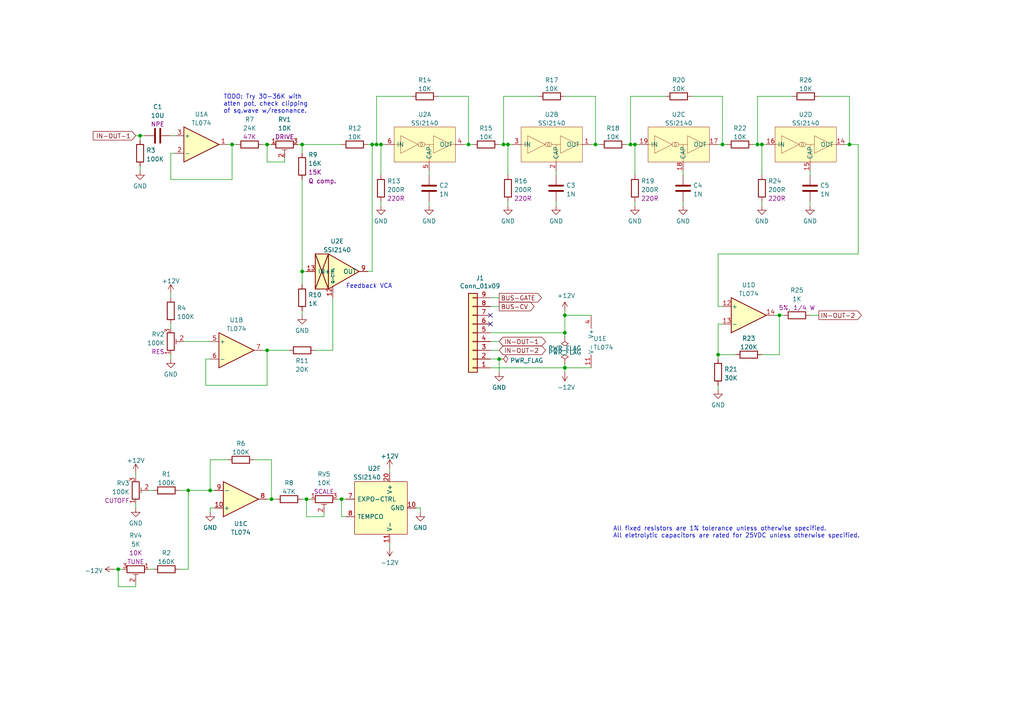
<source format=kicad_sch>
(kicad_sch (version 20211123) (generator eeschema)

  (uuid a1a9a0d8-c6de-418f-9a57-bf7f74b6d401)

  (paper "A4")

  (title_block
    (title "VCF-4P Prototype")
    (date "2022-03-27")
    (rev "1.0")
    (company "Len Popp")
    (comment 1 "Copyright © 2022 Len Popp CC BY")
    (comment 2 "4-pole lowpass VCF for Eurorack prototyping module")
  )

  (lib_symbols
    (symbol "-lmp-opamp:TL074" (pin_names (offset 0.127)) (in_bom yes) (on_board yes)
      (property "Reference" "U" (id 0) (at 0 5.08 0)
        (effects (font (size 1.27 1.27)) (justify left))
      )
      (property "Value" "TL074" (id 1) (at 0 -5.08 0)
        (effects (font (size 1.27 1.27)) (justify left))
      )
      (property "Footprint" "Package_DIP:DIP-14_W7.62mm" (id 2) (at -1.27 2.54 0)
        (effects (font (size 1.27 1.27)) hide)
      )
      (property "Datasheet" "http://www.ti.com/lit/ds/symlink/tl071.pdf" (id 3) (at 1.27 5.08 0)
        (effects (font (size 1.27 1.27)) hide)
      )
      (property "Manufacturer" "Texas Instruments" (id 4) (at 0 0 0)
        (effects (font (size 1.27 1.27)) hide)
      )
      (property "ManufacturerPartNum" "TL074BCN" (id 5) (at 0 0 0)
        (effects (font (size 1.27 1.27)) hide)
      )
      (property "Distributor" "Mouser" (id 6) (at 0 0 0)
        (effects (font (size 1.27 1.27)) hide)
      )
      (property "DistributorPartNum" "595-TL074BCN" (id 7) (at 0 0 0)
        (effects (font (size 1.27 1.27)) hide)
      )
      (property "DistributorPartLink" "https://www.mouser.ca/ProductDetail/?qs=vxEfx8VrU7BHurOY5iQdiA%3D%3D" (id 8) (at 0 0 0)
        (effects (font (size 1.27 1.27)) hide)
      )
      (property "ki_locked" "" (id 9) (at 0 0 0)
        (effects (font (size 1.27 1.27)))
      )
      (property "ki_keywords" "quad opamp" (id 10) (at 0 0 0)
        (effects (font (size 1.27 1.27)) hide)
      )
      (property "ki_description" "Quad Low-Noise JFET-Input Operational Amplifiers, DIP-14/SOIC-14" (id 11) (at 0 0 0)
        (effects (font (size 1.27 1.27)) hide)
      )
      (property "ki_fp_filters" "SOIC*3.9x8.7mm*P1.27mm* DIP*W7.62mm* TSSOP*4.4x5mm*P0.65mm* SSOP*5.3x6.2mm*P0.65mm* MSOP*3x3mm*P0.5mm*" (id 12) (at 0 0 0)
        (effects (font (size 1.27 1.27)) hide)
      )
      (symbol "TL074_1_1"
        (polyline
          (pts
            (xy -5.08 5.08)
            (xy 5.08 0)
            (xy -5.08 -5.08)
            (xy -5.08 5.08)
          )
          (stroke (width 0.254) (type default) (color 0 0 0 0))
          (fill (type background))
        )
        (pin output line (at 7.62 0 180) (length 2.54)
          (name "~" (effects (font (size 1.27 1.27))))
          (number "1" (effects (font (size 1.27 1.27))))
        )
        (pin input line (at -7.62 -2.54 0) (length 2.54)
          (name "-" (effects (font (size 1.27 1.27))))
          (number "2" (effects (font (size 1.27 1.27))))
        )
        (pin input line (at -7.62 2.54 0) (length 2.54)
          (name "+" (effects (font (size 1.27 1.27))))
          (number "3" (effects (font (size 1.27 1.27))))
        )
      )
      (symbol "TL074_2_1"
        (polyline
          (pts
            (xy -5.08 5.08)
            (xy 5.08 0)
            (xy -5.08 -5.08)
            (xy -5.08 5.08)
          )
          (stroke (width 0.254) (type default) (color 0 0 0 0))
          (fill (type background))
        )
        (pin input line (at -7.62 2.54 0) (length 2.54)
          (name "+" (effects (font (size 1.27 1.27))))
          (number "5" (effects (font (size 1.27 1.27))))
        )
        (pin input line (at -7.62 -2.54 0) (length 2.54)
          (name "-" (effects (font (size 1.27 1.27))))
          (number "6" (effects (font (size 1.27 1.27))))
        )
        (pin output line (at 7.62 0 180) (length 2.54)
          (name "~" (effects (font (size 1.27 1.27))))
          (number "7" (effects (font (size 1.27 1.27))))
        )
      )
      (symbol "TL074_3_1"
        (polyline
          (pts
            (xy -5.08 5.08)
            (xy 5.08 0)
            (xy -5.08 -5.08)
            (xy -5.08 5.08)
          )
          (stroke (width 0.254) (type default) (color 0 0 0 0))
          (fill (type background))
        )
        (pin input line (at -7.62 2.54 0) (length 2.54)
          (name "+" (effects (font (size 1.27 1.27))))
          (number "10" (effects (font (size 1.27 1.27))))
        )
        (pin output line (at 7.62 0 180) (length 2.54)
          (name "~" (effects (font (size 1.27 1.27))))
          (number "8" (effects (font (size 1.27 1.27))))
        )
        (pin input line (at -7.62 -2.54 0) (length 2.54)
          (name "-" (effects (font (size 1.27 1.27))))
          (number "9" (effects (font (size 1.27 1.27))))
        )
      )
      (symbol "TL074_4_1"
        (polyline
          (pts
            (xy -5.08 5.08)
            (xy 5.08 0)
            (xy -5.08 -5.08)
            (xy -5.08 5.08)
          )
          (stroke (width 0.254) (type default) (color 0 0 0 0))
          (fill (type background))
        )
        (pin input line (at -7.62 2.54 0) (length 2.54)
          (name "+" (effects (font (size 1.27 1.27))))
          (number "12" (effects (font (size 1.27 1.27))))
        )
        (pin input line (at -7.62 -2.54 0) (length 2.54)
          (name "-" (effects (font (size 1.27 1.27))))
          (number "13" (effects (font (size 1.27 1.27))))
        )
        (pin output line (at 7.62 0 180) (length 2.54)
          (name "~" (effects (font (size 1.27 1.27))))
          (number "14" (effects (font (size 1.27 1.27))))
        )
      )
      (symbol "TL074_5_1"
        (pin power_in line (at -2.54 -7.62 90) (length 3.81)
          (name "V-" (effects (font (size 1.27 1.27))))
          (number "11" (effects (font (size 1.27 1.27))))
        )
        (pin power_in line (at -2.54 7.62 270) (length 3.81)
          (name "V+" (effects (font (size 1.27 1.27))))
          (number "4" (effects (font (size 1.27 1.27))))
        )
      )
    )
    (symbol "-lmp-power:+12V" (power) (pin_names (offset 0)) (in_bom yes) (on_board yes)
      (property "Reference" "#PWR" (id 0) (at 0 -3.81 0)
        (effects (font (size 1.27 1.27)) hide)
      )
      (property "Value" "+12V" (id 1) (at 0 3.556 0)
        (effects (font (size 1.27 1.27)))
      )
      (property "Footprint" "" (id 2) (at 0 0 0)
        (effects (font (size 1.27 1.27)) hide)
      )
      (property "Datasheet" "" (id 3) (at 0 0 0)
        (effects (font (size 1.27 1.27)) hide)
      )
      (property "ki_keywords" "power-flag" (id 4) (at 0 0 0)
        (effects (font (size 1.27 1.27)) hide)
      )
      (property "ki_description" "Power symbol creates a global label with name \"+12V\"" (id 5) (at 0 0 0)
        (effects (font (size 1.27 1.27)) hide)
      )
      (symbol "+12V_0_1"
        (polyline
          (pts
            (xy -0.762 1.27)
            (xy 0 2.54)
          )
          (stroke (width 0) (type default) (color 0 0 0 0))
          (fill (type none))
        )
        (polyline
          (pts
            (xy 0 0)
            (xy 0 2.54)
          )
          (stroke (width 0) (type default) (color 0 0 0 0))
          (fill (type none))
        )
        (polyline
          (pts
            (xy 0 2.54)
            (xy 0.762 1.27)
          )
          (stroke (width 0) (type default) (color 0 0 0 0))
          (fill (type none))
        )
      )
      (symbol "+12V_1_1"
        (pin power_in line (at 0 0 90) (length 0) hide
          (name "+12V" (effects (font (size 1.27 1.27))))
          (number "1" (effects (font (size 1.27 1.27))))
        )
      )
    )
    (symbol "-lmp-power:-12V" (power) (pin_names (offset 0)) (in_bom yes) (on_board yes)
      (property "Reference" "#PWR" (id 0) (at 0 3.81 0)
        (effects (font (size 1.27 1.27)) hide)
      )
      (property "Value" "-12V" (id 1) (at 0 -3.556 0)
        (effects (font (size 1.27 1.27)))
      )
      (property "Footprint" "" (id 2) (at 0 0 0)
        (effects (font (size 1.27 1.27)) hide)
      )
      (property "Datasheet" "" (id 3) (at 0 0 0)
        (effects (font (size 1.27 1.27)) hide)
      )
      (property "ki_keywords" "power-flag" (id 4) (at 0 0 0)
        (effects (font (size 1.27 1.27)) hide)
      )
      (property "ki_description" "Power symbol creates a global label with name \"-12V\"" (id 5) (at 0 0 0)
        (effects (font (size 1.27 1.27)) hide)
      )
      (symbol "-12V_0_1"
        (polyline
          (pts
            (xy -0.762 -1.27)
            (xy 0 -2.54)
          )
          (stroke (width 0) (type default) (color 0 0 0 0))
          (fill (type none))
        )
        (polyline
          (pts
            (xy 0 -2.54)
            (xy 0.762 -1.27)
          )
          (stroke (width 0) (type default) (color 0 0 0 0))
          (fill (type none))
        )
        (polyline
          (pts
            (xy 0 0)
            (xy 0 -2.54)
          )
          (stroke (width 0) (type default) (color 0 0 0 0))
          (fill (type none))
        )
      )
      (symbol "-12V_1_1"
        (pin power_in line (at 0 0 270) (length 0) hide
          (name "-12V" (effects (font (size 1.27 1.27))))
          (number "1" (effects (font (size 1.27 1.27))))
        )
      )
    )
    (symbol "-lmp-power:GND" (power) (pin_names (offset 0)) (in_bom yes) (on_board yes)
      (property "Reference" "#PWR" (id 0) (at 0 -6.35 0)
        (effects (font (size 1.27 1.27)) hide)
      )
      (property "Value" "GND" (id 1) (at 0 -3.81 0)
        (effects (font (size 1.27 1.27)))
      )
      (property "Footprint" "" (id 2) (at 0 0 0)
        (effects (font (size 1.27 1.27)) hide)
      )
      (property "Datasheet" "" (id 3) (at 0 0 0)
        (effects (font (size 1.27 1.27)) hide)
      )
      (property "ki_keywords" "power-flag" (id 4) (at 0 0 0)
        (effects (font (size 1.27 1.27)) hide)
      )
      (property "ki_description" "Power symbol creates a global label with name \"GND\" , ground" (id 5) (at 0 0 0)
        (effects (font (size 1.27 1.27)) hide)
      )
      (symbol "GND_0_1"
        (polyline
          (pts
            (xy 0 0)
            (xy 0 -1.27)
            (xy 1.27 -1.27)
            (xy 0 -2.54)
            (xy -1.27 -1.27)
            (xy 0 -1.27)
          )
          (stroke (width 0) (type default) (color 0 0 0 0))
          (fill (type none))
        )
      )
      (symbol "GND_1_1"
        (pin power_in line (at 0 0 270) (length 0) hide
          (name "GND" (effects (font (size 1.27 1.27))))
          (number "1" (effects (font (size 1.27 1.27))))
        )
      )
    )
    (symbol "-lmp-power:PWR_FLAG" (power) (pin_numbers hide) (pin_names (offset 0) hide) (in_bom yes) (on_board yes)
      (property "Reference" "#FLG" (id 0) (at 0 1.905 0)
        (effects (font (size 1.27 1.27)) hide)
      )
      (property "Value" "PWR_FLAG" (id 1) (at 0 3.81 0)
        (effects (font (size 1.27 1.27)))
      )
      (property "Footprint" "" (id 2) (at 0 0 0)
        (effects (font (size 1.27 1.27)) hide)
      )
      (property "Datasheet" "~" (id 3) (at 0 0 0)
        (effects (font (size 1.27 1.27)) hide)
      )
      (property "ki_keywords" "power-flag" (id 4) (at 0 0 0)
        (effects (font (size 1.27 1.27)) hide)
      )
      (property "ki_description" "Special symbol for telling ERC where power comes from" (id 5) (at 0 0 0)
        (effects (font (size 1.27 1.27)) hide)
      )
      (symbol "PWR_FLAG_0_0"
        (pin power_out line (at 0 0 90) (length 0)
          (name "pwr" (effects (font (size 1.27 1.27))))
          (number "1" (effects (font (size 1.27 1.27))))
        )
      )
      (symbol "PWR_FLAG_0_1"
        (polyline
          (pts
            (xy 0 0)
            (xy 0 1.27)
            (xy -1.016 1.905)
            (xy 0 2.54)
            (xy 1.016 1.905)
            (xy 0 1.27)
          )
          (stroke (width 0) (type default) (color 0 0 0 0))
          (fill (type none))
        )
      )
    )
    (symbol "-lmp-synth:CNP_10U" (pin_numbers hide) (pin_names (offset 0.254)) (in_bom yes) (on_board yes)
      (property "Reference" "C" (id 0) (at 0.635 2.54 0)
        (effects (font (size 1.27 1.27)) (justify left))
      )
      (property "Value" "CNP_10U" (id 1) (at 0.635 -2.54 0)
        (effects (font (size 1.27 1.27)) (justify left))
      )
      (property "Footprint" "-lmp-misc:C_Radial_D5.0mm_H5.0mm_P2.50mm" (id 2) (at 0.9652 -3.81 0)
        (effects (font (size 1.27 1.27)) hide)
      )
      (property "Datasheet" "https://www.mouser.ca/datasheet/2/315/ABA0000C1053-947510.pdf" (id 3) (at 0 0 0)
        (effects (font (size 1.27 1.27)) hide)
      )
      (property "Value2" "NPE" (id 4) (at 0 0 0)
        (effects (font (size 1.27 1.27)))
      )
      (property "Manufacturer" "Panasonic" (id 5) (at 0 0 0)
        (effects (font (size 1.27 1.27)) hide)
      )
      (property "ManufacturerPartNum" "ECE-A1EN100UI" (id 6) (at 0 0 0)
        (effects (font (size 1.27 1.27)) hide)
      )
      (property "Distributor" "Mouser" (id 7) (at 0 0 0)
        (effects (font (size 1.27 1.27)) hide)
      )
      (property "DistributorPartNum" "667-ECE-A1EN100UI" (id 8) (at 0 0 0)
        (effects (font (size 1.27 1.27)) hide)
      )
      (property "DistributorPartLink" "https://www.mouser.ca/ProductDetail/Panasonic/ECE-A1EN100UI?qs=0h1gzos03f36mGOUyzNXaA%3D%3D" (id 9) (at 0 0 0)
        (effects (font (size 1.27 1.27)) hide)
      )
      (property "ki_keywords" "cap capacitor non-polarized electrolytic" (id 10) (at 0 0 0)
        (effects (font (size 1.27 1.27)) hide)
      )
      (property "ki_description" "Capacitor - Non-polarized Electrolytic" (id 11) (at 0 0 0)
        (effects (font (size 1.27 1.27)) hide)
      )
      (property "ki_fp_filters" "C_*" (id 12) (at 0 0 0)
        (effects (font (size 1.27 1.27)) hide)
      )
      (symbol "CNP_10U_0_1"
        (polyline
          (pts
            (xy -2.032 -0.762)
            (xy 2.032 -0.762)
          )
          (stroke (width 0.508) (type default) (color 0 0 0 0))
          (fill (type none))
        )
        (polyline
          (pts
            (xy -2.032 0.762)
            (xy 2.032 0.762)
          )
          (stroke (width 0.508) (type default) (color 0 0 0 0))
          (fill (type none))
        )
      )
      (symbol "CNP_10U_1_1"
        (pin passive line (at 0 3.81 270) (length 2.794)
          (name "~" (effects (font (size 1.27 1.27))))
          (number "1" (effects (font (size 1.27 1.27))))
        )
        (pin passive line (at 0 -3.81 90) (length 2.794)
          (name "~" (effects (font (size 1.27 1.27))))
          (number "2" (effects (font (size 1.27 1.27))))
        )
      )
    )
    (symbol "-lmp-synth:R_1K_Output" (pin_numbers hide) (pin_names (offset 0)) (in_bom yes) (on_board yes)
      (property "Reference" "R" (id 0) (at -2.286 0 90)
        (effects (font (size 1.27 1.27)))
      )
      (property "Value" "R_1K_Output" (id 1) (at 2.413 0 90)
        (effects (font (size 1.27 1.27)))
      )
      (property "Footprint" "-lmp-misc:R_Axial_DIN0207_L6.3mm_D2.5mm_P10.16mm_Horizontal" (id 2) (at -1.778 0 90)
        (effects (font (size 1.27 1.27)) hide)
      )
      (property "Datasheet" "https://www.mouser.ca/datasheet/2/427/ccf07-1762725.pdf" (id 3) (at 0 0 0)
        (effects (font (size 1.27 1.27)) hide)
      )
      (property "Value2" "5%, 1/4 W" (id 4) (at 4.445 0 90)
        (effects (font (size 1.27 1.27)))
      )
      (property "Note" "Output limiting" (id 5) (at -1.905 -1.905 90)
        (effects (font (size 1.27 1.27)) hide)
      )
      (property "Manufacturer" "Vishay / Dale" (id 6) (at 0 0 0)
        (effects (font (size 1.27 1.27)) hide)
      )
      (property "ManufacturerPartNum" "CCF071K00JKE36" (id 7) (at 0 0 0)
        (effects (font (size 1.27 1.27)) hide)
      )
      (property "Distributor" "Mouser" (id 8) (at -1.905 0 90)
        (effects (font (size 1.27 1.27)) hide)
      )
      (property "DistributorPartNum" "71-CCF071K00JKE36" (id 9) (at 0 0 0)
        (effects (font (size 1.27 1.27)) hide)
      )
      (property "DistributorPartLink" "https://www.mouser.ca/ProductDetail/Vishay-Dale/CCF071K00JKE36?qs=sGAEpiMZZMsPqMdJzcrNwqw41JD0NFylHV1MADcQnpo%3D" (id 10) (at 0 0 0)
        (effects (font (size 1.27 1.27)) hide)
      )
      (property "ki_keywords" "R res resistor" (id 11) (at 0 0 0)
        (effects (font (size 1.27 1.27)) hide)
      )
      (property "ki_description" "Resistor" (id 12) (at 0 0 0)
        (effects (font (size 1.27 1.27)) hide)
      )
      (property "ki_fp_filters" "R_*" (id 13) (at 0 0 0)
        (effects (font (size 1.27 1.27)) hide)
      )
      (symbol "R_1K_Output_0_1"
        (rectangle (start -1.016 -2.54) (end 1.016 2.54)
          (stroke (width 0.254) (type default) (color 0 0 0 0))
          (fill (type none))
        )
      )
      (symbol "R_1K_Output_1_1"
        (pin passive line (at 0 3.81 270) (length 1.27)
          (name "~" (effects (font (size 1.27 1.27))))
          (number "1" (effects (font (size 1.27 1.27))))
        )
        (pin passive line (at 0 -3.81 90) (length 1.27)
          (name "~" (effects (font (size 1.27 1.27))))
          (number "2" (effects (font (size 1.27 1.27))))
        )
      )
    )
    (symbol "-lmp-synth:SSI2140" (pin_names (offset 0.762)) (in_bom yes) (on_board yes)
      (property "Reference" "U" (id 0) (at 2.54 9.525 0)
        (effects (font (size 1.27 1.27)) (justify right))
      )
      (property "Value" "SSI2140" (id 1) (at 2.54 6.985 0)
        (effects (font (size 1.27 1.27)) (justify right))
      )
      (property "Footprint" "Package_SO:SSOP-20_4.4x6.5mm_P0.65mm" (id 2) (at 5.715 10.795 0)
        (effects (font (size 1.27 1.27)) hide)
      )
      (property "Datasheet" "http://soundsemiconductor.com/downloads/ssi2140datasheet.pdf" (id 3) (at 5.715 10.795 0)
        (effects (font (size 1.27 1.27)) hide)
      )
      (property "Manufacturer" "Sound Semiconductor" (id 4) (at 5.715 10.795 0)
        (effects (font (size 1.27 1.27)) hide)
      )
      (property "ManufacturerPartNum" "SSI2140" (id 5) (at 1.27 10.795 0)
        (effects (font (size 1.27 1.27)) hide)
      )
      (property "Distributor" "Antique Electronic Supply" (id 6) (at 5.715 10.795 0)
        (effects (font (size 1.27 1.27)) hide)
      )
      (property "DistributorPartNum" "P-Q-SSI2140" (id 7) (at 1.27 10.795 0)
        (effects (font (size 1.27 1.27)) hide)
      )
      (property "DistributorPartLink" "https://www.tubesandmore.com/products/integrated-circuit-ssi2140-multi-mode-vcf-sound-semiconductor" (id 8) (at 5.715 10.795 0)
        (effects (font (size 1.27 1.27)) hide)
      )
      (property "Distributor2" "SynthCube" (id 9) (at 1.27 10.795 0)
        (effects (font (size 1.27 1.27)) hide)
      )
      (property "DistributorPartNum2" "ICSMSSI2140" (id 10) (at 1.27 10.795 0)
        (effects (font (size 1.27 1.27)) hide)
      )
      (property "DistributorPartLink2" "https://synthcube.com/cart/ics-and-semiconductors/sound-semiconductor-ssi2140-quad-vcf-ic-ssop20-smt" (id 11) (at 5.715 10.795 0)
        (effects (font (size 1.27 1.27)) hide)
      )
      (property "Distributor3" "Thonk" (id 12) (at 1.27 10.795 0)
        (effects (font (size 1.27 1.27)) hide)
      )
      (property "DistributorPartNum3" "SSI2140" (id 13) (at 1.27 10.795 0)
        (effects (font (size 1.27 1.27)) hide)
      )
      (property "DistributorPartLink3" "https://www.thonk.co.uk/shop/sound-semiconductor/" (id 14) (at 5.715 10.795 0)
        (effects (font (size 1.27 1.27)) hide)
      )
      (property "ki_locked" "" (id 15) (at 0 0 0)
        (effects (font (size 1.27 1.27)))
      )
      (property "ki_keywords" "VCF SSI2140 Sound Semiconductor" (id 16) (at 0 0 0)
        (effects (font (size 1.27 1.27)) hide)
      )
      (property "ki_description" "Voltage Controlled Filter (VCF), SSOP-20" (id 17) (at 0 0 0)
        (effects (font (size 1.27 1.27)) hide)
      )
      (symbol "SSI2140_1_1"
        (rectangle (start -7.62 5.08) (end 10.16 -5.08)
          (stroke (width 0.1016) (type default) (color 0 0 0 0))
          (fill (type background))
        )
        (polyline
          (pts
            (xy -7.62 0)
            (xy -5.715 0)
          )
          (stroke (width 0.0762) (type default) (color 0 0 0 0))
          (fill (type none))
        )
        (polyline
          (pts
            (xy 1.27 0)
            (xy 3.81 0)
          )
          (stroke (width 0.0762) (type default) (color 0 0 0 0))
          (fill (type none))
        )
        (polyline
          (pts
            (xy 2.54 -5.08)
            (xy 2.54 0)
          )
          (stroke (width 0.0762) (type default) (color 0 0 0 0))
          (fill (type none))
        )
        (polyline
          (pts
            (xy 8.89 0)
            (xy 10.16 0)
          )
          (stroke (width 0.0762) (type default) (color 0 0 0 0))
          (fill (type none))
        )
        (polyline
          (pts
            (xy -5.715 2.54)
            (xy -0.635 0)
            (xy -5.715 -2.54)
            (xy -5.715 2.54)
          )
          (stroke (width 0.0762) (type default) (color 0 0 0 0))
          (fill (type none))
        )
        (polyline
          (pts
            (xy 3.81 2.54)
            (xy 8.89 0)
            (xy 3.81 -2.54)
            (xy 3.81 2.54)
          )
          (stroke (width 0.0762) (type default) (color 0 0 0 0))
          (fill (type none))
        )
        (circle (center 0 0) (radius 0.635)
          (stroke (width 0.0762) (type default) (color 0 0 0 0))
          (fill (type none))
        )
        (circle (center 0.635 0) (radius 0.635)
          (stroke (width 0.0762) (type default) (color 0 0 0 0))
          (fill (type none))
        )
        (pin output line (at 12.7 0 180) (length 2.54)
          (name "OUT" (effects (font (size 1.27 1.27))))
          (number "4" (effects (font (size 1.27 1.27))))
        )
        (pin passive line (at 2.54 -7.62 90) (length 2.54)
          (name "CAP" (effects (font (size 1.27 1.27))))
          (number "5" (effects (font (size 1.27 1.27))))
        )
        (pin input line (at -10.16 0 0) (length 2.54)
          (name "IN" (effects (font (size 1.27 1.27))))
          (number "6" (effects (font (size 1.27 1.27))))
        )
      )
      (symbol "SSI2140_2_1"
        (rectangle (start -7.62 5.08) (end 10.16 -5.08)
          (stroke (width 0.1016) (type default) (color 0 0 0 0))
          (fill (type background))
        )
        (polyline
          (pts
            (xy -7.62 0)
            (xy -5.715 0)
          )
          (stroke (width 0.0762) (type default) (color 0 0 0 0))
          (fill (type none))
        )
        (polyline
          (pts
            (xy 1.27 0)
            (xy 3.81 0)
          )
          (stroke (width 0.0762) (type default) (color 0 0 0 0))
          (fill (type none))
        )
        (polyline
          (pts
            (xy 2.54 -5.08)
            (xy 2.54 0)
          )
          (stroke (width 0.0762) (type default) (color 0 0 0 0))
          (fill (type none))
        )
        (polyline
          (pts
            (xy 8.89 0)
            (xy 10.16 0)
          )
          (stroke (width 0.0762) (type default) (color 0 0 0 0))
          (fill (type none))
        )
        (polyline
          (pts
            (xy -5.715 2.54)
            (xy -0.635 0)
            (xy -5.715 -2.54)
            (xy -5.715 2.54)
          )
          (stroke (width 0.0762) (type default) (color 0 0 0 0))
          (fill (type none))
        )
        (polyline
          (pts
            (xy 3.81 2.54)
            (xy 8.89 0)
            (xy 3.81 -2.54)
            (xy 3.81 2.54)
          )
          (stroke (width 0.0762) (type default) (color 0 0 0 0))
          (fill (type none))
        )
        (circle (center 0 0) (radius 0.635)
          (stroke (width 0.0762) (type default) (color 0 0 0 0))
          (fill (type none))
        )
        (circle (center 0.635 0) (radius 0.635)
          (stroke (width 0.0762) (type default) (color 0 0 0 0))
          (fill (type none))
        )
        (pin output line (at 12.7 0 180) (length 2.54)
          (name "OUT" (effects (font (size 1.27 1.27))))
          (number "1" (effects (font (size 1.27 1.27))))
        )
        (pin passive line (at 2.54 -7.62 90) (length 2.54)
          (name "CAP" (effects (font (size 1.27 1.27))))
          (number "2" (effects (font (size 1.27 1.27))))
        )
        (pin input line (at -10.16 0 0) (length 2.54)
          (name "IN" (effects (font (size 1.27 1.27))))
          (number "3" (effects (font (size 1.27 1.27))))
        )
      )
      (symbol "SSI2140_3_1"
        (rectangle (start -7.62 5.08) (end 10.16 -5.08)
          (stroke (width 0.1016) (type default) (color 0 0 0 0))
          (fill (type background))
        )
        (polyline
          (pts
            (xy -7.62 0)
            (xy -5.715 0)
          )
          (stroke (width 0.0762) (type default) (color 0 0 0 0))
          (fill (type none))
        )
        (polyline
          (pts
            (xy 1.27 0)
            (xy 3.81 0)
          )
          (stroke (width 0.0762) (type default) (color 0 0 0 0))
          (fill (type none))
        )
        (polyline
          (pts
            (xy 2.54 -5.08)
            (xy 2.54 0)
          )
          (stroke (width 0.0762) (type default) (color 0 0 0 0))
          (fill (type none))
        )
        (polyline
          (pts
            (xy 8.89 0)
            (xy 10.16 0)
          )
          (stroke (width 0.0762) (type default) (color 0 0 0 0))
          (fill (type none))
        )
        (polyline
          (pts
            (xy -5.715 2.54)
            (xy -0.635 0)
            (xy -5.715 -2.54)
            (xy -5.715 2.54)
          )
          (stroke (width 0.0762) (type default) (color 0 0 0 0))
          (fill (type none))
        )
        (polyline
          (pts
            (xy 3.81 2.54)
            (xy 8.89 0)
            (xy 3.81 -2.54)
            (xy 3.81 2.54)
          )
          (stroke (width 0.0762) (type default) (color 0 0 0 0))
          (fill (type none))
        )
        (circle (center 0 0) (radius 0.635)
          (stroke (width 0.0762) (type default) (color 0 0 0 0))
          (fill (type none))
        )
        (circle (center 0.635 0) (radius 0.635)
          (stroke (width 0.0762) (type default) (color 0 0 0 0))
          (fill (type none))
        )
        (pin output line (at 12.7 0 180) (length 2.54)
          (name "OUT" (effects (font (size 1.27 1.27))))
          (number "17" (effects (font (size 1.27 1.27))))
        )
        (pin passive line (at 2.54 -7.62 90) (length 2.54)
          (name "CAP" (effects (font (size 1.27 1.27))))
          (number "18" (effects (font (size 1.27 1.27))))
        )
        (pin input line (at -10.16 0 0) (length 2.54)
          (name "IN" (effects (font (size 1.27 1.27))))
          (number "19" (effects (font (size 1.27 1.27))))
        )
      )
      (symbol "SSI2140_4_1"
        (rectangle (start -7.62 5.08) (end 10.16 -5.08)
          (stroke (width 0.1016) (type default) (color 0 0 0 0))
          (fill (type background))
        )
        (polyline
          (pts
            (xy -7.62 0)
            (xy -5.715 0)
          )
          (stroke (width 0.0762) (type default) (color 0 0 0 0))
          (fill (type none))
        )
        (polyline
          (pts
            (xy 1.27 0)
            (xy 3.81 0)
          )
          (stroke (width 0.0762) (type default) (color 0 0 0 0))
          (fill (type none))
        )
        (polyline
          (pts
            (xy 2.54 -5.08)
            (xy 2.54 0)
          )
          (stroke (width 0.0762) (type default) (color 0 0 0 0))
          (fill (type none))
        )
        (polyline
          (pts
            (xy 8.89 0)
            (xy 10.16 0)
          )
          (stroke (width 0.0762) (type default) (color 0 0 0 0))
          (fill (type none))
        )
        (polyline
          (pts
            (xy -5.715 2.54)
            (xy -0.635 0)
            (xy -5.715 -2.54)
            (xy -5.715 2.54)
          )
          (stroke (width 0.0762) (type default) (color 0 0 0 0))
          (fill (type none))
        )
        (polyline
          (pts
            (xy 3.81 2.54)
            (xy 8.89 0)
            (xy 3.81 -2.54)
            (xy 3.81 2.54)
          )
          (stroke (width 0.0762) (type default) (color 0 0 0 0))
          (fill (type none))
        )
        (circle (center 0 0) (radius 0.635)
          (stroke (width 0.0762) (type default) (color 0 0 0 0))
          (fill (type none))
        )
        (circle (center 0.635 0) (radius 0.635)
          (stroke (width 0.0762) (type default) (color 0 0 0 0))
          (fill (type none))
        )
        (pin output line (at 12.7 0 180) (length 2.54)
          (name "OUT" (effects (font (size 1.27 1.27))))
          (number "14" (effects (font (size 1.27 1.27))))
        )
        (pin passive line (at 2.54 -7.62 90) (length 2.54)
          (name "CAP" (effects (font (size 1.27 1.27))))
          (number "15" (effects (font (size 1.27 1.27))))
        )
        (pin input line (at -10.16 0 0) (length 2.54)
          (name "IN" (effects (font (size 1.27 1.27))))
          (number "16" (effects (font (size 1.27 1.27))))
        )
      )
      (symbol "SSI2140_5_1"
        (polyline
          (pts
            (xy -5.08 5.08)
            (xy -1.27 -5.08)
          )
          (stroke (width 0.254) (type default) (color 0 0 0 0))
          (fill (type none))
        )
        (polyline
          (pts
            (xy -1.27 5.08)
            (xy -5.08 -5.08)
          )
          (stroke (width 0.254) (type default) (color 0 0 0 0))
          (fill (type none))
        )
        (polyline
          (pts
            (xy 0 3.81)
            (xy 0 3.81)
          )
          (stroke (width 0) (type default) (color 0 0 0 0))
          (fill (type none))
        )
        (polyline
          (pts
            (xy -1.27 5.08)
            (xy -5.08 5.08)
            (xy -5.08 -5.08)
            (xy -1.27 -5.08)
          )
          (stroke (width 0.254) (type default) (color 0 0 0 0))
          (fill (type background))
        )
        (polyline
          (pts
            (xy -1.27 5.08)
            (xy 7.62 0)
            (xy -1.27 -5.08)
            (xy -1.27 5.08)
          )
          (stroke (width 0.254) (type default) (color 0 0 0 0))
          (fill (type background))
        )
        (pin input line (at 0 -7.62 90) (length 3.302)
          (name "Q-CTRL" (effects (font (size 0.762 0.762))))
          (number "12" (effects (font (size 1.27 1.27))))
        )
        (pin input line (at -7.62 0 0) (length 2.54)
          (name "IN+" (effects (font (size 1.27 1.27))))
          (number "13" (effects (font (size 1.27 1.27))))
        )
        (pin output line (at 10.16 0 180) (length 2.54)
          (name "OUT" (effects (font (size 1.27 1.27))))
          (number "9" (effects (font (size 1.27 1.27))))
        )
      )
      (symbol "SSI2140_6_0"
        (rectangle (start -5.08 5.08) (end 10.16 -10.16)
          (stroke (width 0) (type default) (color 0 0 0 0))
          (fill (type background))
        )
      )
      (symbol "SSI2140_6_1"
        (pin power_in line (at 12.7 -2.54 180) (length 2.54)
          (name "GND" (effects (font (size 1.27 1.27))))
          (number "10" (effects (font (size 1.27 1.27))))
        )
        (pin power_in line (at 5.08 -12.7 90) (length 2.54)
          (name "V-" (effects (font (size 1.27 1.27))))
          (number "11" (effects (font (size 1.27 1.27))))
        )
        (pin power_in line (at 5.08 7.62 270) (length 2.54)
          (name "V+" (effects (font (size 1.27 1.27))))
          (number "20" (effects (font (size 1.27 1.27))))
        )
        (pin input line (at -7.62 0 0) (length 2.54)
          (name "EXPO-CTRL" (effects (font (size 1.27 1.27))))
          (number "7" (effects (font (size 1.27 1.27))))
        )
        (pin input line (at -7.62 -5.08 0) (length 2.54)
          (name "TEMPCO" (effects (font (size 1.27 1.27))))
          (number "8" (effects (font (size 1.27 1.27))))
        )
      )
    )
    (symbol "-lmp:CF" (pin_numbers hide) (pin_names (offset 0.254)) (in_bom yes) (on_board yes)
      (property "Reference" "C" (id 0) (at 0.635 2.54 0)
        (effects (font (size 1.27 1.27)) (justify left))
      )
      (property "Value" "CF" (id 1) (at 0.635 -2.54 0)
        (effects (font (size 1.27 1.27)) (justify left))
      )
      (property "Footprint" "" (id 2) (at 0.9652 -3.81 0)
        (effects (font (size 1.27 1.27)) hide)
      )
      (property "Datasheet" "~" (id 3) (at 0 0 0)
        (effects (font (size 1.27 1.27)) hide)
      )
      (property "ki_keywords" "cap capacitor film" (id 4) (at 0 0 0)
        (effects (font (size 1.27 1.27)) hide)
      )
      (property "ki_description" "Capacitor - Film" (id 5) (at 0 0 0)
        (effects (font (size 1.27 1.27)) hide)
      )
      (property "ki_fp_filters" "C_*" (id 6) (at 0 0 0)
        (effects (font (size 1.27 1.27)) hide)
      )
      (symbol "CF_0_1"
        (polyline
          (pts
            (xy -2.032 -0.762)
            (xy 2.032 -0.762)
          )
          (stroke (width 0.508) (type default) (color 0 0 0 0))
          (fill (type none))
        )
        (polyline
          (pts
            (xy -2.032 0.762)
            (xy 2.032 0.762)
          )
          (stroke (width 0.508) (type default) (color 0 0 0 0))
          (fill (type none))
        )
      )
      (symbol "CF_1_1"
        (pin passive line (at 0 3.81 270) (length 2.794)
          (name "~" (effects (font (size 1.27 1.27))))
          (number "1" (effects (font (size 1.27 1.27))))
        )
        (pin passive line (at 0 -3.81 90) (length 2.794)
          (name "~" (effects (font (size 1.27 1.27))))
          (number "2" (effects (font (size 1.27 1.27))))
        )
      )
    )
    (symbol "-lmp:R_1%_0W166" (pin_numbers hide) (pin_names (offset 0)) (in_bom yes) (on_board yes)
      (property "Reference" "R" (id 0) (at -2.286 0 90)
        (effects (font (size 1.27 1.27)))
      )
      (property "Value" "R_1%_0W166" (id 1) (at 2.413 0 90)
        (effects (font (size 1.27 1.27)))
      )
      (property "Footprint" "-lmp-misc:R_Axial_DIN0207_L6.3mm_D2.5mm_P7.62mm_Horizontal" (id 2) (at -1.778 0 90)
        (effects (font (size 1.27 1.27)) hide)
      )
      (property "Datasheet" "https://www.mouser.ca/datasheet/2/447/Yageo_LR_MFR_1-1714151.pdf" (id 3) (at 0 0 0)
        (effects (font (size 1.27 1.27)) hide)
      )
      (property "Manufacturer" "YAGEO" (id 4) (at 0 0 0)
        (effects (font (size 1.27 1.27)) hide)
      )
      (property "ManufacturerPartNum" "MFR-12*" (id 5) (at 0 0 0)
        (effects (font (size 1.27 1.27)) hide)
      )
      (property "Distributor" "Mouser" (id 6) (at 0 0 0)
        (effects (font (size 1.27 1.27)) hide)
      )
      (property "DistributorPartNum" "603-MFR-12*" (id 7) (at 0 0 0)
        (effects (font (size 1.27 1.27)) hide)
      )
      (property "DistributorPartLink" "https://www.mouser.ca/c/?m=YAGEO&power+rating=166+mW+(1%2f6+W)&tolerance=1+%25&instock=y" (id 8) (at 0 0 0)
        (effects (font (size 1.27 1.27)) hide)
      )
      (property "Value2" "1%, 1/6 W" (id 9) (at 4.953 0 90)
        (effects (font (size 1.27 1.27)) hide)
      )
      (property "ki_keywords" "R res resistor" (id 10) (at 0 0 0)
        (effects (font (size 1.27 1.27)) hide)
      )
      (property "ki_description" "Resistor" (id 11) (at 0 0 0)
        (effects (font (size 1.27 1.27)) hide)
      )
      (property "ki_fp_filters" "R_*" (id 12) (at 0 0 0)
        (effects (font (size 1.27 1.27)) hide)
      )
      (symbol "R_1%_0W166_0_1"
        (rectangle (start -1.016 -2.54) (end 1.016 2.54)
          (stroke (width 0.254) (type default) (color 0 0 0 0))
          (fill (type none))
        )
      )
      (symbol "R_1%_0W166_1_1"
        (pin passive line (at 0 3.81 270) (length 1.27)
          (name "~" (effects (font (size 1.27 1.27))))
          (number "1" (effects (font (size 1.27 1.27))))
        )
        (pin passive line (at 0 -3.81 90) (length 1.27)
          (name "~" (effects (font (size 1.27 1.27))))
          (number "2" (effects (font (size 1.27 1.27))))
        )
      )
    )
    (symbol "-lmp:R_POT_TRIM" (pin_names (offset 1.016) hide) (in_bom yes) (on_board yes)
      (property "Reference" "RV" (id 0) (at -6.858 0 90)
        (effects (font (size 1.27 1.27)))
      )
      (property "Value" "R_POT_TRIM" (id 1) (at -4.953 0 90)
        (effects (font (size 1.27 1.27)))
      )
      (property "Footprint" "-lmp-misc:Potentiometer_Bourns_3386P_Top" (id 2) (at 0 0 0)
        (effects (font (size 1.27 1.27)) hide)
      )
      (property "Datasheet" "https://www.mouser.ca/datasheet/2/54/3386-776606.pdf" (id 3) (at 0 0 0)
        (effects (font (size 1.27 1.27)) hide)
      )
      (property "Label" "[label]" (id 4) (at -2.921 0 90)
        (effects (font (size 1.27 1.27)))
      )
      (property "Manufacturer" "Bourns" (id 5) (at 0 0 0)
        (effects (font (size 1.27 1.27)) hide)
      )
      (property "ManufacturerPartNum" "3386*" (id 6) (at 0 0 0)
        (effects (font (size 1.27 1.27)) hide)
      )
      (property "Distributor" "Mouser" (id 7) (at 0 0 0)
        (effects (font (size 1.27 1.27)) hide)
      )
      (property "DistributorPartNum" "652-3386*" (id 8) (at 0 0 0)
        (effects (font (size 1.27 1.27)) hide)
      )
      (property "DistributorPartLink" "https://www.mouser.ca/c/passive-components/resistors/variable-resistors/trimmer-resistors-through-hole/?number+of+turns=1&series=3386&instock=y" (id 9) (at 0 0 0)
        (effects (font (size 1.27 1.27)) hide)
      )
      (property "ki_keywords" "resistor variable trimpot trimmer" (id 10) (at 0 0 0)
        (effects (font (size 1.27 1.27)) hide)
      )
      (property "ki_description" "Trim-potentiometer" (id 11) (at 0 0 0)
        (effects (font (size 1.27 1.27)) hide)
      )
      (property "ki_fp_filters" "Potentiometer*" (id 12) (at 0 0 0)
        (effects (font (size 1.27 1.27)) hide)
      )
      (symbol "R_POT_TRIM_0_1"
        (polyline
          (pts
            (xy 1.524 0.762)
            (xy 1.524 -0.762)
          )
          (stroke (width 0) (type default) (color 0 0 0 0))
          (fill (type none))
        )
        (polyline
          (pts
            (xy 2.54 0)
            (xy 1.524 0)
          )
          (stroke (width 0) (type default) (color 0 0 0 0))
          (fill (type none))
        )
        (rectangle (start 1.016 2.54) (end -1.016 -2.54)
          (stroke (width 0.254) (type default) (color 0 0 0 0))
          (fill (type none))
        )
      )
      (symbol "R_POT_TRIM_1_1"
        (pin passive line (at 0 3.81 270) (length 1.27)
          (name "1" (effects (font (size 1.27 1.27))))
          (number "1" (effects (font (size 1.27 1.27))))
        )
        (pin passive line (at 3.81 0 180) (length 1.27)
          (name "2" (effects (font (size 1.27 1.27))))
          (number "2" (effects (font (size 1.27 1.27))))
        )
        (pin passive line (at 0 -3.81 90) (length 1.27)
          (name "3" (effects (font (size 1.27 1.27))))
          (number "3" (effects (font (size 1.27 1.27))))
        )
      )
    )
    (symbol "Connector_Generic:Conn_01x09" (pin_names (offset 1.016) hide) (in_bom yes) (on_board yes)
      (property "Reference" "J" (id 0) (at 0 12.7 0)
        (effects (font (size 1.27 1.27)))
      )
      (property "Value" "Conn_01x09" (id 1) (at 0 -12.7 0)
        (effects (font (size 1.27 1.27)))
      )
      (property "Footprint" "" (id 2) (at 0 0 0)
        (effects (font (size 1.27 1.27)) hide)
      )
      (property "Datasheet" "~" (id 3) (at 0 0 0)
        (effects (font (size 1.27 1.27)) hide)
      )
      (property "ki_keywords" "connector" (id 4) (at 0 0 0)
        (effects (font (size 1.27 1.27)) hide)
      )
      (property "ki_description" "Generic connector, single row, 01x09, script generated (kicad-library-utils/schlib/autogen/connector/)" (id 5) (at 0 0 0)
        (effects (font (size 1.27 1.27)) hide)
      )
      (property "ki_fp_filters" "Connector*:*_1x??_*" (id 6) (at 0 0 0)
        (effects (font (size 1.27 1.27)) hide)
      )
      (symbol "Conn_01x09_1_1"
        (rectangle (start -1.27 -10.033) (end 0 -10.287)
          (stroke (width 0.1524) (type default) (color 0 0 0 0))
          (fill (type none))
        )
        (rectangle (start -1.27 -7.493) (end 0 -7.747)
          (stroke (width 0.1524) (type default) (color 0 0 0 0))
          (fill (type none))
        )
        (rectangle (start -1.27 -4.953) (end 0 -5.207)
          (stroke (width 0.1524) (type default) (color 0 0 0 0))
          (fill (type none))
        )
        (rectangle (start -1.27 -2.413) (end 0 -2.667)
          (stroke (width 0.1524) (type default) (color 0 0 0 0))
          (fill (type none))
        )
        (rectangle (start -1.27 0.127) (end 0 -0.127)
          (stroke (width 0.1524) (type default) (color 0 0 0 0))
          (fill (type none))
        )
        (rectangle (start -1.27 2.667) (end 0 2.413)
          (stroke (width 0.1524) (type default) (color 0 0 0 0))
          (fill (type none))
        )
        (rectangle (start -1.27 5.207) (end 0 4.953)
          (stroke (width 0.1524) (type default) (color 0 0 0 0))
          (fill (type none))
        )
        (rectangle (start -1.27 7.747) (end 0 7.493)
          (stroke (width 0.1524) (type default) (color 0 0 0 0))
          (fill (type none))
        )
        (rectangle (start -1.27 10.287) (end 0 10.033)
          (stroke (width 0.1524) (type default) (color 0 0 0 0))
          (fill (type none))
        )
        (rectangle (start -1.27 11.43) (end 1.27 -11.43)
          (stroke (width 0.254) (type default) (color 0 0 0 0))
          (fill (type background))
        )
        (pin passive line (at -5.08 10.16 0) (length 3.81)
          (name "Pin_1" (effects (font (size 1.27 1.27))))
          (number "1" (effects (font (size 1.27 1.27))))
        )
        (pin passive line (at -5.08 7.62 0) (length 3.81)
          (name "Pin_2" (effects (font (size 1.27 1.27))))
          (number "2" (effects (font (size 1.27 1.27))))
        )
        (pin passive line (at -5.08 5.08 0) (length 3.81)
          (name "Pin_3" (effects (font (size 1.27 1.27))))
          (number "3" (effects (font (size 1.27 1.27))))
        )
        (pin passive line (at -5.08 2.54 0) (length 3.81)
          (name "Pin_4" (effects (font (size 1.27 1.27))))
          (number "4" (effects (font (size 1.27 1.27))))
        )
        (pin passive line (at -5.08 0 0) (length 3.81)
          (name "Pin_5" (effects (font (size 1.27 1.27))))
          (number "5" (effects (font (size 1.27 1.27))))
        )
        (pin passive line (at -5.08 -2.54 0) (length 3.81)
          (name "Pin_6" (effects (font (size 1.27 1.27))))
          (number "6" (effects (font (size 1.27 1.27))))
        )
        (pin passive line (at -5.08 -5.08 0) (length 3.81)
          (name "Pin_7" (effects (font (size 1.27 1.27))))
          (number "7" (effects (font (size 1.27 1.27))))
        )
        (pin passive line (at -5.08 -7.62 0) (length 3.81)
          (name "Pin_8" (effects (font (size 1.27 1.27))))
          (number "8" (effects (font (size 1.27 1.27))))
        )
        (pin passive line (at -5.08 -10.16 0) (length 3.81)
          (name "Pin_9" (effects (font (size 1.27 1.27))))
          (number "9" (effects (font (size 1.27 1.27))))
        )
      )
    )
  )


  (junction (at 107.95 41.91) (diameter 0) (color 0 0 0 0)
    (uuid 1bbc644e-1d0f-4a2b-bdae-77129676dcaf)
  )
  (junction (at 163.83 106.68) (diameter 0) (color 0 0 0 0)
    (uuid 22c22de0-30f9-42af-ac14-44974608319c)
  )
  (junction (at 163.83 96.52) (diameter 0) (color 0 0 0 0)
    (uuid 277337c2-8b08-4bed-a885-4a8adba6aa1b)
  )
  (junction (at 87.63 78.74) (diameter 0) (color 0 0 0 0)
    (uuid 395d9032-1866-4257-b5f0-be7ac403008f)
  )
  (junction (at 34.29 165.1) (diameter 0) (color 0 0 0 0)
    (uuid 3d0ce8c3-0fb9-4ade-b61a-c1f1ef07f483)
  )
  (junction (at 135.89 41.91) (diameter 0) (color 0 0 0 0)
    (uuid 41f7e1c7-832a-4d44-b602-ec846019d3f4)
  )
  (junction (at 78.74 144.78) (diameter 0) (color 0 0 0 0)
    (uuid 4aef5ac2-813c-4c94-8eb9-3c15c4fc4f22)
  )
  (junction (at 110.49 41.91) (diameter 0) (color 0 0 0 0)
    (uuid 5314dd9a-85b2-4f80-9787-15b7c12739ee)
  )
  (junction (at 184.15 41.91) (diameter 0) (color 0 0 0 0)
    (uuid 5680bc57-9547-4adb-8615-aedd03732b04)
  )
  (junction (at 146.05 41.91) (diameter 0) (color 0 0 0 0)
    (uuid 57e63a4e-e6d9-4b57-b6fe-03d505acda68)
  )
  (junction (at 60.96 142.24) (diameter 0) (color 0 0 0 0)
    (uuid 719adfbe-0ad2-4073-b71c-0f2052914482)
  )
  (junction (at 99.06 144.78) (diameter 0) (color 0 0 0 0)
    (uuid 745702e1-daca-4a65-aafc-68f68db898fa)
  )
  (junction (at 77.47 41.91) (diameter 0) (color 0 0 0 0)
    (uuid 7824e194-6fe9-4c9b-b5f5-61a738f2f4b7)
  )
  (junction (at 182.88 41.91) (diameter 0) (color 0 0 0 0)
    (uuid 7ca04fe1-ff6d-408b-87cb-fd76b0e4058e)
  )
  (junction (at 246.38 41.91) (diameter 0) (color 0 0 0 0)
    (uuid 801af3aa-168b-4004-a4d2-11d15ce6a641)
  )
  (junction (at 77.47 101.6) (diameter 0) (color 0 0 0 0)
    (uuid 849c74be-210a-4e73-83cc-deff949f4de0)
  )
  (junction (at 67.31 41.91) (diameter 0) (color 0 0 0 0)
    (uuid 87d6db0c-7d59-4364-b14e-2f6c62c73891)
  )
  (junction (at 144.78 104.14) (diameter 0) (color 0 0 0 0)
    (uuid 93b1b98a-9d53-4f75-9d90-b3f18003c038)
  )
  (junction (at 147.32 41.91) (diameter 0) (color 0 0 0 0)
    (uuid 9564def4-14ff-42cb-8ad7-7ae3beaae468)
  )
  (junction (at 54.61 142.24) (diameter 0) (color 0 0 0 0)
    (uuid a3b6018a-79ba-40bb-b19e-0942feac0939)
  )
  (junction (at 172.72 41.91) (diameter 0) (color 0 0 0 0)
    (uuid a7c4624b-451e-4524-a49d-e6f21089bede)
  )
  (junction (at 220.98 41.91) (diameter 0) (color 0 0 0 0)
    (uuid a835fd3a-044f-47e2-b292-6c1630667dc1)
  )
  (junction (at 226.06 91.44) (diameter 0) (color 0 0 0 0)
    (uuid a88449e7-ce31-416c-bbb0-b026aeba8a31)
  )
  (junction (at 209.55 41.91) (diameter 0) (color 0 0 0 0)
    (uuid a8f9a4a4-68b1-486d-a374-84153da461d4)
  )
  (junction (at 163.83 91.44) (diameter 0) (color 0 0 0 0)
    (uuid a9b6b62a-6297-4b44-b0ab-624ccd8be1e2)
  )
  (junction (at 40.64 39.37) (diameter 0) (color 0 0 0 0)
    (uuid aa911be3-1b92-481c-8975-329a44ad5a94)
  )
  (junction (at 87.63 41.91) (diameter 0) (color 0 0 0 0)
    (uuid ab1c7850-5596-4e9d-b3de-cb6c3d49a200)
  )
  (junction (at 208.28 102.87) (diameter 0) (color 0 0 0 0)
    (uuid c5eff896-c24e-414f-b96d-c215ea0d9cbf)
  )
  (junction (at 219.71 41.91) (diameter 0) (color 0 0 0 0)
    (uuid ced41649-489b-4639-b491-e8cb3e9811df)
  )
  (junction (at 109.22 41.91) (diameter 0) (color 0 0 0 0)
    (uuid ea917e03-8a7d-43c5-8a78-a6bd7b620c62)
  )
  (junction (at 88.9 144.78) (diameter 0) (color 0 0 0 0)
    (uuid fcf9a1b4-eef4-4215-a256-65d9779933ec)
  )

  (no_connect (at 142.24 91.44) (uuid 2865aee6-7eec-42f2-ad24-12efec7137fc))
  (no_connect (at 142.24 93.98) (uuid 90a74f5e-7380-4ff0-bb5e-d9d5841f174b))

  (wire (pts (xy 39.37 168.91) (xy 39.37 170.18))
    (stroke (width 0) (type default) (color 0 0 0 0))
    (uuid 01248c7b-ce6b-4251-9890-e40af3b20a6e)
  )
  (wire (pts (xy 82.55 46.99) (xy 77.47 46.99))
    (stroke (width 0) (type default) (color 0 0 0 0))
    (uuid 01f44170-d583-4217-8486-37f2ee22978e)
  )
  (wire (pts (xy 134.62 41.91) (xy 135.89 41.91))
    (stroke (width 0) (type default) (color 0 0 0 0))
    (uuid 02c9b4e0-e732-4be8-80fe-c39af2a21515)
  )
  (wire (pts (xy 39.37 146.05) (xy 39.37 147.32))
    (stroke (width 0) (type default) (color 0 0 0 0))
    (uuid 081d0cd4-a10a-4b28-ac41-382314742808)
  )
  (wire (pts (xy 124.46 58.42) (xy 124.46 59.69))
    (stroke (width 0) (type default) (color 0 0 0 0))
    (uuid 0888cdc9-21ca-4495-b1ea-98a0130ab1c1)
  )
  (wire (pts (xy 146.05 27.94) (xy 156.21 27.94))
    (stroke (width 0) (type default) (color 0 0 0 0))
    (uuid 0b8b4750-7729-44b5-8e0a-30b9e9fd9f34)
  )
  (wire (pts (xy 163.83 106.68) (xy 171.45 106.68))
    (stroke (width 0) (type default) (color 0 0 0 0))
    (uuid 0bb1f363-a6a4-4360-b3a2-8a23a6ef0cd2)
  )
  (wire (pts (xy 54.61 142.24) (xy 54.61 165.1))
    (stroke (width 0) (type default) (color 0 0 0 0))
    (uuid 0c321fdc-d3c8-4451-ba45-5dbd1662656e)
  )
  (wire (pts (xy 34.29 165.1) (xy 35.56 165.1))
    (stroke (width 0) (type default) (color 0 0 0 0))
    (uuid 0d8d235a-28ce-4844-8a68-a4c2a02b68b9)
  )
  (wire (pts (xy 219.71 27.94) (xy 229.87 27.94))
    (stroke (width 0) (type default) (color 0 0 0 0))
    (uuid 0e04517b-e90c-4318-a13c-770c90b82006)
  )
  (wire (pts (xy 135.89 41.91) (xy 137.16 41.91))
    (stroke (width 0) (type default) (color 0 0 0 0))
    (uuid 0fe1512b-d777-4854-b9d4-e062a435f64f)
  )
  (wire (pts (xy 209.55 27.94) (xy 209.55 41.91))
    (stroke (width 0) (type default) (color 0 0 0 0))
    (uuid 1077e8a7-1e25-4791-a057-60e92b71158a)
  )
  (wire (pts (xy 88.9 144.78) (xy 90.17 144.78))
    (stroke (width 0) (type default) (color 0 0 0 0))
    (uuid 1127a91a-9357-48c4-aa69-0d89a0d83d9e)
  )
  (wire (pts (xy 86.36 41.91) (xy 87.63 41.91))
    (stroke (width 0) (type default) (color 0 0 0 0))
    (uuid 11ed91e5-b297-4698-ac6c-9e38151c8185)
  )
  (wire (pts (xy 220.98 41.91) (xy 220.98 50.8))
    (stroke (width 0) (type default) (color 0 0 0 0))
    (uuid 134dd425-8b88-49ab-ac2c-e3be88666518)
  )
  (wire (pts (xy 248.92 73.66) (xy 208.28 73.66))
    (stroke (width 0) (type default) (color 0 0 0 0))
    (uuid 1358d05d-bbca-4178-806c-95be186bd553)
  )
  (wire (pts (xy 52.07 165.1) (xy 54.61 165.1))
    (stroke (width 0) (type default) (color 0 0 0 0))
    (uuid 135cbda5-f5a6-4f7d-a92d-c0599a091da3)
  )
  (wire (pts (xy 49.53 102.87) (xy 49.53 104.14))
    (stroke (width 0) (type default) (color 0 0 0 0))
    (uuid 155a467a-9e45-414b-8276-d5df89575bb9)
  )
  (wire (pts (xy 142.24 99.06) (xy 144.78 99.06))
    (stroke (width 0) (type default) (color 0 0 0 0))
    (uuid 15f06c58-f54a-4e99-8411-3b02ee2b6d87)
  )
  (wire (pts (xy 54.61 142.24) (xy 60.96 142.24))
    (stroke (width 0) (type default) (color 0 0 0 0))
    (uuid 1cee0fcc-5461-4d4f-97a7-1ee5205e40ff)
  )
  (wire (pts (xy 163.83 91.44) (xy 171.45 91.44))
    (stroke (width 0) (type default) (color 0 0 0 0))
    (uuid 1cf259ea-27b1-4732-baca-3c36ab879a9c)
  )
  (wire (pts (xy 39.37 39.37) (xy 40.64 39.37))
    (stroke (width 0) (type default) (color 0 0 0 0))
    (uuid 24b64ffb-7853-4419-8940-26e5b893d875)
  )
  (wire (pts (xy 87.63 41.91) (xy 99.06 41.91))
    (stroke (width 0) (type default) (color 0 0 0 0))
    (uuid 254e0e28-ef44-437d-ade3-c15f0c96cda2)
  )
  (wire (pts (xy 67.31 52.07) (xy 67.31 41.91))
    (stroke (width 0) (type default) (color 0 0 0 0))
    (uuid 274d2a99-638b-4480-8249-4d8062bac439)
  )
  (wire (pts (xy 163.83 106.68) (xy 163.83 105.41))
    (stroke (width 0) (type default) (color 0 0 0 0))
    (uuid 27949936-d4de-46b8-a7b5-f27b8704bb91)
  )
  (wire (pts (xy 49.53 44.45) (xy 49.53 52.07))
    (stroke (width 0) (type default) (color 0 0 0 0))
    (uuid 2a78269f-5283-4914-96bf-604b95e8eacc)
  )
  (wire (pts (xy 182.88 41.91) (xy 184.15 41.91))
    (stroke (width 0) (type default) (color 0 0 0 0))
    (uuid 2b394e70-12fd-4dc8-b949-ebc8923feb26)
  )
  (wire (pts (xy 88.9 149.86) (xy 88.9 144.78))
    (stroke (width 0) (type default) (color 0 0 0 0))
    (uuid 2cb4228a-c60c-48c5-989f-299ed35586dc)
  )
  (wire (pts (xy 66.04 133.35) (xy 60.96 133.35))
    (stroke (width 0) (type default) (color 0 0 0 0))
    (uuid 2df2f8a8-2e7f-48b0-8cd5-ba87c99fa04e)
  )
  (wire (pts (xy 93.98 148.59) (xy 93.98 149.86))
    (stroke (width 0) (type default) (color 0 0 0 0))
    (uuid 303592a7-9780-4036-a0e1-e0391973eea5)
  )
  (wire (pts (xy 99.06 149.86) (xy 99.06 144.78))
    (stroke (width 0) (type default) (color 0 0 0 0))
    (uuid 32632833-6d18-419a-baf5-56a271b92c3a)
  )
  (wire (pts (xy 226.06 102.87) (xy 220.98 102.87))
    (stroke (width 0) (type default) (color 0 0 0 0))
    (uuid 34b25c49-2d84-42d5-a9a6-dcc1b74c9668)
  )
  (wire (pts (xy 59.69 104.14) (xy 59.69 111.76))
    (stroke (width 0) (type default) (color 0 0 0 0))
    (uuid 35a6e381-fbad-4565-a847-476034f20a28)
  )
  (wire (pts (xy 97.79 144.78) (xy 99.06 144.78))
    (stroke (width 0) (type default) (color 0 0 0 0))
    (uuid 3aeb1833-00fb-4019-b71b-efd4731ea21d)
  )
  (wire (pts (xy 219.71 41.91) (xy 220.98 41.91))
    (stroke (width 0) (type default) (color 0 0 0 0))
    (uuid 3fc51f4f-de44-465d-9c92-91a81b251f3a)
  )
  (wire (pts (xy 43.18 142.24) (xy 44.45 142.24))
    (stroke (width 0) (type default) (color 0 0 0 0))
    (uuid 3fc8fa33-7ea2-480f-91fd-85b94b2a8f05)
  )
  (wire (pts (xy 87.63 78.74) (xy 88.9 78.74))
    (stroke (width 0) (type default) (color 0 0 0 0))
    (uuid 43b7e9f6-3072-4e17-bb40-a5b704b0bbb3)
  )
  (wire (pts (xy 40.64 39.37) (xy 41.91 39.37))
    (stroke (width 0) (type default) (color 0 0 0 0))
    (uuid 457414fa-b593-4517-bade-fcce1e588e6f)
  )
  (wire (pts (xy 147.32 41.91) (xy 148.59 41.91))
    (stroke (width 0) (type default) (color 0 0 0 0))
    (uuid 499ef3fd-e4bb-49f6-b781-664bbe3200a7)
  )
  (wire (pts (xy 54.61 142.24) (xy 52.07 142.24))
    (stroke (width 0) (type default) (color 0 0 0 0))
    (uuid 4a813e23-8dbf-4c93-ab14-4839b4aa8b6a)
  )
  (wire (pts (xy 109.22 27.94) (xy 119.38 27.94))
    (stroke (width 0) (type default) (color 0 0 0 0))
    (uuid 4afdb208-cf3f-423e-80b4-50589bd137fd)
  )
  (wire (pts (xy 226.06 91.44) (xy 227.33 91.44))
    (stroke (width 0) (type default) (color 0 0 0 0))
    (uuid 4bf62664-ad93-41b7-9378-ec99fe409a1c)
  )
  (wire (pts (xy 234.95 58.42) (xy 234.95 59.69))
    (stroke (width 0) (type default) (color 0 0 0 0))
    (uuid 4c128f4f-049d-4500-8a11-a09a131635f6)
  )
  (wire (pts (xy 163.83 91.44) (xy 163.83 96.52))
    (stroke (width 0) (type default) (color 0 0 0 0))
    (uuid 504d002d-27ba-46c5-b445-3a605faf93e7)
  )
  (wire (pts (xy 144.78 104.14) (xy 144.78 107.95))
    (stroke (width 0) (type default) (color 0 0 0 0))
    (uuid 52f9f752-d599-45aa-84e7-067d4712d497)
  )
  (wire (pts (xy 181.61 41.91) (xy 182.88 41.91))
    (stroke (width 0) (type default) (color 0 0 0 0))
    (uuid 57786e26-9867-44b8-9810-869d646bcd53)
  )
  (wire (pts (xy 144.78 101.6) (xy 142.24 101.6))
    (stroke (width 0) (type default) (color 0 0 0 0))
    (uuid 57d975d4-6607-4de8-909d-121b06b236cd)
  )
  (wire (pts (xy 113.03 135.89) (xy 113.03 137.16))
    (stroke (width 0) (type default) (color 0 0 0 0))
    (uuid 58ea843e-8d92-459b-82cd-d6cd68ca72a8)
  )
  (wire (pts (xy 77.47 46.99) (xy 77.47 41.91))
    (stroke (width 0) (type default) (color 0 0 0 0))
    (uuid 592e01d5-0c63-4ea7-a356-16fbe8dde465)
  )
  (wire (pts (xy 172.72 27.94) (xy 172.72 41.91))
    (stroke (width 0) (type default) (color 0 0 0 0))
    (uuid 5a69603b-311f-4f79-83cb-b593b6e81796)
  )
  (wire (pts (xy 77.47 101.6) (xy 83.82 101.6))
    (stroke (width 0) (type default) (color 0 0 0 0))
    (uuid 5b34f4c3-d0dd-4135-8f27-0c8032f6ee4e)
  )
  (wire (pts (xy 161.29 49.53) (xy 161.29 50.8))
    (stroke (width 0) (type default) (color 0 0 0 0))
    (uuid 5cc04695-f899-4a2b-8507-def8950e8a8b)
  )
  (wire (pts (xy 67.31 41.91) (xy 68.58 41.91))
    (stroke (width 0) (type default) (color 0 0 0 0))
    (uuid 5fb89d69-f2f2-4c5e-b925-081fe482c99f)
  )
  (wire (pts (xy 200.66 27.94) (xy 209.55 27.94))
    (stroke (width 0) (type default) (color 0 0 0 0))
    (uuid 60fc87f3-69d1-4641-9e6e-7dd72cf12ec0)
  )
  (wire (pts (xy 182.88 41.91) (xy 182.88 27.94))
    (stroke (width 0) (type default) (color 0 0 0 0))
    (uuid 647e5301-9da9-4652-9179-bb991b4bde3a)
  )
  (wire (pts (xy 100.33 149.86) (xy 99.06 149.86))
    (stroke (width 0) (type default) (color 0 0 0 0))
    (uuid 67635ffe-ef27-4df9-8ebb-c47b1358b79b)
  )
  (wire (pts (xy 147.32 41.91) (xy 147.32 50.8))
    (stroke (width 0) (type default) (color 0 0 0 0))
    (uuid 67fe5fcc-f3a3-4543-9e97-70391a7b5120)
  )
  (wire (pts (xy 248.92 41.91) (xy 248.92 73.66))
    (stroke (width 0) (type default) (color 0 0 0 0))
    (uuid 6e0d3348-cbd8-41d0-b7ae-666c3b556a8d)
  )
  (wire (pts (xy 172.72 41.91) (xy 173.99 41.91))
    (stroke (width 0) (type default) (color 0 0 0 0))
    (uuid 6e5587e1-4179-43e0-ad84-ec492be73892)
  )
  (wire (pts (xy 60.96 142.24) (xy 62.23 142.24))
    (stroke (width 0) (type default) (color 0 0 0 0))
    (uuid 6ebcc0e8-0bdf-4bfd-918b-18484e3ab2cf)
  )
  (wire (pts (xy 209.55 41.91) (xy 210.82 41.91))
    (stroke (width 0) (type default) (color 0 0 0 0))
    (uuid 6fa8297e-2109-4f7b-8f92-1666ab6ef30f)
  )
  (wire (pts (xy 77.47 144.78) (xy 78.74 144.78))
    (stroke (width 0) (type default) (color 0 0 0 0))
    (uuid 7092fb2a-c0e9-4cad-86ac-e9dc6cc7f100)
  )
  (wire (pts (xy 208.28 41.91) (xy 209.55 41.91))
    (stroke (width 0) (type default) (color 0 0 0 0))
    (uuid 73b4ca9d-3ef0-4bcc-869e-f4ccffe74cba)
  )
  (wire (pts (xy 121.92 147.32) (xy 120.65 147.32))
    (stroke (width 0) (type default) (color 0 0 0 0))
    (uuid 75808ea3-247b-47fc-a239-63baf54b529a)
  )
  (wire (pts (xy 220.98 41.91) (xy 222.25 41.91))
    (stroke (width 0) (type default) (color 0 0 0 0))
    (uuid 77b99211-85fd-49d7-99a0-c6485396da1c)
  )
  (wire (pts (xy 49.53 85.09) (xy 49.53 86.36))
    (stroke (width 0) (type default) (color 0 0 0 0))
    (uuid 78346613-414a-4661-83f1-b2d7b7511bf3)
  )
  (wire (pts (xy 107.95 78.74) (xy 106.68 78.74))
    (stroke (width 0) (type default) (color 0 0 0 0))
    (uuid 783d9714-35d9-45b8-9faf-4f11669a87a5)
  )
  (wire (pts (xy 109.22 41.91) (xy 110.49 41.91))
    (stroke (width 0) (type default) (color 0 0 0 0))
    (uuid 787d4afb-2be8-4a16-9392-528dbf94e721)
  )
  (wire (pts (xy 49.53 52.07) (xy 67.31 52.07))
    (stroke (width 0) (type default) (color 0 0 0 0))
    (uuid 794e8c26-53e7-49ae-9d55-cbfe4ad5f40a)
  )
  (wire (pts (xy 234.95 49.53) (xy 234.95 50.8))
    (stroke (width 0) (type default) (color 0 0 0 0))
    (uuid 7a88a4a5-d794-417c-a9ae-d20c0a3fbcf8)
  )
  (wire (pts (xy 40.64 39.37) (xy 40.64 40.64))
    (stroke (width 0) (type default) (color 0 0 0 0))
    (uuid 7ba34541-1b23-4c8f-ac1d-75271d5cdb08)
  )
  (wire (pts (xy 124.46 49.53) (xy 124.46 50.8))
    (stroke (width 0) (type default) (color 0 0 0 0))
    (uuid 7ec1fc77-9e64-4e9b-b8fe-56036047370c)
  )
  (wire (pts (xy 163.83 97.79) (xy 163.83 96.52))
    (stroke (width 0) (type default) (color 0 0 0 0))
    (uuid 80016814-1048-4c03-8951-199346c6ded2)
  )
  (wire (pts (xy 77.47 41.91) (xy 78.74 41.91))
    (stroke (width 0) (type default) (color 0 0 0 0))
    (uuid 80a94aa6-a918-43b6-9dc4-494f5c9ff7b8)
  )
  (wire (pts (xy 43.18 165.1) (xy 44.45 165.1))
    (stroke (width 0) (type default) (color 0 0 0 0))
    (uuid 80cbcd87-19af-4bdd-b61d-7dcbc179d4d3)
  )
  (wire (pts (xy 77.47 101.6) (xy 77.47 111.76))
    (stroke (width 0) (type default) (color 0 0 0 0))
    (uuid 81237cb1-1a17-4617-80ff-7d97f0a76670)
  )
  (wire (pts (xy 161.29 58.42) (xy 161.29 59.69))
    (stroke (width 0) (type default) (color 0 0 0 0))
    (uuid 81e27f4b-f463-4c48-ad90-39e01a17e774)
  )
  (wire (pts (xy 226.06 91.44) (xy 226.06 102.87))
    (stroke (width 0) (type default) (color 0 0 0 0))
    (uuid 81fc7c95-3729-407f-8cd3-67ddcb31068d)
  )
  (wire (pts (xy 144.78 41.91) (xy 146.05 41.91))
    (stroke (width 0) (type default) (color 0 0 0 0))
    (uuid 83959d88-1692-4368-89fc-ccfa70062bd8)
  )
  (wire (pts (xy 76.2 41.91) (xy 77.47 41.91))
    (stroke (width 0) (type default) (color 0 0 0 0))
    (uuid 83e94dbd-a4bb-40fc-b7ae-ef3c092c389d)
  )
  (wire (pts (xy 218.44 41.91) (xy 219.71 41.91))
    (stroke (width 0) (type default) (color 0 0 0 0))
    (uuid 852110af-be4f-4e36-88d3-1d008183d09f)
  )
  (wire (pts (xy 87.63 78.74) (xy 87.63 82.55))
    (stroke (width 0) (type default) (color 0 0 0 0))
    (uuid 887417aa-cab8-43aa-a3d3-197eaed6ffeb)
  )
  (wire (pts (xy 99.06 144.78) (xy 100.33 144.78))
    (stroke (width 0) (type default) (color 0 0 0 0))
    (uuid 88be3897-0fa0-4b24-91f6-e4114c7e3be6)
  )
  (wire (pts (xy 208.28 102.87) (xy 208.28 93.98))
    (stroke (width 0) (type default) (color 0 0 0 0))
    (uuid 8f851cb5-ab46-4fab-bfae-1fc2a316fbcb)
  )
  (wire (pts (xy 121.92 148.59) (xy 121.92 147.32))
    (stroke (width 0) (type default) (color 0 0 0 0))
    (uuid 91b8c63a-6859-4ce1-85b8-759254ae9143)
  )
  (wire (pts (xy 198.12 58.42) (xy 198.12 59.69))
    (stroke (width 0) (type default) (color 0 0 0 0))
    (uuid 93754451-2258-4f34-9ebf-2f82b4d95e08)
  )
  (wire (pts (xy 224.79 91.44) (xy 226.06 91.44))
    (stroke (width 0) (type default) (color 0 0 0 0))
    (uuid 939e4e52-8c7a-46ed-8f10-1ca4a7c87134)
  )
  (wire (pts (xy 60.96 147.32) (xy 60.96 148.59))
    (stroke (width 0) (type default) (color 0 0 0 0))
    (uuid 93abae40-b281-4051-9e7a-9082710b244e)
  )
  (wire (pts (xy 220.98 58.42) (xy 220.98 59.69))
    (stroke (width 0) (type default) (color 0 0 0 0))
    (uuid 95c6cb60-8450-42e8-8cd4-e874f3a1d721)
  )
  (wire (pts (xy 33.02 165.1) (xy 34.29 165.1))
    (stroke (width 0) (type default) (color 0 0 0 0))
    (uuid 98181c93-00bc-441e-be6a-2c84cd53df3e)
  )
  (wire (pts (xy 163.83 106.68) (xy 142.24 106.68))
    (stroke (width 0) (type default) (color 0 0 0 0))
    (uuid 98d5b032-0729-4f09-987b-334a5aaaf3d0)
  )
  (wire (pts (xy 208.28 113.03) (xy 208.28 111.76))
    (stroke (width 0) (type default) (color 0 0 0 0))
    (uuid 99911a97-4b48-46f1-a512-a3c480077a66)
  )
  (wire (pts (xy 245.11 41.91) (xy 246.38 41.91))
    (stroke (width 0) (type default) (color 0 0 0 0))
    (uuid 99d2c18a-27eb-4901-bd4a-36bf29f291f6)
  )
  (wire (pts (xy 147.32 58.42) (xy 147.32 59.69))
    (stroke (width 0) (type default) (color 0 0 0 0))
    (uuid 9b8d8aa1-3798-4e54-96ba-9ea8221e2335)
  )
  (wire (pts (xy 142.24 88.9) (xy 144.78 88.9))
    (stroke (width 0) (type default) (color 0 0 0 0))
    (uuid 9bdeda29-d138-4c87-b429-3ac24826c6e2)
  )
  (wire (pts (xy 40.64 48.26) (xy 40.64 49.53))
    (stroke (width 0) (type default) (color 0 0 0 0))
    (uuid 9e099eea-917b-4397-8877-a4b231b69c7d)
  )
  (wire (pts (xy 49.53 39.37) (xy 50.8 39.37))
    (stroke (width 0) (type default) (color 0 0 0 0))
    (uuid 9f433da6-bc26-4475-8b29-5cf7a8fdea20)
  )
  (wire (pts (xy 87.63 52.07) (xy 87.63 78.74))
    (stroke (width 0) (type default) (color 0 0 0 0))
    (uuid a10074dd-db0d-4a28-96af-136075c3399a)
  )
  (wire (pts (xy 208.28 73.66) (xy 208.28 88.9))
    (stroke (width 0) (type default) (color 0 0 0 0))
    (uuid a119d1c0-bda9-4de4-a6c0-6d931cfaa90b)
  )
  (wire (pts (xy 184.15 58.42) (xy 184.15 59.69))
    (stroke (width 0) (type default) (color 0 0 0 0))
    (uuid a5751a47-34cd-4d04-8a2c-6bf019b15822)
  )
  (wire (pts (xy 78.74 144.78) (xy 80.01 144.78))
    (stroke (width 0) (type default) (color 0 0 0 0))
    (uuid a73a8dac-186b-4c1a-8421-30881397eedf)
  )
  (wire (pts (xy 163.83 107.95) (xy 163.83 106.68))
    (stroke (width 0) (type default) (color 0 0 0 0))
    (uuid a8265823-7aed-4f18-8537-30fcd80f9a7e)
  )
  (wire (pts (xy 171.45 41.91) (xy 172.72 41.91))
    (stroke (width 0) (type default) (color 0 0 0 0))
    (uuid a9da2906-1803-417c-8b0e-43506f3b36c9)
  )
  (wire (pts (xy 184.15 41.91) (xy 185.42 41.91))
    (stroke (width 0) (type default) (color 0 0 0 0))
    (uuid ab859f17-90e4-479f-85b2-ab6eafa8b090)
  )
  (wire (pts (xy 87.63 90.17) (xy 87.63 91.44))
    (stroke (width 0) (type default) (color 0 0 0 0))
    (uuid adaf72b0-a5eb-44ed-a2b5-3b03545f5e72)
  )
  (wire (pts (xy 87.63 144.78) (xy 88.9 144.78))
    (stroke (width 0) (type default) (color 0 0 0 0))
    (uuid aeb07824-f766-4b0a-92e6-7a9336a0b98a)
  )
  (wire (pts (xy 49.53 93.98) (xy 49.53 95.25))
    (stroke (width 0) (type default) (color 0 0 0 0))
    (uuid aedc277d-b6a7-4fa2-96dc-cb804c147b96)
  )
  (wire (pts (xy 110.49 58.42) (xy 110.49 59.69))
    (stroke (width 0) (type default) (color 0 0 0 0))
    (uuid af540fc8-977e-47e4-9007-36dfff3badc7)
  )
  (wire (pts (xy 39.37 170.18) (xy 34.29 170.18))
    (stroke (width 0) (type default) (color 0 0 0 0))
    (uuid b175714f-b46d-4196-8269-a100bb4eb91a)
  )
  (wire (pts (xy 109.22 41.91) (xy 109.22 27.94))
    (stroke (width 0) (type default) (color 0 0 0 0))
    (uuid b1b75965-cce5-433d-bdbf-54c71a8fa040)
  )
  (wire (pts (xy 60.96 133.35) (xy 60.96 142.24))
    (stroke (width 0) (type default) (color 0 0 0 0))
    (uuid b20d0817-6e1f-47f1-87be-06097301834d)
  )
  (wire (pts (xy 96.52 101.6) (xy 91.44 101.6))
    (stroke (width 0) (type default) (color 0 0 0 0))
    (uuid b502cacc-e93e-4b1d-b9a4-888f0d9b687a)
  )
  (wire (pts (xy 34.29 170.18) (xy 34.29 165.1))
    (stroke (width 0) (type default) (color 0 0 0 0))
    (uuid b80cb25f-f43a-4d1f-ae82-4c810087ddd6)
  )
  (wire (pts (xy 184.15 41.91) (xy 184.15 50.8))
    (stroke (width 0) (type default) (color 0 0 0 0))
    (uuid b9350dd9-dbad-4c50-89d2-a5008d6f365c)
  )
  (wire (pts (xy 135.89 27.94) (xy 135.89 41.91))
    (stroke (width 0) (type default) (color 0 0 0 0))
    (uuid bb11bebf-1ed7-49e8-bb84-5808301e55d8)
  )
  (wire (pts (xy 182.88 27.94) (xy 193.04 27.94))
    (stroke (width 0) (type default) (color 0 0 0 0))
    (uuid bbf4d4fc-fe88-4047-b614-b820da53cad2)
  )
  (wire (pts (xy 163.83 96.52) (xy 142.24 96.52))
    (stroke (width 0) (type default) (color 0 0 0 0))
    (uuid bc8124b5-dc30-4c9a-93ad-e245b0cfd8dc)
  )
  (wire (pts (xy 198.12 49.53) (xy 198.12 50.8))
    (stroke (width 0) (type default) (color 0 0 0 0))
    (uuid be20703b-1e59-4c78-b4ab-5c4a215643c7)
  )
  (wire (pts (xy 87.63 41.91) (xy 87.63 44.45))
    (stroke (width 0) (type default) (color 0 0 0 0))
    (uuid bf26ffbf-06ba-40f3-8b99-8d5e22aec3c3)
  )
  (wire (pts (xy 107.95 41.91) (xy 109.22 41.91))
    (stroke (width 0) (type default) (color 0 0 0 0))
    (uuid c17558a6-74c3-48e9-8615-5429a749ad68)
  )
  (wire (pts (xy 93.98 149.86) (xy 88.9 149.86))
    (stroke (width 0) (type default) (color 0 0 0 0))
    (uuid c21fbb5f-3d70-47e1-bca8-ccff68264d74)
  )
  (wire (pts (xy 127 27.94) (xy 135.89 27.94))
    (stroke (width 0) (type default) (color 0 0 0 0))
    (uuid c29452ab-a8a6-4c91-ab12-480d334cda80)
  )
  (wire (pts (xy 82.55 45.72) (xy 82.55 46.99))
    (stroke (width 0) (type default) (color 0 0 0 0))
    (uuid c32b84b4-9a77-4c3f-9a22-211ec166f84a)
  )
  (wire (pts (xy 142.24 104.14) (xy 144.78 104.14))
    (stroke (width 0) (type default) (color 0 0 0 0))
    (uuid c44a1f42-bfb7-4458-84fa-8fa19240d227)
  )
  (wire (pts (xy 234.95 91.44) (xy 237.49 91.44))
    (stroke (width 0) (type default) (color 0 0 0 0))
    (uuid c4d7e778-dec6-4bda-ac58-09fe72018d6d)
  )
  (wire (pts (xy 96.52 86.36) (xy 96.52 101.6))
    (stroke (width 0) (type default) (color 0 0 0 0))
    (uuid c6a9f2cb-7438-4578-8b70-031774e2aff9)
  )
  (wire (pts (xy 77.47 111.76) (xy 59.69 111.76))
    (stroke (width 0) (type default) (color 0 0 0 0))
    (uuid c732170b-e071-4d80-877f-098c076b0ecd)
  )
  (wire (pts (xy 146.05 41.91) (xy 146.05 27.94))
    (stroke (width 0) (type default) (color 0 0 0 0))
    (uuid c783ab4c-6f9b-478c-bda9-be5294b6d6a7)
  )
  (wire (pts (xy 219.71 41.91) (xy 219.71 27.94))
    (stroke (width 0) (type default) (color 0 0 0 0))
    (uuid c7bfbfbc-9877-45bb-9bd5-50fdd4611507)
  )
  (wire (pts (xy 76.2 101.6) (xy 77.47 101.6))
    (stroke (width 0) (type default) (color 0 0 0 0))
    (uuid c9e9f5fa-a279-4e79-8cd2-5c58a33e5325)
  )
  (wire (pts (xy 106.68 41.91) (xy 107.95 41.91))
    (stroke (width 0) (type default) (color 0 0 0 0))
    (uuid ca78a5ec-0e07-4783-bca2-901a9623239b)
  )
  (wire (pts (xy 144.78 86.36) (xy 142.24 86.36))
    (stroke (width 0) (type default) (color 0 0 0 0))
    (uuid cb381139-6573-4e1a-a168-3c5ba08b42e2)
  )
  (wire (pts (xy 208.28 93.98) (xy 209.55 93.98))
    (stroke (width 0) (type default) (color 0 0 0 0))
    (uuid cd8aaaef-2b9d-4059-a90b-fd3dace232c2)
  )
  (wire (pts (xy 110.49 41.91) (xy 111.76 41.91))
    (stroke (width 0) (type default) (color 0 0 0 0))
    (uuid d0206d0f-c565-42fd-9a0f-0b72d1fbb9b9)
  )
  (wire (pts (xy 78.74 133.35) (xy 73.66 133.35))
    (stroke (width 0) (type default) (color 0 0 0 0))
    (uuid d66d1c10-063d-43e3-a967-6e24a158eae9)
  )
  (wire (pts (xy 60.96 104.14) (xy 59.69 104.14))
    (stroke (width 0) (type default) (color 0 0 0 0))
    (uuid d92cd37b-33f7-4802-83ac-486c34ecde1d)
  )
  (wire (pts (xy 163.83 90.17) (xy 163.83 91.44))
    (stroke (width 0) (type default) (color 0 0 0 0))
    (uuid e268421f-f554-4321-91e4-8c2196ea25da)
  )
  (wire (pts (xy 67.31 41.91) (xy 66.04 41.91))
    (stroke (width 0) (type default) (color 0 0 0 0))
    (uuid e2d1c619-c8b4-45bd-a68e-62452de00d21)
  )
  (wire (pts (xy 39.37 137.16) (xy 39.37 138.43))
    (stroke (width 0) (type default) (color 0 0 0 0))
    (uuid e35b37a7-26c0-4a53-a781-5e5880919620)
  )
  (wire (pts (xy 53.34 99.06) (xy 60.96 99.06))
    (stroke (width 0) (type default) (color 0 0 0 0))
    (uuid e42b9cd7-4a7b-4e5b-bbe1-1c694d6b348d)
  )
  (wire (pts (xy 50.8 44.45) (xy 49.53 44.45))
    (stroke (width 0) (type default) (color 0 0 0 0))
    (uuid e6482501-3313-457e-81eb-ccd51c15e6bf)
  )
  (wire (pts (xy 110.49 41.91) (xy 110.49 50.8))
    (stroke (width 0) (type default) (color 0 0 0 0))
    (uuid e683e21c-f9c0-4c58-9e8b-7f102dc7d513)
  )
  (wire (pts (xy 208.28 102.87) (xy 213.36 102.87))
    (stroke (width 0) (type default) (color 0 0 0 0))
    (uuid e70a0bf5-159c-4ef2-a962-75229a74e019)
  )
  (wire (pts (xy 246.38 27.94) (xy 246.38 41.91))
    (stroke (width 0) (type default) (color 0 0 0 0))
    (uuid ed83a019-dda3-4599-8760-3892facc4b69)
  )
  (wire (pts (xy 246.38 41.91) (xy 248.92 41.91))
    (stroke (width 0) (type default) (color 0 0 0 0))
    (uuid f07167ae-63f7-4d9d-9232-2429ab828108)
  )
  (wire (pts (xy 107.95 41.91) (xy 107.95 78.74))
    (stroke (width 0) (type default) (color 0 0 0 0))
    (uuid f265516a-aaf6-4312-ba87-4db12f1cfe6f)
  )
  (wire (pts (xy 62.23 147.32) (xy 60.96 147.32))
    (stroke (width 0) (type default) (color 0 0 0 0))
    (uuid f2e35f1c-880a-4f5a-b249-7c9b6e0820ee)
  )
  (wire (pts (xy 146.05 41.91) (xy 147.32 41.91))
    (stroke (width 0) (type default) (color 0 0 0 0))
    (uuid f4d1993e-fede-4fde-8981-d1d7182fd33a)
  )
  (wire (pts (xy 113.03 158.75) (xy 113.03 157.48))
    (stroke (width 0) (type default) (color 0 0 0 0))
    (uuid f5233e8b-aa5f-43d6-a872-ec2b7b6ee25d)
  )
  (wire (pts (xy 78.74 144.78) (xy 78.74 133.35))
    (stroke (width 0) (type default) (color 0 0 0 0))
    (uuid f82da007-6724-46e9-bafd-cab35bbd6a70)
  )
  (wire (pts (xy 208.28 88.9) (xy 209.55 88.9))
    (stroke (width 0) (type default) (color 0 0 0 0))
    (uuid fccfc1c9-5a61-40d7-8d9d-4854ab50f8ec)
  )
  (wire (pts (xy 237.49 27.94) (xy 246.38 27.94))
    (stroke (width 0) (type default) (color 0 0 0 0))
    (uuid fd870ef5-578a-4405-a92f-ada84148d691)
  )
  (wire (pts (xy 163.83 27.94) (xy 172.72 27.94))
    (stroke (width 0) (type default) (color 0 0 0 0))
    (uuid ff3964e6-1b45-4d3e-8ec0-44ec8995dd1d)
  )
  (wire (pts (xy 208.28 104.14) (xy 208.28 102.87))
    (stroke (width 0) (type default) (color 0 0 0 0))
    (uuid ff7bf34b-4f85-41f6-a7b5-84522f348c1a)
  )

  (text "TODO: Try 30-36K with \natten pot, check clipping \nof sq.wave w/resonance."
    (at 64.77 33.02 0)
    (effects (font (size 1.27 1.27)) (justify left bottom))
    (uuid 6a567bea-b4ae-4ae0-8fe6-f1ab689e091c)
  )
  (text "All fixed resistors are 1% tolerance unless otherwise specified.\nAll eletrolytic capacitors are rated for 25VDC unless otherwise specified."
    (at 177.8 156.21 0)
    (effects (font (size 1.27 1.27)) (justify left bottom))
    (uuid 97954bdd-6f0e-481b-b33b-a2801266daa9)
  )
  (text "Feedback VCA" (at 100.33 83.82 0)
    (effects (font (size 1.27 1.27)) (justify left bottom))
    (uuid c8fd42a1-0109-4610-bcd7-2f6e1c2bcb63)
  )

  (global_label "BUS-CV" (shape output) (at 144.78 88.9 0) (fields_autoplaced)
    (effects (font (size 1.27 1.27)) (justify left))
    (uuid 349eabd2-9157-4e6f-84c8-33beed084473)
    (property "Intersheet References" "${INTERSHEET_REFS}" (id 0) (at 154.8452 88.8206 0)
      (effects (font (size 1.27 1.27)) (justify left) hide)
    )
  )
  (global_label "BUS-GATE" (shape output) (at 144.78 86.36 0) (fields_autoplaced)
    (effects (font (size 1.27 1.27)) (justify left))
    (uuid 6ff2874f-e693-46ee-9e7b-44354f6e5884)
    (property "Intersheet References" "${INTERSHEET_REFS}" (id 0) (at 156.9618 86.2806 0)
      (effects (font (size 1.27 1.27)) (justify left) hide)
    )
  )
  (global_label "IN-OUT-2" (shape output) (at 237.49 91.44 0) (fields_autoplaced)
    (effects (font (size 1.27 1.27)) (justify left))
    (uuid 7e27c0a2-adaa-404d-878c-cba39a2e9014)
    (property "Intersheet References" "${INTERSHEET_REFS}" (id 0) (at 249.7323 91.3606 0)
      (effects (font (size 1.27 1.27)) (justify left) hide)
    )
  )
  (global_label "IN-OUT-1" (shape bidirectional) (at 144.78 99.06 0) (fields_autoplaced)
    (effects (font (size 1.27 1.27)) (justify left))
    (uuid bd8354e6-6367-4dcd-aa20-50a90c915d71)
    (property "Intersheet References" "${INTERSHEET_REFS}" (id 0) (at 17.78 3.81 0)
      (effects (font (size 1.27 1.27)) hide)
    )
  )
  (global_label "IN-OUT-1" (shape input) (at 39.37 39.37 180) (fields_autoplaced)
    (effects (font (size 1.27 1.27)) (justify right))
    (uuid d648eaaa-3a89-4bb2-9494-d54ed1d490a3)
    (property "Intersheet References" "${INTERSHEET_REFS}" (id 0) (at 27.1277 39.2906 0)
      (effects (font (size 1.27 1.27)) (justify right) hide)
    )
  )
  (global_label "IN-OUT-2" (shape bidirectional) (at 144.78 101.6 0) (fields_autoplaced)
    (effects (font (size 1.27 1.27)) (justify left))
    (uuid ef9ab9de-65de-453b-92d1-8911d65e0733)
    (property "Intersheet References" "${INTERSHEET_REFS}" (id 0) (at 17.78 3.81 0)
      (effects (font (size 1.27 1.27)) hide)
    )
  )

  (symbol (lib_id "-lmp-power:+12V") (at 163.83 90.17 0) (unit 1)
    (in_bom yes) (on_board yes)
    (uuid 00000000-0000-0000-0000-000060c86281)
    (property "Reference" "#PWR03" (id 0) (at 163.83 93.98 0)
      (effects (font (size 1.27 1.27)) hide)
    )
    (property "Value" "+12V" (id 1) (at 164.211 85.7758 0))
    (property "Footprint" "" (id 2) (at 163.83 90.17 0)
      (effects (font (size 1.27 1.27)) hide)
    )
    (property "Datasheet" "" (id 3) (at 163.83 90.17 0)
      (effects (font (size 1.27 1.27)) hide)
    )
    (pin "1" (uuid cb9b7848-9d34-4033-abc0-fb3ddbc2d6ee))
  )

  (symbol (lib_id "-lmp-power:-12V") (at 163.83 107.95 0) (unit 1)
    (in_bom yes) (on_board yes)
    (uuid 00000000-0000-0000-0000-000060c864e4)
    (property "Reference" "#PWR05" (id 0) (at 163.83 104.14 0)
      (effects (font (size 1.27 1.27)) hide)
    )
    (property "Value" "-12V" (id 1) (at 164.211 112.3442 0))
    (property "Footprint" "" (id 2) (at 163.83 107.95 0)
      (effects (font (size 1.27 1.27)) hide)
    )
    (property "Datasheet" "" (id 3) (at 163.83 107.95 0)
      (effects (font (size 1.27 1.27)) hide)
    )
    (pin "1" (uuid 295c6d13-2059-4604-98a9-b81bcd528128))
  )

  (symbol (lib_id "-lmp-power:PWR_FLAG") (at 163.83 97.79 180) (unit 1)
    (in_bom yes) (on_board yes)
    (uuid 00000000-0000-0000-0000-000060c89f71)
    (property "Reference" "#FLG05" (id 0) (at 163.83 99.695 0)
      (effects (font (size 1.27 1.27)) hide)
    )
    (property "Value" "PWR_FLAG" (id 1) (at 163.83 102.1842 0))
    (property "Footprint" "" (id 2) (at 163.83 97.79 0)
      (effects (font (size 1.27 1.27)) hide)
    )
    (property "Datasheet" "~" (id 3) (at 163.83 97.79 0)
      (effects (font (size 1.27 1.27)) hide)
    )
    (pin "1" (uuid e925a42c-cf60-4902-940a-ecd6ab9743a2))
  )

  (symbol (lib_id "Connector_Generic:Conn_01x09") (at 137.16 96.52 180) (unit 1)
    (in_bom yes) (on_board yes)
    (uuid 00000000-0000-0000-0000-0000615e2370)
    (property "Reference" "J1" (id 0) (at 139.2428 80.645 0))
    (property "Value" "Conn_01x09" (id 1) (at 139.2428 82.9564 0))
    (property "Footprint" "Connector_PinHeader_2.54mm:PinHeader_1x09_P2.54mm_Vertical" (id 2) (at 137.16 96.52 0)
      (effects (font (size 1.27 1.27)) hide)
    )
    (property "Datasheet" "~" (id 3) (at 137.16 96.52 0)
      (effects (font (size 1.27 1.27)) hide)
    )
    (pin "1" (uuid 327164a7-bde3-40aa-adf2-70ca6e963d5f))
    (pin "2" (uuid 8d9943a0-30e0-4fcc-926f-acf21b5b98b5))
    (pin "3" (uuid 6de6b1a8-62b8-402a-ac1c-48bdfb0163aa))
    (pin "4" (uuid 0a32f905-3f97-4852-af67-7addb4d70265))
    (pin "5" (uuid 130b9329-4a4c-4794-ac2d-017f1c00c883))
    (pin "6" (uuid 9e3c6631-71f8-40d5-98da-0f0ad50bfdee))
    (pin "7" (uuid 4f3e0480-a16b-40f1-8aa8-17abdd49f8de))
    (pin "8" (uuid a3eb5fff-8b61-445b-97e2-373c87a23cb5))
    (pin "9" (uuid 0bb80455-a1ea-4287-a5e3-1366c4bf5abb))
  )

  (symbol (lib_id "-lmp-power:PWR_FLAG") (at 163.83 105.41 0) (unit 1)
    (in_bom yes) (on_board yes)
    (uuid 00000000-0000-0000-0000-0000615e8b96)
    (property "Reference" "#FLG01" (id 0) (at 163.83 103.505 0)
      (effects (font (size 1.27 1.27)) hide)
    )
    (property "Value" "PWR_FLAG" (id 1) (at 163.83 101.0158 0))
    (property "Footprint" "" (id 2) (at 163.83 105.41 0)
      (effects (font (size 1.27 1.27)) hide)
    )
    (property "Datasheet" "~" (id 3) (at 163.83 105.41 0)
      (effects (font (size 1.27 1.27)) hide)
    )
    (pin "1" (uuid b77e1d5f-840e-4bdf-b3d8-15e289b4eb95))
  )

  (symbol (lib_id "-lmp:CF") (at 198.12 54.61 0) (unit 1)
    (in_bom yes) (on_board yes) (fields_autoplaced)
    (uuid 048c26d7-b37b-4477-b5be-ee8aa69751b5)
    (property "Reference" "C4" (id 0) (at 201.041 53.7753 0)
      (effects (font (size 1.27 1.27)) (justify left))
    )
    (property "Value" "1N" (id 1) (at 201.041 56.3122 0)
      (effects (font (size 1.27 1.27)) (justify left))
    )
    (property "Footprint" "-lmp-misc:C_Rect_Kemet_L7.2mm_W2.5mm_P5mm" (id 2) (at 199.0852 58.42 0)
      (effects (font (size 1.27 1.27)) hide)
    )
    (property "Datasheet" "~" (id 3) (at 198.12 54.61 0)
      (effects (font (size 1.27 1.27)) hide)
    )
    (pin "1" (uuid 9994ce28-befc-4151-b0b7-5965183d1081))
    (pin "2" (uuid 080b6e12-2ff2-4d50-83f7-4f249bc65a95))
  )

  (symbol (lib_id "-lmp:R_1%_0W166") (at 49.53 90.17 180) (unit 1)
    (in_bom yes) (on_board yes) (fields_autoplaced)
    (uuid 0799aeaf-0b61-4214-a215-e0119c54fb0e)
    (property "Reference" "R4" (id 0) (at 51.308 89.3353 0)
      (effects (font (size 1.27 1.27)) (justify right))
    )
    (property "Value" "100K" (id 1) (at 51.308 91.8722 0)
      (effects (font (size 1.27 1.27)) (justify right))
    )
    (property "Footprint" "-lmp-stripboard:SB_Gen_2" (id 2) (at 51.308 90.17 90)
      (effects (font (size 1.27 1.27)) hide)
    )
    (property "Datasheet" "https://www.mouser.ca/datasheet/2/447/Yageo_LR_MFR_1-1714151.pdf" (id 3) (at 49.53 90.17 0)
      (effects (font (size 1.27 1.27)) hide)
    )
    (property "Manufacturer" "YAGEO" (id 4) (at 49.53 90.17 0)
      (effects (font (size 1.27 1.27)) hide)
    )
    (property "ManufacturerPartNum" "MFR-12*" (id 5) (at 49.53 90.17 0)
      (effects (font (size 1.27 1.27)) hide)
    )
    (property "Distributor" "Mouser" (id 6) (at 49.53 90.17 0)
      (effects (font (size 1.27 1.27)) hide)
    )
    (property "DistributorPartNum" "603-MFR-12*" (id 7) (at 49.53 90.17 0)
      (effects (font (size 1.27 1.27)) hide)
    )
    (property "DistributorPartLink" "https://www.mouser.ca/c/?m=YAGEO&power+rating=166+mW+(1%2f6+W)&tolerance=1+%25&instock=y" (id 8) (at 49.53 90.17 0)
      (effects (font (size 1.27 1.27)) hide)
    )
    (property "Value2" "1%, 1/6 W" (id 9) (at 44.577 90.17 90)
      (effects (font (size 1.27 1.27)) hide)
    )
    (pin "1" (uuid 5d5e64cc-cfe4-4882-8bc4-7863da8a7871))
    (pin "2" (uuid c420fc79-dd6c-42c4-9eda-d4da5b79a661))
  )

  (symbol (lib_id "-lmp-opamp:TL074") (at 58.42 41.91 0) (unit 1)
    (in_bom yes) (on_board yes) (fields_autoplaced)
    (uuid 0d439aa8-8969-4698-9c32-7041f6e45f4c)
    (property "Reference" "U1" (id 0) (at 58.42 33.1302 0))
    (property "Value" "TL074" (id 1) (at 58.42 35.6671 0))
    (property "Footprint" "Package_DIP:DIP-14_W7.62mm" (id 2) (at 57.15 39.37 0)
      (effects (font (size 1.27 1.27)) hide)
    )
    (property "Datasheet" "http://www.ti.com/lit/ds/symlink/tl071.pdf" (id 3) (at 59.69 36.83 0)
      (effects (font (size 1.27 1.27)) hide)
    )
    (property "Manufacturer" "Texas Instruments" (id 4) (at 58.42 41.91 0)
      (effects (font (size 1.27 1.27)) hide)
    )
    (property "ManufacturerPartNum" "TL074BCN" (id 5) (at 58.42 41.91 0)
      (effects (font (size 1.27 1.27)) hide)
    )
    (property "Distributor" "Mouser" (id 6) (at 58.42 41.91 0)
      (effects (font (size 1.27 1.27)) hide)
    )
    (property "DistributorPartNum" "595-TL074BCN" (id 7) (at 58.42 41.91 0)
      (effects (font (size 1.27 1.27)) hide)
    )
    (property "DistributorPartLink" "https://www.mouser.ca/ProductDetail/?qs=vxEfx8VrU7BHurOY5iQdiA%3D%3D" (id 8) (at 58.42 41.91 0)
      (effects (font (size 1.27 1.27)) hide)
    )
    (pin "1" (uuid f36426ed-7479-4f20-ba5d-0f7f3108a945))
    (pin "2" (uuid a2b398e0-0116-42e4-b9c2-9636582e46d5))
    (pin "3" (uuid fb66491d-bc49-47b5-a124-d31f60ba1b6d))
    (pin "5" (uuid 556af892-f4e4-492b-b72b-6477c8bec323))
    (pin "6" (uuid d5fec05f-99a8-472c-a775-2ec1b2b5bea9))
    (pin "7" (uuid f656a274-a08d-4499-8245-beb474616c55))
    (pin "10" (uuid 2b3bf4ed-88d9-4ab0-910a-0ad2b3b622a5))
    (pin "8" (uuid 3f72330a-26a9-4809-a923-58f7e3cfd4de))
    (pin "9" (uuid 55e351e3-7efa-4d55-acad-86a345fc5120))
    (pin "12" (uuid 4fe3cd02-8864-4b3e-a1a0-2dfa4d191ca2))
    (pin "13" (uuid 49fbb162-ed97-4907-b60a-506613a9940b))
    (pin "14" (uuid 9d3da282-0e78-426f-87a5-378da2e8e9cf))
    (pin "11" (uuid 790a7af5-fcf5-40e0-b396-fbdab7c5dbb1))
    (pin "4" (uuid e15d097a-4761-479a-be84-b8e07d19b4c7))
  )

  (symbol (lib_id "-lmp:R_1%_0W166") (at 208.28 107.95 0) (unit 1)
    (in_bom yes) (on_board yes) (fields_autoplaced)
    (uuid 1224c23b-7ca6-4e0f-b792-2996b4341fb7)
    (property "Reference" "R21" (id 0) (at 210.058 107.1153 0)
      (effects (font (size 1.27 1.27)) (justify left))
    )
    (property "Value" "30K" (id 1) (at 210.058 109.6522 0)
      (effects (font (size 1.27 1.27)) (justify left))
    )
    (property "Footprint" "-lmp-misc:R_Axial_DIN0207_L6.3mm_D2.5mm_P7.62mm_Horizontal" (id 2) (at 206.502 107.95 90)
      (effects (font (size 1.27 1.27)) hide)
    )
    (property "Datasheet" "https://www.mouser.ca/datasheet/2/447/Yageo_LR_MFR_1-1714151.pdf" (id 3) (at 208.28 107.95 0)
      (effects (font (size 1.27 1.27)) hide)
    )
    (property "Manufacturer" "YAGEO" (id 4) (at 208.28 107.95 0)
      (effects (font (size 1.27 1.27)) hide)
    )
    (property "ManufacturerPartNum" "MFR-12*" (id 5) (at 208.28 107.95 0)
      (effects (font (size 1.27 1.27)) hide)
    )
    (property "Distributor" "Mouser" (id 6) (at 208.28 107.95 0)
      (effects (font (size 1.27 1.27)) hide)
    )
    (property "DistributorPartNum" "603-MFR-12*" (id 7) (at 208.28 107.95 0)
      (effects (font (size 1.27 1.27)) hide)
    )
    (property "DistributorPartLink" "https://www.mouser.ca/c/?m=YAGEO&power+rating=166+mW+(1%2f6+W)&tolerance=1+%25&instock=y" (id 8) (at 208.28 107.95 0)
      (effects (font (size 1.27 1.27)) hide)
    )
    (property "Value2" "1%, 1/6 W" (id 9) (at 213.233 107.95 90)
      (effects (font (size 1.27 1.27)) hide)
    )
    (pin "1" (uuid 041e6d91-1ff5-4154-a81d-551bd2678dab))
    (pin "2" (uuid f6ba8df7-c3cd-48d1-bd35-1a7a04478022))
  )

  (symbol (lib_id "-lmp:R_1%_0W166") (at 184.15 54.61 0) (unit 1)
    (in_bom yes) (on_board yes) (fields_autoplaced)
    (uuid 127f4b5d-f7ff-4b08-a579-266af5c99c11)
    (property "Reference" "R19" (id 0) (at 185.928 52.5069 0)
      (effects (font (size 1.27 1.27)) (justify left))
    )
    (property "Value" "200R" (id 1) (at 185.928 55.0438 0)
      (effects (font (size 1.27 1.27)) (justify left))
    )
    (property "Footprint" "-lmp-stripboard:SB_Gen_1" (id 2) (at 182.372 54.61 90)
      (effects (font (size 1.27 1.27)) hide)
    )
    (property "Datasheet" "https://www.mouser.ca/datasheet/2/447/Yageo_LR_MFR_1-1714151.pdf" (id 3) (at 184.15 54.61 0)
      (effects (font (size 1.27 1.27)) hide)
    )
    (property "Manufacturer" "YAGEO" (id 4) (at 184.15 54.61 0)
      (effects (font (size 1.27 1.27)) hide)
    )
    (property "ManufacturerPartNum" "MFR-12*" (id 5) (at 184.15 54.61 0)
      (effects (font (size 1.27 1.27)) hide)
    )
    (property "Distributor" "Mouser" (id 6) (at 184.15 54.61 0)
      (effects (font (size 1.27 1.27)) hide)
    )
    (property "DistributorPartNum" "603-MFR-12*" (id 7) (at 184.15 54.61 0)
      (effects (font (size 1.27 1.27)) hide)
    )
    (property "DistributorPartLink" "https://www.mouser.ca/c/?m=YAGEO&power+rating=166+mW+(1%2f6+W)&tolerance=1+%25&instock=y" (id 8) (at 184.15 54.61 0)
      (effects (font (size 1.27 1.27)) hide)
    )
    (property "Value2" "220R" (id 9) (at 185.928 57.5807 0)
      (effects (font (size 1.27 1.27)) (justify left))
    )
    (pin "1" (uuid 2979b883-a014-4a68-a9a7-e680f7ecf353))
    (pin "2" (uuid fea5e5a9-9735-4e91-b2c0-3d416c042f0f))
  )

  (symbol (lib_id "-lmp:R_1%_0W166") (at 83.82 144.78 90) (unit 1)
    (in_bom yes) (on_board yes) (fields_autoplaced)
    (uuid 12d6a295-8009-45c3-9208-aeaaa1a487b4)
    (property "Reference" "R8" (id 0) (at 83.82 140.0642 90))
    (property "Value" "47K" (id 1) (at 83.82 142.6011 90))
    (property "Footprint" "-lmp-misc:R_Axial_DIN0207_L6.3mm_D2.5mm_P7.62mm_Horizontal" (id 2) (at 83.82 146.558 90)
      (effects (font (size 1.27 1.27)) hide)
    )
    (property "Datasheet" "https://www.mouser.ca/datasheet/2/447/Yageo_LR_MFR_1-1714151.pdf" (id 3) (at 83.82 144.78 0)
      (effects (font (size 1.27 1.27)) hide)
    )
    (property "Manufacturer" "YAGEO" (id 4) (at 83.82 144.78 0)
      (effects (font (size 1.27 1.27)) hide)
    )
    (property "ManufacturerPartNum" "MFR-12*" (id 5) (at 83.82 144.78 0)
      (effects (font (size 1.27 1.27)) hide)
    )
    (property "Distributor" "Mouser" (id 6) (at 83.82 144.78 0)
      (effects (font (size 1.27 1.27)) hide)
    )
    (property "DistributorPartNum" "603-MFR-12*" (id 7) (at 83.82 144.78 0)
      (effects (font (size 1.27 1.27)) hide)
    )
    (property "DistributorPartLink" "https://www.mouser.ca/c/?m=YAGEO&power+rating=166+mW+(1%2f6+W)&tolerance=1+%25&instock=y" (id 8) (at 83.82 144.78 0)
      (effects (font (size 1.27 1.27)) hide)
    )
    (pin "1" (uuid 8911d9f4-018b-4324-85b1-50f4d5127241))
    (pin "2" (uuid 92fb0bbd-1382-4ec2-b10c-4a31640631d2))
  )

  (symbol (lib_id "-lmp-synth:R_1K_Output") (at 231.14 91.44 90) (unit 1)
    (in_bom yes) (on_board yes) (fields_autoplaced)
    (uuid 132d8e57-a0a5-4294-a472-178c896ab889)
    (property "Reference" "R25" (id 0) (at 231.14 84.1874 90))
    (property "Value" "1K" (id 1) (at 231.14 86.7243 90))
    (property "Footprint" "-lmp-stripboard:SB_Gen_2" (id 2) (at 231.14 93.218 90)
      (effects (font (size 1.27 1.27)) hide)
    )
    (property "Datasheet" "https://www.mouser.ca/datasheet/2/427/ccf07-1762725.pdf" (id 3) (at 231.14 91.44 0)
      (effects (font (size 1.27 1.27)) hide)
    )
    (property "Value2" "5%, 1/4 W" (id 4) (at 231.14 89.2612 90))
    (property "Note" "Output limiting" (id 5) (at 233.045 93.345 90)
      (effects (font (size 1.27 1.27)) hide)
    )
    (property "Manufacturer" "Vishay / Dale" (id 6) (at 231.14 91.44 0)
      (effects (font (size 1.27 1.27)) hide)
    )
    (property "ManufacturerPartNum" "CCF071K00JKE36" (id 7) (at 231.14 91.44 0)
      (effects (font (size 1.27 1.27)) hide)
    )
    (property "Distributor" "Mouser" (id 8) (at 231.14 93.345 90)
      (effects (font (size 1.27 1.27)) hide)
    )
    (property "DistributorPartNum" "71-CCF071K00JKE36" (id 9) (at 231.14 91.44 0)
      (effects (font (size 1.27 1.27)) hide)
    )
    (property "DistributorPartLink" "https://www.mouser.ca/ProductDetail/Vishay-Dale/CCF071K00JKE36?qs=sGAEpiMZZMsPqMdJzcrNwqw41JD0NFylHV1MADcQnpo%3D" (id 10) (at 231.14 91.44 0)
      (effects (font (size 1.27 1.27)) hide)
    )
    (pin "1" (uuid 08d69a75-9fb2-4c37-9b8a-31f1cea799e0))
    (pin "2" (uuid 5a4d0559-1c22-4463-bf76-80f3a7d53b07))
  )

  (symbol (lib_id "-lmp-power:GND") (at 184.15 59.69 0) (unit 1)
    (in_bom yes) (on_board yes) (fields_autoplaced)
    (uuid 14bb54e2-69aa-4d57-9885-739e0c65cc26)
    (property "Reference" "#PWR019" (id 0) (at 184.15 66.04 0)
      (effects (font (size 1.27 1.27)) hide)
    )
    (property "Value" "GND" (id 1) (at 184.15 64.1334 0))
    (property "Footprint" "" (id 2) (at 184.15 59.69 0)
      (effects (font (size 1.27 1.27)) hide)
    )
    (property "Datasheet" "" (id 3) (at 184.15 59.69 0)
      (effects (font (size 1.27 1.27)) hide)
    )
    (pin "1" (uuid db1d0dc5-a196-45e8-a89f-8f1d5e0ca880))
  )

  (symbol (lib_id "-lmp:R_1%_0W166") (at 87.63 86.36 0) (unit 1)
    (in_bom yes) (on_board yes) (fields_autoplaced)
    (uuid 24b1db08-ca4f-4744-b138-01cefcb9b1a1)
    (property "Reference" "R10" (id 0) (at 89.408 85.5253 0)
      (effects (font (size 1.27 1.27)) (justify left))
    )
    (property "Value" "1K" (id 1) (at 89.408 88.0622 0)
      (effects (font (size 1.27 1.27)) (justify left))
    )
    (property "Footprint" "-lmp-stripboard:SB_Gen_1" (id 2) (at 85.852 86.36 90)
      (effects (font (size 1.27 1.27)) hide)
    )
    (property "Datasheet" "https://www.mouser.ca/datasheet/2/447/Yageo_LR_MFR_1-1714151.pdf" (id 3) (at 87.63 86.36 0)
      (effects (font (size 1.27 1.27)) hide)
    )
    (property "Manufacturer" "YAGEO" (id 4) (at 87.63 86.36 0)
      (effects (font (size 1.27 1.27)) hide)
    )
    (property "ManufacturerPartNum" "MFR-12*" (id 5) (at 87.63 86.36 0)
      (effects (font (size 1.27 1.27)) hide)
    )
    (property "Distributor" "Mouser" (id 6) (at 87.63 86.36 0)
      (effects (font (size 1.27 1.27)) hide)
    )
    (property "DistributorPartNum" "603-MFR-12*" (id 7) (at 87.63 86.36 0)
      (effects (font (size 1.27 1.27)) hide)
    )
    (property "DistributorPartLink" "https://www.mouser.ca/c/?m=YAGEO&power+rating=166+mW+(1%2f6+W)&tolerance=1+%25&instock=y" (id 8) (at 87.63 86.36 0)
      (effects (font (size 1.27 1.27)) hide)
    )
    (property "Value2" "1%, 1/6 W" (id 9) (at 92.583 86.36 90)
      (effects (font (size 1.27 1.27)) hide)
    )
    (pin "1" (uuid 8b7d93a5-4539-45e4-8703-4e0b8a6c3da5))
    (pin "2" (uuid e6f519ef-2807-4351-b5b0-ac2a18db1bf7))
  )

  (symbol (lib_id "-lmp-power:GND") (at 208.28 113.03 0) (unit 1)
    (in_bom yes) (on_board yes) (fields_autoplaced)
    (uuid 26b68e7d-428d-4a96-9683-60069b787d21)
    (property "Reference" "#PWR021" (id 0) (at 208.28 119.38 0)
      (effects (font (size 1.27 1.27)) hide)
    )
    (property "Value" "GND" (id 1) (at 208.28 117.4734 0))
    (property "Footprint" "" (id 2) (at 208.28 113.03 0)
      (effects (font (size 1.27 1.27)) hide)
    )
    (property "Datasheet" "" (id 3) (at 208.28 113.03 0)
      (effects (font (size 1.27 1.27)) hide)
    )
    (pin "1" (uuid db20af21-3648-4417-bf32-46907fc642ca))
  )

  (symbol (lib_id "-lmp:R_1%_0W166") (at 69.85 133.35 90) (unit 1)
    (in_bom yes) (on_board yes) (fields_autoplaced)
    (uuid 26be9888-32c4-4770-995e-d39e60b266dd)
    (property "Reference" "R6" (id 0) (at 69.85 128.6342 90))
    (property "Value" "100K" (id 1) (at 69.85 131.1711 90))
    (property "Footprint" "-lmp-stripboard:SB_Gen_1" (id 2) (at 69.85 135.128 90)
      (effects (font (size 1.27 1.27)) hide)
    )
    (property "Datasheet" "https://www.mouser.ca/datasheet/2/447/Yageo_LR_MFR_1-1714151.pdf" (id 3) (at 69.85 133.35 0)
      (effects (font (size 1.27 1.27)) hide)
    )
    (property "Manufacturer" "YAGEO" (id 4) (at 69.85 133.35 0)
      (effects (font (size 1.27 1.27)) hide)
    )
    (property "ManufacturerPartNum" "MFR-12*" (id 5) (at 69.85 133.35 0)
      (effects (font (size 1.27 1.27)) hide)
    )
    (property "Distributor" "Mouser" (id 6) (at 69.85 133.35 0)
      (effects (font (size 1.27 1.27)) hide)
    )
    (property "DistributorPartNum" "603-MFR-12*" (id 7) (at 69.85 133.35 0)
      (effects (font (size 1.27 1.27)) hide)
    )
    (property "DistributorPartLink" "https://www.mouser.ca/c/?m=YAGEO&power+rating=166+mW+(1%2f6+W)&tolerance=1+%25&instock=y" (id 8) (at 69.85 133.35 0)
      (effects (font (size 1.27 1.27)) hide)
    )
    (property "Value2" "1%, 1/6 W" (id 9) (at 69.85 128.397 90)
      (effects (font (size 1.27 1.27)) hide)
    )
    (pin "1" (uuid 4834b994-b2af-418c-b189-11d3ae93b2bf))
    (pin "2" (uuid 6b5a171e-a6f0-415b-bbb8-cd6984b4db72))
  )

  (symbol (lib_id "-lmp-opamp:TL074") (at 173.99 99.06 0) (unit 5)
    (in_bom yes) (on_board yes) (fields_autoplaced)
    (uuid 2b94326e-f7bf-4dbf-8a23-87f97d0455b1)
    (property "Reference" "U1" (id 0) (at 172.085 98.2253 0)
      (effects (font (size 1.27 1.27)) (justify left))
    )
    (property "Value" "TL074" (id 1) (at 172.085 100.7622 0)
      (effects (font (size 1.27 1.27)) (justify left))
    )
    (property "Footprint" "Package_DIP:DIP-14_W7.62mm" (id 2) (at 172.72 96.52 0)
      (effects (font (size 1.27 1.27)) hide)
    )
    (property "Datasheet" "http://www.ti.com/lit/ds/symlink/tl071.pdf" (id 3) (at 175.26 93.98 0)
      (effects (font (size 1.27 1.27)) hide)
    )
    (property "Manufacturer" "Texas Instruments" (id 4) (at 173.99 99.06 0)
      (effects (font (size 1.27 1.27)) hide)
    )
    (property "ManufacturerPartNum" "TL074BCN" (id 5) (at 173.99 99.06 0)
      (effects (font (size 1.27 1.27)) hide)
    )
    (property "Distributor" "Mouser" (id 6) (at 173.99 99.06 0)
      (effects (font (size 1.27 1.27)) hide)
    )
    (property "DistributorPartNum" "595-TL074BCN" (id 7) (at 173.99 99.06 0)
      (effects (font (size 1.27 1.27)) hide)
    )
    (property "DistributorPartLink" "https://www.mouser.ca/ProductDetail/?qs=vxEfx8VrU7BHurOY5iQdiA%3D%3D" (id 8) (at 173.99 99.06 0)
      (effects (font (size 1.27 1.27)) hide)
    )
    (pin "1" (uuid 61a51970-fbbc-4b1e-a7ae-feb21648f6ac))
    (pin "2" (uuid ab5fd570-a8ed-41be-bdc9-9bca7f01f72f))
    (pin "3" (uuid 6f6fc535-e6ac-4715-a245-11d18639fbe6))
    (pin "5" (uuid cdbebb5e-a816-472c-9169-2f89317f1f2a))
    (pin "6" (uuid df8ca82e-d7eb-4065-8722-73c6f9311432))
    (pin "7" (uuid 7807c7b7-7ef2-4f78-b820-a3d80a6a5558))
    (pin "10" (uuid 36570266-ac30-48fb-a957-d39c502c9460))
    (pin "8" (uuid 5886e575-b80c-446f-a435-0b4c9526c94e))
    (pin "9" (uuid 91696539-77c4-4a75-8e58-8ed056557991))
    (pin "12" (uuid 1fe1971a-7016-45bb-8345-401820ae3862))
    (pin "13" (uuid 4eab55a2-5545-47a3-b9b3-c4c469a39d25))
    (pin "14" (uuid 45d618f3-0545-4d5c-a6f7-7ee5fa0492ef))
    (pin "11" (uuid 9d453394-41fe-4db3-b0fe-cea1cb3ca116))
    (pin "4" (uuid df154a3d-4d9b-4d06-bc5a-30761ca45e87))
  )

  (symbol (lib_id "-lmp:R_1%_0W166") (at 87.63 101.6 90) (unit 1)
    (in_bom yes) (on_board yes) (fields_autoplaced)
    (uuid 2ba2a675-8a87-42c6-892e-de7f914af185)
    (property "Reference" "R11" (id 0) (at 87.63 104.6464 90))
    (property "Value" "20K" (id 1) (at 87.63 107.1833 90))
    (property "Footprint" "-lmp-stripboard:SB_Gen_1" (id 2) (at 87.63 103.378 90)
      (effects (font (size 1.27 1.27)) hide)
    )
    (property "Datasheet" "https://www.mouser.ca/datasheet/2/447/Yageo_LR_MFR_1-1714151.pdf" (id 3) (at 87.63 101.6 0)
      (effects (font (size 1.27 1.27)) hide)
    )
    (property "Manufacturer" "YAGEO" (id 4) (at 87.63 101.6 0)
      (effects (font (size 1.27 1.27)) hide)
    )
    (property "ManufacturerPartNum" "MFR-12*" (id 5) (at 87.63 101.6 0)
      (effects (font (size 1.27 1.27)) hide)
    )
    (property "Distributor" "Mouser" (id 6) (at 87.63 101.6 0)
      (effects (font (size 1.27 1.27)) hide)
    )
    (property "DistributorPartNum" "603-MFR-12*" (id 7) (at 87.63 101.6 0)
      (effects (font (size 1.27 1.27)) hide)
    )
    (property "DistributorPartLink" "https://www.mouser.ca/c/?m=YAGEO&power+rating=166+mW+(1%2f6+W)&tolerance=1+%25&instock=y" (id 8) (at 87.63 101.6 0)
      (effects (font (size 1.27 1.27)) hide)
    )
    (property "Value2" "1%, 1/6 W" (id 9) (at 87.63 96.647 90)
      (effects (font (size 1.27 1.27)) hide)
    )
    (pin "1" (uuid da4324e8-ba67-423d-a7a2-92e990fa36a9))
    (pin "2" (uuid e07734b4-3034-481c-82c3-68895cd86018))
  )

  (symbol (lib_id "-lmp-opamp:TL074") (at 68.58 101.6 0) (unit 2)
    (in_bom yes) (on_board yes) (fields_autoplaced)
    (uuid 2d109ff6-27c1-4e7c-877b-f84b3f819540)
    (property "Reference" "U1" (id 0) (at 68.58 92.8202 0))
    (property "Value" "TL074" (id 1) (at 68.58 95.3571 0))
    (property "Footprint" "Package_DIP:DIP-14_W7.62mm" (id 2) (at 67.31 99.06 0)
      (effects (font (size 1.27 1.27)) hide)
    )
    (property "Datasheet" "http://www.ti.com/lit/ds/symlink/tl071.pdf" (id 3) (at 69.85 96.52 0)
      (effects (font (size 1.27 1.27)) hide)
    )
    (property "Manufacturer" "Texas Instruments" (id 4) (at 68.58 101.6 0)
      (effects (font (size 1.27 1.27)) hide)
    )
    (property "ManufacturerPartNum" "TL074BCN" (id 5) (at 68.58 101.6 0)
      (effects (font (size 1.27 1.27)) hide)
    )
    (property "Distributor" "Mouser" (id 6) (at 68.58 101.6 0)
      (effects (font (size 1.27 1.27)) hide)
    )
    (property "DistributorPartNum" "595-TL074BCN" (id 7) (at 68.58 101.6 0)
      (effects (font (size 1.27 1.27)) hide)
    )
    (property "DistributorPartLink" "https://www.mouser.ca/ProductDetail/?qs=vxEfx8VrU7BHurOY5iQdiA%3D%3D" (id 8) (at 68.58 101.6 0)
      (effects (font (size 1.27 1.27)) hide)
    )
    (pin "1" (uuid 091e352a-dde1-4955-b710-a880d17c4919))
    (pin "2" (uuid d3512588-edde-4735-a9a1-be9f02a7cc04))
    (pin "3" (uuid 15f6edf6-ca99-4936-a366-b591ef4ffb27))
    (pin "5" (uuid 334fe293-3e67-4319-8c33-ffefcb519490))
    (pin "6" (uuid f768c20f-2a32-4fea-a800-b4a82a15d553))
    (pin "7" (uuid 6a277219-bb06-41a3-9db9-d19bf10eb337))
    (pin "10" (uuid f007eacd-cde9-49e9-b1d1-4508796cc6a6))
    (pin "8" (uuid c5659d85-4e68-4ee7-aea7-324cee125bb2))
    (pin "9" (uuid ef3c20a9-74fe-4bea-a401-04991b56d78b))
    (pin "12" (uuid caaac10f-fff3-4567-8b4f-23e44ea7421b))
    (pin "13" (uuid a5b40df4-4d8f-4b25-b2e7-4d2e44c53578))
    (pin "14" (uuid 8adcd312-ab4a-4413-b6a5-effc7c373c70))
    (pin "11" (uuid d13e8b6d-8b82-4ae1-a8ab-4cc22756669a))
    (pin "4" (uuid 189c54ec-05be-46a0-93fa-42df75545856))
  )

  (symbol (lib_id "-lmp-power:GND") (at 60.96 148.59 0) (unit 1)
    (in_bom yes) (on_board yes) (fields_autoplaced)
    (uuid 37b7eb71-5325-446b-a0b6-ce85b2408e86)
    (property "Reference" "#PWR013" (id 0) (at 60.96 154.94 0)
      (effects (font (size 1.27 1.27)) hide)
    )
    (property "Value" "GND" (id 1) (at 60.96 153.0334 0))
    (property "Footprint" "" (id 2) (at 60.96 148.59 0)
      (effects (font (size 1.27 1.27)) hide)
    )
    (property "Datasheet" "" (id 3) (at 60.96 148.59 0)
      (effects (font (size 1.27 1.27)) hide)
    )
    (pin "1" (uuid 9d68934e-289f-4086-8681-226d8e8ece6c))
  )

  (symbol (lib_id "-lmp-power:GND") (at 234.95 59.69 0) (unit 1)
    (in_bom yes) (on_board yes) (fields_autoplaced)
    (uuid 3980c9e5-606f-4a2f-93a5-6b95b9e85b43)
    (property "Reference" "#PWR023" (id 0) (at 234.95 66.04 0)
      (effects (font (size 1.27 1.27)) hide)
    )
    (property "Value" "GND" (id 1) (at 234.95 64.1334 0))
    (property "Footprint" "" (id 2) (at 234.95 59.69 0)
      (effects (font (size 1.27 1.27)) hide)
    )
    (property "Datasheet" "" (id 3) (at 234.95 59.69 0)
      (effects (font (size 1.27 1.27)) hide)
    )
    (pin "1" (uuid 69cb50ae-293b-4425-8c98-b5d52ce01872))
  )

  (symbol (lib_id "-lmp-synth:SSI2140") (at 158.75 41.91 0) (unit 2)
    (in_bom yes) (on_board yes) (fields_autoplaced)
    (uuid 39b32332-d6eb-4066-9c5a-784c77cb509f)
    (property "Reference" "U2" (id 0) (at 160.02 33.2064 0))
    (property "Value" "SSI2140" (id 1) (at 160.02 35.7433 0))
    (property "Footprint" "-lmp-breakout:Breakout_DIP-20_W15.24mm" (id 2) (at 164.465 31.115 0)
      (effects (font (size 1.27 1.27)) hide)
    )
    (property "Datasheet" "http://soundsemiconductor.com/downloads/ssi2140datasheet.pdf" (id 3) (at 164.465 31.115 0)
      (effects (font (size 1.27 1.27)) hide)
    )
    (property "Manufacturer" "Sound Semiconductor" (id 4) (at 164.465 31.115 0)
      (effects (font (size 1.27 1.27)) hide)
    )
    (property "ManufacturerPartNum" "SSI2140" (id 5) (at 160.02 31.115 0)
      (effects (font (size 1.27 1.27)) hide)
    )
    (property "Distributor" "Antique Electronic Supply" (id 6) (at 164.465 31.115 0)
      (effects (font (size 1.27 1.27)) hide)
    )
    (property "DistributorPartNum" "P-Q-SSI2140" (id 7) (at 160.02 31.115 0)
      (effects (font (size 1.27 1.27)) hide)
    )
    (property "DistributorPartLink" "https://www.tubesandmore.com/products/integrated-circuit-ssi2140-multi-mode-vcf-sound-semiconductor" (id 8) (at 164.465 31.115 0)
      (effects (font (size 1.27 1.27)) hide)
    )
    (property "Distributor2" "SynthCube" (id 9) (at 160.02 31.115 0)
      (effects (font (size 1.27 1.27)) hide)
    )
    (property "DistributorPartNum2" "ICSMSSI2140" (id 10) (at 160.02 31.115 0)
      (effects (font (size 1.27 1.27)) hide)
    )
    (property "DistributorPartLink2" "https://synthcube.com/cart/ics-and-semiconductors/sound-semiconductor-ssi2140-quad-vcf-ic-ssop20-smt" (id 11) (at 164.465 31.115 0)
      (effects (font (size 1.27 1.27)) hide)
    )
    (property "Distributor3" "Thonk" (id 12) (at 160.02 31.115 0)
      (effects (font (size 1.27 1.27)) hide)
    )
    (property "DistributorPartNum3" "SSI2140" (id 13) (at 160.02 31.115 0)
      (effects (font (size 1.27 1.27)) hide)
    )
    (property "DistributorPartLink3" "https://www.thonk.co.uk/shop/sound-semiconductor/" (id 14) (at 164.465 31.115 0)
      (effects (font (size 1.27 1.27)) hide)
    )
    (pin "4" (uuid 8538d430-1fd4-494f-ab17-e95325a71380))
    (pin "5" (uuid 4d4b0af0-8c15-45ad-960b-edd8bf430df4))
    (pin "6" (uuid 19aec941-d967-4940-a58a-9060a38854cb))
    (pin "1" (uuid 7e98c7bb-1d59-4b79-8dd7-3fc856d94f6e))
    (pin "2" (uuid 7ea5fa02-788a-478b-aebb-c1380934d36b))
    (pin "3" (uuid 1a9e2b11-80b9-435f-a9bf-a5b45e4a1043))
    (pin "17" (uuid c1383de0-8b89-4198-8e13-094764dd7221))
    (pin "18" (uuid 4d9c5bb1-1a0b-4685-9b64-9623bdfa6e36))
    (pin "19" (uuid 8edcf05f-b0d5-49a3-b916-fcd5f9b197b1))
    (pin "14" (uuid 1d901cb2-360a-4708-b3ed-e4b172d3996f))
    (pin "15" (uuid 1feb75da-52bc-4f54-bc22-6a4b1520ccea))
    (pin "16" (uuid 7bd6a5a6-975a-47f2-9ae0-724cced216ae))
    (pin "12" (uuid 4362d6f1-39b0-4140-a0c9-e1c7e29f1387))
    (pin "13" (uuid 1c6434d3-2eb4-45c4-919b-76bc5df93b2a))
    (pin "9" (uuid 14202ecb-5941-455d-a867-b86716db90d7))
    (pin "10" (uuid 02c86f21-caef-4fbc-95b0-d828a7114318))
    (pin "11" (uuid 21930fd1-46a2-4b3e-9765-d207f0464a07))
    (pin "20" (uuid 3406438b-af44-4c6b-93b5-d0d24ae94a91))
    (pin "7" (uuid dd25caf2-c470-499e-9b28-d47564283b2f))
    (pin "8" (uuid bdc5ca11-10e5-4600-9ef9-bb85404d6bea))
  )

  (symbol (lib_id "-lmp:R_POT_TRIM") (at 39.37 165.1 270) (unit 1)
    (in_bom yes) (on_board yes) (fields_autoplaced)
    (uuid 3d155eaf-f195-466b-907a-c2cc1c99b6ea)
    (property "Reference" "RV4" (id 0) (at 39.37 155.3104 90))
    (property "Value" "5K" (id 1) (at 39.37 157.8473 90))
    (property "Footprint" "-lmp-misc:Potentiometer_Bourns_3310R_Top" (id 2) (at 39.37 165.1 0)
      (effects (font (size 1.27 1.27)) hide)
    )
    (property "Datasheet" "https://www.mouser.ca/datasheet/2/54/3386-776606.pdf" (id 3) (at 39.37 165.1 0)
      (effects (font (size 1.27 1.27)) hide)
    )
    (property "Value2" "10K" (id 10) (at 39.37 160.3842 90))
    (property "Label" "TUNE" (id 4) (at 39.37 162.9211 90))
    (property "Manufacturer" "Bourns" (id 5) (at 39.37 165.1 0)
      (effects (font (size 1.27 1.27)) hide)
    )
    (property "ManufacturerPartNum" "3386*" (id 6) (at 39.37 165.1 0)
      (effects (font (size 1.27 1.27)) hide)
    )
    (property "Distributor" "Mouser" (id 7) (at 39.37 165.1 0)
      (effects (font (size 1.27 1.27)) hide)
    )
    (property "DistributorPartNum" "652-3386*" (id 8) (at 39.37 165.1 0)
      (effects (font (size 1.27 1.27)) hide)
    )
    (property "DistributorPartLink" "https://www.mouser.ca/c/passive-components/resistors/variable-resistors/trimmer-resistors-through-hole/?number+of+turns=1&series=3386&instock=y" (id 9) (at 39.37 165.1 0)
      (effects (font (size 1.27 1.27)) hide)
    )
    (pin "1" (uuid bfb59139-852d-4975-bdc2-bf4ff8258527))
    (pin "2" (uuid b5fd7fae-8ba3-4c40-a529-6d9605d70903))
    (pin "3" (uuid 87a4998f-f2a3-4a09-b27e-6eaebdd17832))
  )

  (symbol (lib_id "-lmp-opamp:TL074") (at 69.85 144.78 0) (mirror x) (unit 3)
    (in_bom yes) (on_board yes) (fields_autoplaced)
    (uuid 422c943d-0851-47e8-8fa0-a7c617f12578)
    (property "Reference" "U1" (id 0) (at 69.85 151.8904 0))
    (property "Value" "TL074" (id 1) (at 69.85 154.4273 0))
    (property "Footprint" "Package_DIP:DIP-14_W7.62mm" (id 2) (at 68.58 147.32 0)
      (effects (font (size 1.27 1.27)) hide)
    )
    (property "Datasheet" "http://www.ti.com/lit/ds/symlink/tl071.pdf" (id 3) (at 71.12 149.86 0)
      (effects (font (size 1.27 1.27)) hide)
    )
    (property "Manufacturer" "Texas Instruments" (id 4) (at 69.85 144.78 0)
      (effects (font (size 1.27 1.27)) hide)
    )
    (property "ManufacturerPartNum" "TL074BCN" (id 5) (at 69.85 144.78 0)
      (effects (font (size 1.27 1.27)) hide)
    )
    (property "Distributor" "Mouser" (id 6) (at 69.85 144.78 0)
      (effects (font (size 1.27 1.27)) hide)
    )
    (property "DistributorPartNum" "595-TL074BCN" (id 7) (at 69.85 144.78 0)
      (effects (font (size 1.27 1.27)) hide)
    )
    (property "DistributorPartLink" "https://www.mouser.ca/ProductDetail/?qs=vxEfx8VrU7BHurOY5iQdiA%3D%3D" (id 8) (at 69.85 144.78 0)
      (effects (font (size 1.27 1.27)) hide)
    )
    (pin "1" (uuid 4110e71c-ac60-4e49-a67d-42ff60f3a0ba))
    (pin "2" (uuid 0548b5b4-cb6a-4383-985b-2777ce991c3e))
    (pin "3" (uuid 188bd81e-55cf-4eb8-ac51-32c0165c3b7f))
    (pin "5" (uuid fbc71af7-de54-4238-9761-e2dd07bc84ed))
    (pin "6" (uuid 253438e1-b2d5-45c8-bcfc-742c8344ecea))
    (pin "7" (uuid 0bc4a849-5f93-40a7-8f00-efd98ea94086))
    (pin "10" (uuid 95576a76-91bb-4db4-bcad-45ffa1fb7580))
    (pin "8" (uuid 20b6f547-8f23-4ca0-8198-b15b71fba76d))
    (pin "9" (uuid ce1871bd-0dbe-421e-af45-ef8b1716fbf2))
    (pin "12" (uuid 9c614a92-4db0-4682-b200-e8121deaa926))
    (pin "13" (uuid 102c4f15-f7f0-47b3-b463-90324a621426))
    (pin "14" (uuid dc2f95e5-e18b-4da3-b935-6bac0924cb34))
    (pin "11" (uuid deb67a9b-326e-4e7c-9ffe-380d8b743b4a))
    (pin "4" (uuid d92a0282-1577-4ce4-be7e-0b4d890f47ad))
  )

  (symbol (lib_id "-lmp:R_POT_TRIM") (at 93.98 144.78 90) (mirror x) (unit 1)
    (in_bom yes) (on_board yes) (fields_autoplaced)
    (uuid 48ec5117-ddfb-4cd4-89f6-ce01a6699f22)
    (property "Reference" "RV5" (id 0) (at 93.98 137.5274 90))
    (property "Value" "10K" (id 1) (at 93.98 140.0643 90))
    (property "Footprint" "-lmp-misc:Potentiometer_Bourns_3310R_Top" (id 2) (at 93.98 144.78 0)
      (effects (font (size 1.27 1.27)) hide)
    )
    (property "Datasheet" "https://www.mouser.ca/datasheet/2/54/3386-776606.pdf" (id 3) (at 93.98 144.78 0)
      (effects (font (size 1.27 1.27)) hide)
    )
    (property "Label" "SCALE" (id 4) (at 93.98 142.6012 90))
    (property "Manufacturer" "Bourns" (id 5) (at 93.98 144.78 0)
      (effects (font (size 1.27 1.27)) hide)
    )
    (property "ManufacturerPartNum" "3386*" (id 6) (at 93.98 144.78 0)
      (effects (font (size 1.27 1.27)) hide)
    )
    (property "Distributor" "Mouser" (id 7) (at 93.98 144.78 0)
      (effects (font (size 1.27 1.27)) hide)
    )
    (property "DistributorPartNum" "652-3386*" (id 8) (at 93.98 144.78 0)
      (effects (font (size 1.27 1.27)) hide)
    )
    (property "DistributorPartLink" "https://www.mouser.ca/c/passive-components/resistors/variable-resistors/trimmer-resistors-through-hole/?number+of+turns=1&series=3386&instock=y" (id 9) (at 93.98 144.78 0)
      (effects (font (size 1.27 1.27)) hide)
    )
    (pin "1" (uuid 492fcdd8-aa41-4800-9f3b-2c51fd7c9882))
    (pin "2" (uuid 5bd71fa0-7875-4c47-bebd-6be7368b9533))
    (pin "3" (uuid 42f0a55d-41f2-492c-94d4-29fbc932b579))
  )

  (symbol (lib_id "-lmp:CF") (at 234.95 54.61 0) (unit 1)
    (in_bom yes) (on_board yes) (fields_autoplaced)
    (uuid 4a37d9e8-81c2-4d17-9486-6000725ad52f)
    (property "Reference" "C5" (id 0) (at 237.871 53.7753 0)
      (effects (font (size 1.27 1.27)) (justify left))
    )
    (property "Value" "1N" (id 1) (at 237.871 56.3122 0)
      (effects (font (size 1.27 1.27)) (justify left))
    )
    (property "Footprint" "-lmp-misc:C_Rect_Kemet_L7.2mm_W2.5mm_P5mm" (id 2) (at 235.9152 58.42 0)
      (effects (font (size 1.27 1.27)) hide)
    )
    (property "Datasheet" "~" (id 3) (at 234.95 54.61 0)
      (effects (font (size 1.27 1.27)) hide)
    )
    (pin "1" (uuid eb00dd36-9916-48f6-b808-8f4255e8e66b))
    (pin "2" (uuid 10c03ca5-f28e-4dc2-b3ca-d8f478c80a3b))
  )

  (symbol (lib_id "-lmp:CF") (at 124.46 54.61 0) (unit 1)
    (in_bom yes) (on_board yes) (fields_autoplaced)
    (uuid 4c2fb79c-207e-4f92-8ea1-7543e9ed400d)
    (property "Reference" "C2" (id 0) (at 127.381 53.7753 0)
      (effects (font (size 1.27 1.27)) (justify left))
    )
    (property "Value" "1N" (id 1) (at 127.381 56.3122 0)
      (effects (font (size 1.27 1.27)) (justify left))
    )
    (property "Footprint" "-lmp-misc:C_Rect_Kemet_L7.2mm_W2.5mm_P5mm" (id 2) (at 125.4252 58.42 0)
      (effects (font (size 1.27 1.27)) hide)
    )
    (property "Datasheet" "~" (id 3) (at 124.46 54.61 0)
      (effects (font (size 1.27 1.27)) hide)
    )
    (pin "1" (uuid 3461eeb7-7801-4932-b532-6f5fec8d4434))
    (pin "2" (uuid 5b367d3d-1497-4aa7-b0d9-36ab9417df1d))
  )

  (symbol (lib_id "-lmp:R_1%_0W166") (at 233.68 27.94 90) (unit 1)
    (in_bom yes) (on_board yes) (fields_autoplaced)
    (uuid 4d575828-2d19-48d2-b359-b8bf2439d57d)
    (property "Reference" "R26" (id 0) (at 233.68 23.2242 90))
    (property "Value" "10K" (id 1) (at 233.68 25.7611 90))
    (property "Footprint" "-lmp-stripboard:SB_Gen_2" (id 2) (at 233.68 29.718 90)
      (effects (font (size 1.27 1.27)) hide)
    )
    (property "Datasheet" "https://www.mouser.ca/datasheet/2/447/Yageo_LR_MFR_1-1714151.pdf" (id 3) (at 233.68 27.94 0)
      (effects (font (size 1.27 1.27)) hide)
    )
    (property "Manufacturer" "YAGEO" (id 4) (at 233.68 27.94 0)
      (effects (font (size 1.27 1.27)) hide)
    )
    (property "ManufacturerPartNum" "MFR-12*" (id 5) (at 233.68 27.94 0)
      (effects (font (size 1.27 1.27)) hide)
    )
    (property "Distributor" "Mouser" (id 6) (at 233.68 27.94 0)
      (effects (font (size 1.27 1.27)) hide)
    )
    (property "DistributorPartNum" "603-MFR-12*" (id 7) (at 233.68 27.94 0)
      (effects (font (size 1.27 1.27)) hide)
    )
    (property "DistributorPartLink" "https://www.mouser.ca/c/?m=YAGEO&power+rating=166+mW+(1%2f6+W)&tolerance=1+%25&instock=y" (id 8) (at 233.68 27.94 0)
      (effects (font (size 1.27 1.27)) hide)
    )
    (property "Value2" "1%, 1/6 W" (id 9) (at 233.68 22.987 90)
      (effects (font (size 1.27 1.27)) hide)
    )
    (pin "1" (uuid 13827540-b9cc-43c1-8c88-0ab2663b2b3c))
    (pin "2" (uuid 81f2f538-8e0d-4a60-966b-09908aa720de))
  )

  (symbol (lib_id "-lmp-synth:SSI2140") (at 96.52 78.74 0) (unit 5)
    (in_bom yes) (on_board yes) (fields_autoplaced)
    (uuid 4e1b4aac-f1ba-407e-a97a-d075f081f049)
    (property "Reference" "U2" (id 0) (at 97.79 69.9602 0))
    (property "Value" "SSI2140" (id 1) (at 97.79 72.4971 0))
    (property "Footprint" "-lmp-breakout:Breakout_DIP-20_W15.24mm" (id 2) (at 102.235 67.945 0)
      (effects (font (size 1.27 1.27)) hide)
    )
    (property "Datasheet" "http://soundsemiconductor.com/downloads/ssi2140datasheet.pdf" (id 3) (at 102.235 67.945 0)
      (effects (font (size 1.27 1.27)) hide)
    )
    (property "Manufacturer" "Sound Semiconductor" (id 4) (at 102.235 67.945 0)
      (effects (font (size 1.27 1.27)) hide)
    )
    (property "ManufacturerPartNum" "SSI2140" (id 5) (at 97.79 67.945 0)
      (effects (font (size 1.27 1.27)) hide)
    )
    (property "Distributor" "Antique Electronic Supply" (id 6) (at 102.235 67.945 0)
      (effects (font (size 1.27 1.27)) hide)
    )
    (property "DistributorPartNum" "P-Q-SSI2140" (id 7) (at 97.79 67.945 0)
      (effects (font (size 1.27 1.27)) hide)
    )
    (property "DistributorPartLink" "https://www.tubesandmore.com/products/integrated-circuit-ssi2140-multi-mode-vcf-sound-semiconductor" (id 8) (at 102.235 67.945 0)
      (effects (font (size 1.27 1.27)) hide)
    )
    (property "Distributor2" "SynthCube" (id 9) (at 97.79 67.945 0)
      (effects (font (size 1.27 1.27)) hide)
    )
    (property "DistributorPartNum2" "ICSMSSI2140" (id 10) (at 97.79 67.945 0)
      (effects (font (size 1.27 1.27)) hide)
    )
    (property "DistributorPartLink2" "https://synthcube.com/cart/ics-and-semiconductors/sound-semiconductor-ssi2140-quad-vcf-ic-ssop20-smt" (id 11) (at 102.235 67.945 0)
      (effects (font (size 1.27 1.27)) hide)
    )
    (property "Distributor3" "Thonk" (id 12) (at 97.79 67.945 0)
      (effects (font (size 1.27 1.27)) hide)
    )
    (property "DistributorPartNum3" "SSI2140" (id 13) (at 97.79 67.945 0)
      (effects (font (size 1.27 1.27)) hide)
    )
    (property "DistributorPartLink3" "https://www.thonk.co.uk/shop/sound-semiconductor/" (id 14) (at 102.235 67.945 0)
      (effects (font (size 1.27 1.27)) hide)
    )
    (pin "4" (uuid 052f7e26-2e1d-4d02-b69a-aae707432848))
    (pin "5" (uuid 0f340484-43f5-4e43-8a6d-4056e29d2348))
    (pin "6" (uuid 6d5aa90c-f562-4264-9798-f4d6d166d16a))
    (pin "1" (uuid fe775beb-f6a9-44e7-b984-d6f0e072f7b9))
    (pin "2" (uuid eab9674d-6db3-4275-8671-ea5c126b9fa9))
    (pin "3" (uuid fb67d14e-a15c-45fa-a4d4-50654be68d2c))
    (pin "17" (uuid 04c17a27-5fce-4ede-a895-d729d7bf56c0))
    (pin "18" (uuid 1d155bda-0e98-4d29-8020-0ec506117ba0))
    (pin "19" (uuid a56fcb7d-4606-41ed-bac8-c8ff5c7bd3dc))
    (pin "14" (uuid f2b45768-6fcb-46af-86c6-25bccaebb327))
    (pin "15" (uuid 3f3983e5-1ec5-4f7d-bd12-047f6604aa23))
    (pin "16" (uuid 5eb66693-ab1b-4459-a77e-81bcb06ca4d6))
    (pin "12" (uuid fa5393d6-c3e4-4b31-a507-98a55f9f6a14))
    (pin "13" (uuid 6985d672-0b2c-4d30-85ce-fa4aa143d43e))
    (pin "9" (uuid 680ffb16-9f3a-4dd1-ae88-2fb80c87eb70))
    (pin "10" (uuid b99a20e3-f1f1-4651-a6ad-59a44837814b))
    (pin "11" (uuid 755a8386-3d26-4db0-b886-29308c250852))
    (pin "20" (uuid ae1a6041-b452-4a9e-b238-b88c557878b9))
    (pin "7" (uuid 3506b753-0d85-43ff-9318-6c29ee04b06a))
    (pin "8" (uuid 89fa6ae9-d82b-496b-9f15-25d6bee56d23))
  )

  (symbol (lib_id "-lmp:R_1%_0W166") (at 160.02 27.94 90) (unit 1)
    (in_bom yes) (on_board yes) (fields_autoplaced)
    (uuid 4e231571-4d62-4c4e-8bc2-9e04e3301d97)
    (property "Reference" "R17" (id 0) (at 160.02 23.2242 90))
    (property "Value" "10K" (id 1) (at 160.02 25.7611 90))
    (property "Footprint" "-lmp-stripboard:SB_Gen_2" (id 2) (at 160.02 29.718 90)
      (effects (font (size 1.27 1.27)) hide)
    )
    (property "Datasheet" "https://www.mouser.ca/datasheet/2/447/Yageo_LR_MFR_1-1714151.pdf" (id 3) (at 160.02 27.94 0)
      (effects (font (size 1.27 1.27)) hide)
    )
    (property "Manufacturer" "YAGEO" (id 4) (at 160.02 27.94 0)
      (effects (font (size 1.27 1.27)) hide)
    )
    (property "ManufacturerPartNum" "MFR-12*" (id 5) (at 160.02 27.94 0)
      (effects (font (size 1.27 1.27)) hide)
    )
    (property "Distributor" "Mouser" (id 6) (at 160.02 27.94 0)
      (effects (font (size 1.27 1.27)) hide)
    )
    (property "DistributorPartNum" "603-MFR-12*" (id 7) (at 160.02 27.94 0)
      (effects (font (size 1.27 1.27)) hide)
    )
    (property "DistributorPartLink" "https://www.mouser.ca/c/?m=YAGEO&power+rating=166+mW+(1%2f6+W)&tolerance=1+%25&instock=y" (id 8) (at 160.02 27.94 0)
      (effects (font (size 1.27 1.27)) hide)
    )
    (property "Value2" "1%, 1/6 W" (id 9) (at 160.02 22.987 90)
      (effects (font (size 1.27 1.27)) hide)
    )
    (pin "1" (uuid a048156c-2ed0-4c91-ab21-be92231eebc4))
    (pin "2" (uuid 739df591-5663-4a2c-8c94-b22becda8e40))
  )

  (symbol (lib_id "-lmp-power:GND") (at 144.78 107.95 0) (unit 1)
    (in_bom yes) (on_board yes) (fields_autoplaced)
    (uuid 525f23b9-a23c-4305-afe1-22811746f220)
    (property "Reference" "#PWR0101" (id 0) (at 144.78 114.3 0)
      (effects (font (size 1.27 1.27)) hide)
    )
    (property "Value" "GND" (id 1) (at 144.78 112.3934 0))
    (property "Footprint" "" (id 2) (at 144.78 107.95 0)
      (effects (font (size 1.27 1.27)) hide)
    )
    (property "Datasheet" "" (id 3) (at 144.78 107.95 0)
      (effects (font (size 1.27 1.27)) hide)
    )
    (pin "1" (uuid 6cd77dcc-687e-4bef-bdd7-1e33399d0f19))
  )

  (symbol (lib_id "-lmp:R_1%_0W166") (at 48.26 142.24 90) (unit 1)
    (in_bom yes) (on_board yes) (fields_autoplaced)
    (uuid 561a72a5-4948-4d8a-a9ef-ff63b0ec757a)
    (property "Reference" "R1" (id 0) (at 48.26 137.5242 90))
    (property "Value" "100K" (id 1) (at 48.26 140.0611 90))
    (property "Footprint" "-lmp-misc:R_Axial_DIN0207_L6.3mm_D2.5mm_P7.62mm_Horizontal" (id 2) (at 48.26 144.018 90)
      (effects (font (size 1.27 1.27)) hide)
    )
    (property "Datasheet" "https://www.mouser.ca/datasheet/2/447/Yageo_LR_MFR_1-1714151.pdf" (id 3) (at 48.26 142.24 0)
      (effects (font (size 1.27 1.27)) hide)
    )
    (property "Manufacturer" "YAGEO" (id 4) (at 48.26 142.24 0)
      (effects (font (size 1.27 1.27)) hide)
    )
    (property "ManufacturerPartNum" "MFR-12*" (id 5) (at 48.26 142.24 0)
      (effects (font (size 1.27 1.27)) hide)
    )
    (property "Distributor" "Mouser" (id 6) (at 48.26 142.24 0)
      (effects (font (size 1.27 1.27)) hide)
    )
    (property "DistributorPartNum" "603-MFR-12*" (id 7) (at 48.26 142.24 0)
      (effects (font (size 1.27 1.27)) hide)
    )
    (property "DistributorPartLink" "https://www.mouser.ca/c/?m=YAGEO&power+rating=166+mW+(1%2f6+W)&tolerance=1+%25&instock=y" (id 8) (at 48.26 142.24 0)
      (effects (font (size 1.27 1.27)) hide)
    )
    (property "Value2" "1%, 1/6 W" (id 9) (at 48.26 137.287 90)
      (effects (font (size 1.27 1.27)) hide)
    )
    (pin "1" (uuid 2587c6e7-2b8f-4bfa-84f9-a577964ed246))
    (pin "2" (uuid 31501fda-373e-47a2-98c7-605ad6ce41b3))
  )

  (symbol (lib_id "-lmp:R_1%_0W166") (at 102.87 41.91 90) (unit 1)
    (in_bom yes) (on_board yes) (fields_autoplaced)
    (uuid 5a24d4f3-cfd0-48c6-a31e-7dbbfbcbad33)
    (property "Reference" "R12" (id 0) (at 102.87 37.1942 90))
    (property "Value" "10K" (id 1) (at 102.87 39.7311 90))
    (property "Footprint" "-lmp-misc:R_Axial_DIN0207_L6.3mm_D2.5mm_P7.62mm_Horizontal" (id 2) (at 102.87 43.688 90)
      (effects (font (size 1.27 1.27)) hide)
    )
    (property "Datasheet" "https://www.mouser.ca/datasheet/2/447/Yageo_LR_MFR_1-1714151.pdf" (id 3) (at 102.87 41.91 0)
      (effects (font (size 1.27 1.27)) hide)
    )
    (property "Manufacturer" "YAGEO" (id 4) (at 102.87 41.91 0)
      (effects (font (size 1.27 1.27)) hide)
    )
    (property "ManufacturerPartNum" "MFR-12*" (id 5) (at 102.87 41.91 0)
      (effects (font (size 1.27 1.27)) hide)
    )
    (property "Distributor" "Mouser" (id 6) (at 102.87 41.91 0)
      (effects (font (size 1.27 1.27)) hide)
    )
    (property "DistributorPartNum" "603-MFR-12*" (id 7) (at 102.87 41.91 0)
      (effects (font (size 1.27 1.27)) hide)
    )
    (property "DistributorPartLink" "https://www.mouser.ca/c/?m=YAGEO&power+rating=166+mW+(1%2f6+W)&tolerance=1+%25&instock=y" (id 8) (at 102.87 41.91 0)
      (effects (font (size 1.27 1.27)) hide)
    )
    (property "Value2" "1%, 1/6 W" (id 9) (at 102.87 36.957 90)
      (effects (font (size 1.27 1.27)) hide)
    )
    (pin "1" (uuid 889d6549-38d9-4ad5-802a-9a49d1c6d700))
    (pin "2" (uuid c822bbbd-8784-4a7b-9fb6-0ca798231f26))
  )

  (symbol (lib_id "-lmp:R_1%_0W166") (at 48.26 165.1 90) (unit 1)
    (in_bom yes) (on_board yes) (fields_autoplaced)
    (uuid 5f9ab64b-38ff-4889-9d59-ea8e53307840)
    (property "Reference" "R2" (id 0) (at 48.26 160.3842 90))
    (property "Value" "160K" (id 1) (at 48.26 162.9211 90))
    (property "Footprint" "-lmp-misc:R_Axial_DIN0207_L6.3mm_D2.5mm_P7.62mm_Horizontal" (id 2) (at 48.26 166.878 90)
      (effects (font (size 1.27 1.27)) hide)
    )
    (property "Datasheet" "https://www.mouser.ca/datasheet/2/447/Yageo_LR_MFR_1-1714151.pdf" (id 3) (at 48.26 165.1 0)
      (effects (font (size 1.27 1.27)) hide)
    )
    (property "Manufacturer" "YAGEO" (id 4) (at 48.26 165.1 0)
      (effects (font (size 1.27 1.27)) hide)
    )
    (property "ManufacturerPartNum" "MFR-12*" (id 5) (at 48.26 165.1 0)
      (effects (font (size 1.27 1.27)) hide)
    )
    (property "Distributor" "Mouser" (id 6) (at 48.26 165.1 0)
      (effects (font (size 1.27 1.27)) hide)
    )
    (property "DistributorPartNum" "603-MFR-12*" (id 7) (at 48.26 165.1 0)
      (effects (font (size 1.27 1.27)) hide)
    )
    (property "DistributorPartLink" "https://www.mouser.ca/c/?m=YAGEO&power+rating=166+mW+(1%2f6+W)&tolerance=1+%25&instock=y" (id 8) (at 48.26 165.1 0)
      (effects (font (size 1.27 1.27)) hide)
    )
    (pin "1" (uuid 3488f496-ad51-4433-9323-3690edfe065d))
    (pin "2" (uuid 9c127c2b-7cd2-4142-9c5a-1973473478f2))
  )

  (symbol (lib_id "-lmp-power:GND") (at 40.64 49.53 0) (unit 1)
    (in_bom yes) (on_board yes) (fields_autoplaced)
    (uuid 61614cee-b370-4b29-a238-fc28a54dab71)
    (property "Reference" "#PWR011" (id 0) (at 40.64 55.88 0)
      (effects (font (size 1.27 1.27)) hide)
    )
    (property "Value" "GND" (id 1) (at 40.64 53.9734 0))
    (property "Footprint" "" (id 2) (at 40.64 49.53 0)
      (effects (font (size 1.27 1.27)) hide)
    )
    (property "Datasheet" "" (id 3) (at 40.64 49.53 0)
      (effects (font (size 1.27 1.27)) hide)
    )
    (pin "1" (uuid 6fce1f2a-ad35-4b1e-9b79-4131602fc304))
  )

  (symbol (lib_id "-lmp-synth:CNP_10U") (at 45.72 39.37 90) (unit 1)
    (in_bom yes) (on_board yes) (fields_autoplaced)
    (uuid 62009989-8103-49af-b226-a7bac174e878)
    (property "Reference" "C1" (id 0) (at 45.72 30.9744 90))
    (property "Value" "10U" (id 1) (at 45.72 33.5113 90))
    (property "Footprint" "-lmp-misc:C_Radial_D5.0mm_H5.0mm_P2.50mm" (id 2) (at 49.53 38.4048 0)
      (effects (font (size 1.27 1.27)) hide)
    )
    (property "Datasheet" "https://www.mouser.ca/datasheet/2/315/ABA0000C1053-947510.pdf" (id 3) (at 45.72 39.37 0)
      (effects (font (size 1.27 1.27)) hide)
    )
    (property "Value2" "NPE" (id 4) (at 45.72 36.0482 90))
    (property "Manufacturer" "Panasonic" (id 5) (at 45.72 39.37 0)
      (effects (font (size 1.27 1.27)) hide)
    )
    (property "ManufacturerPartNum" "ECE-A1EN100UI" (id 6) (at 45.72 39.37 0)
      (effects (font (size 1.27 1.27)) hide)
    )
    (property "Distributor" "Mouser" (id 7) (at 45.72 39.37 0)
      (effects (font (size 1.27 1.27)) hide)
    )
    (property "DistributorPartNum" "667-ECE-A1EN100UI" (id 8) (at 45.72 39.37 0)
      (effects (font (size 1.27 1.27)) hide)
    )
    (property "DistributorPartLink" "https://www.mouser.ca/ProductDetail/Panasonic/ECE-A1EN100UI?qs=0h1gzos03f36mGOUyzNXaA%3D%3D" (id 9) (at 45.72 39.37 0)
      (effects (font (size 1.27 1.27)) hide)
    )
    (pin "1" (uuid 3b5c237f-d7d6-49ed-b03e-6a11bbbe8b45))
    (pin "2" (uuid 2b105527-e599-4635-9472-cb4bb39953cd))
  )

  (symbol (lib_id "-lmp:R_1%_0W166") (at 220.98 54.61 0) (unit 1)
    (in_bom yes) (on_board yes) (fields_autoplaced)
    (uuid 6e12cf64-3699-4a96-80ed-564dec7172de)
    (property "Reference" "R24" (id 0) (at 222.758 52.5069 0)
      (effects (font (size 1.27 1.27)) (justify left))
    )
    (property "Value" "200R" (id 1) (at 222.758 55.0438 0)
      (effects (font (size 1.27 1.27)) (justify left))
    )
    (property "Footprint" "-lmp-stripboard:SB_Gen_1" (id 2) (at 219.202 54.61 90)
      (effects (font (size 1.27 1.27)) hide)
    )
    (property "Datasheet" "https://www.mouser.ca/datasheet/2/447/Yageo_LR_MFR_1-1714151.pdf" (id 3) (at 220.98 54.61 0)
      (effects (font (size 1.27 1.27)) hide)
    )
    (property "Manufacturer" "YAGEO" (id 4) (at 220.98 54.61 0)
      (effects (font (size 1.27 1.27)) hide)
    )
    (property "ManufacturerPartNum" "MFR-12*" (id 5) (at 220.98 54.61 0)
      (effects (font (size 1.27 1.27)) hide)
    )
    (property "Distributor" "Mouser" (id 6) (at 220.98 54.61 0)
      (effects (font (size 1.27 1.27)) hide)
    )
    (property "DistributorPartNum" "603-MFR-12*" (id 7) (at 220.98 54.61 0)
      (effects (font (size 1.27 1.27)) hide)
    )
    (property "DistributorPartLink" "https://www.mouser.ca/c/?m=YAGEO&power+rating=166+mW+(1%2f6+W)&tolerance=1+%25&instock=y" (id 8) (at 220.98 54.61 0)
      (effects (font (size 1.27 1.27)) hide)
    )
    (property "Value2" "220R" (id 9) (at 222.758 57.5807 0)
      (effects (font (size 1.27 1.27)) (justify left))
    )
    (pin "1" (uuid a3c393c6-b08f-479d-b8ec-9cf77690d30e))
    (pin "2" (uuid 9e2d7323-2a01-40c8-aab3-56453fb9c0ae))
  )

  (symbol (lib_id "-lmp:R_POT_TRIM") (at 39.37 142.24 0) (mirror x) (unit 1)
    (in_bom yes) (on_board yes) (fields_autoplaced)
    (uuid 6f480ae5-a130-4505-b0e4-69b27de32a46)
    (property "Reference" "RV3" (id 0) (at 37.5921 140.1369 0)
      (effects (font (size 1.27 1.27)) (justify right))
    )
    (property "Value" "100K" (id 1) (at 37.5921 142.6738 0)
      (effects (font (size 1.27 1.27)) (justify right))
    )
    (property "Footprint" "-lmp-misc:Potentiometer_Bourns_3310R_Top" (id 2) (at 39.37 142.24 0)
      (effects (font (size 1.27 1.27)) hide)
    )
    (property "Datasheet" "https://www.mouser.ca/datasheet/2/54/3386-776606.pdf" (id 3) (at 39.37 142.24 0)
      (effects (font (size 1.27 1.27)) hide)
    )
    (property "Label" "CUTOFF" (id 4) (at 37.5921 145.2107 0)
      (effects (font (size 1.27 1.27)) (justify right))
    )
    (property "Manufacturer" "Bourns" (id 5) (at 39.37 142.24 0)
      (effects (font (size 1.27 1.27)) hide)
    )
    (property "ManufacturerPartNum" "3386*" (id 6) (at 39.37 142.24 0)
      (effects (font (size 1.27 1.27)) hide)
    )
    (property "Distributor" "Mouser" (id 7) (at 39.37 142.24 0)
      (effects (font (size 1.27 1.27)) hide)
    )
    (property "DistributorPartNum" "652-3386*" (id 8) (at 39.37 142.24 0)
      (effects (font (size 1.27 1.27)) hide)
    )
    (property "DistributorPartLink" "https://www.mouser.ca/c/passive-components/resistors/variable-resistors/trimmer-resistors-through-hole/?number+of+turns=1&series=3386&instock=y" (id 9) (at 39.37 142.24 0)
      (effects (font (size 1.27 1.27)) hide)
    )
    (pin "1" (uuid 182194ed-b650-4a2a-92cd-14491f99257b))
    (pin "2" (uuid d25f76a9-4f7b-47ad-b415-6e2429c5a3dc))
    (pin "3" (uuid dd3b5fb8-32b8-4bc3-8053-a091bf6f020e))
  )

  (symbol (lib_id "-lmp-power:GND") (at 121.92 148.59 0) (unit 1)
    (in_bom yes) (on_board yes) (fields_autoplaced)
    (uuid 7542ed59-5eb3-45a4-a490-339bd83e0916)
    (property "Reference" "#PWR04" (id 0) (at 121.92 154.94 0)
      (effects (font (size 1.27 1.27)) hide)
    )
    (property "Value" "GND" (id 1) (at 121.92 153.0334 0))
    (property "Footprint" "" (id 2) (at 121.92 148.59 0)
      (effects (font (size 1.27 1.27)) hide)
    )
    (property "Datasheet" "" (id 3) (at 121.92 148.59 0)
      (effects (font (size 1.27 1.27)) hide)
    )
    (pin "1" (uuid 96c58597-1759-4777-811f-78738fbae88f))
  )

  (symbol (lib_id "-lmp:R_1%_0W166") (at 177.8 41.91 90) (unit 1)
    (in_bom yes) (on_board yes) (fields_autoplaced)
    (uuid 7c622bc3-ab33-4e15-9778-d2c3ac073415)
    (property "Reference" "R18" (id 0) (at 177.8 37.1942 90))
    (property "Value" "10K" (id 1) (at 177.8 39.7311 90))
    (property "Footprint" "-lmp-misc:R_Axial_DIN0207_L6.3mm_D2.5mm_P7.62mm_Horizontal" (id 2) (at 177.8 43.688 90)
      (effects (font (size 1.27 1.27)) hide)
    )
    (property "Datasheet" "https://www.mouser.ca/datasheet/2/447/Yageo_LR_MFR_1-1714151.pdf" (id 3) (at 177.8 41.91 0)
      (effects (font (size 1.27 1.27)) hide)
    )
    (property "Manufacturer" "YAGEO" (id 4) (at 177.8 41.91 0)
      (effects (font (size 1.27 1.27)) hide)
    )
    (property "ManufacturerPartNum" "MFR-12*" (id 5) (at 177.8 41.91 0)
      (effects (font (size 1.27 1.27)) hide)
    )
    (property "Distributor" "Mouser" (id 6) (at 177.8 41.91 0)
      (effects (font (size 1.27 1.27)) hide)
    )
    (property "DistributorPartNum" "603-MFR-12*" (id 7) (at 177.8 41.91 0)
      (effects (font (size 1.27 1.27)) hide)
    )
    (property "DistributorPartLink" "https://www.mouser.ca/c/?m=YAGEO&power+rating=166+mW+(1%2f6+W)&tolerance=1+%25&instock=y" (id 8) (at 177.8 41.91 0)
      (effects (font (size 1.27 1.27)) hide)
    )
    (property "Value2" "1%, 1/6 W" (id 9) (at 177.8 36.957 90)
      (effects (font (size 1.27 1.27)) hide)
    )
    (pin "1" (uuid 66cf4970-5f78-4262-836b-53e059e2675b))
    (pin "2" (uuid f19a7db5-05ab-455c-b9df-70a81a89a14a))
  )

  (symbol (lib_id "-lmp:R_1%_0W166") (at 87.63 48.26 0) (unit 1)
    (in_bom yes) (on_board yes) (fields_autoplaced)
    (uuid 7d663747-be0a-44a3-95d5-3d1f42f6eece)
    (property "Reference" "R9" (id 0) (at 89.408 44.8884 0)
      (effects (font (size 1.27 1.27)) (justify left))
    )
    (property "Value" "16K" (id 1) (at 89.408 47.4253 0)
      (effects (font (size 1.27 1.27)) (justify left))
    )
    (property "Footprint" "-lmp-misc:R_Axial_DIN0207_L6.3mm_D2.5mm_P7.62mm_Horizontal" (id 2) (at 85.852 48.26 90)
      (effects (font (size 1.27 1.27)) hide)
    )
    (property "Datasheet" "https://www.mouser.ca/datasheet/2/447/Yageo_LR_MFR_1-1714151.pdf" (id 3) (at 87.63 48.26 0)
      (effects (font (size 1.27 1.27)) hide)
    )
    (property "Manufacturer" "YAGEO" (id 4) (at 87.63 48.26 0)
      (effects (font (size 1.27 1.27)) hide)
    )
    (property "ManufacturerPartNum" "MFR-12*" (id 5) (at 87.63 48.26 0)
      (effects (font (size 1.27 1.27)) hide)
    )
    (property "Distributor" "Mouser" (id 6) (at 87.63 48.26 0)
      (effects (font (size 1.27 1.27)) hide)
    )
    (property "DistributorPartNum" "603-MFR-12*" (id 7) (at 87.63 48.26 0)
      (effects (font (size 1.27 1.27)) hide)
    )
    (property "DistributorPartLink" "https://www.mouser.ca/c/?m=YAGEO&power+rating=166+mW+(1%2f6+W)&tolerance=1+%25&instock=y" (id 8) (at 87.63 48.26 0)
      (effects (font (size 1.27 1.27)) hide)
    )
    (property "Value2" "15K" (id 9) (at 89.408 49.9622 0)
      (effects (font (size 1.27 1.27)) (justify left))
    )
    (property "Note" "Q comp." (id 10) (at 89.408 52.4991 0)
      (effects (font (size 1.27 1.27)) (justify left))
    )
    (pin "1" (uuid 157f825a-1e00-4887-8c58-60ef9269fb2d))
    (pin "2" (uuid fee4a5ce-935e-426d-9e73-a8dba3233459))
  )

  (symbol (lib_id "-lmp-opamp:TL074") (at 217.17 91.44 0) (unit 4)
    (in_bom yes) (on_board yes) (fields_autoplaced)
    (uuid 82c3fcff-0c4d-46ec-9117-fd4b044c0976)
    (property "Reference" "U1" (id 0) (at 217.17 82.6602 0))
    (property "Value" "TL074" (id 1) (at 217.17 85.1971 0))
    (property "Footprint" "Package_DIP:DIP-14_W7.62mm" (id 2) (at 215.9 88.9 0)
      (effects (font (size 1.27 1.27)) hide)
    )
    (property "Datasheet" "http://www.ti.com/lit/ds/symlink/tl071.pdf" (id 3) (at 218.44 86.36 0)
      (effects (font (size 1.27 1.27)) hide)
    )
    (property "Manufacturer" "Texas Instruments" (id 4) (at 217.17 91.44 0)
      (effects (font (size 1.27 1.27)) hide)
    )
    (property "ManufacturerPartNum" "TL074BCN" (id 5) (at 217.17 91.44 0)
      (effects (font (size 1.27 1.27)) hide)
    )
    (property "Distributor" "Mouser" (id 6) (at 217.17 91.44 0)
      (effects (font (size 1.27 1.27)) hide)
    )
    (property "DistributorPartNum" "595-TL074BCN" (id 7) (at 217.17 91.44 0)
      (effects (font (size 1.27 1.27)) hide)
    )
    (property "DistributorPartLink" "https://www.mouser.ca/ProductDetail/?qs=vxEfx8VrU7BHurOY5iQdiA%3D%3D" (id 8) (at 217.17 91.44 0)
      (effects (font (size 1.27 1.27)) hide)
    )
    (pin "1" (uuid f6c4e7f4-cf05-46a4-ad91-9929aff753e3))
    (pin "2" (uuid 48015f7a-cfe1-4a2c-ac3d-58f71c429e15))
    (pin "3" (uuid 015c73ed-8723-4601-9146-6b03c6a74621))
    (pin "5" (uuid cc451705-64aa-4852-a9e4-e56ff8e107b4))
    (pin "6" (uuid 4f2c770d-5b7b-433f-a7c8-42db6d6866e5))
    (pin "7" (uuid a9ce91d2-921d-4ef0-b181-ea7adb49b7ea))
    (pin "10" (uuid 7b9c04a7-a80d-4646-b6f3-75416f43204e))
    (pin "8" (uuid 65530fad-6a8c-4e67-ae38-2444c9447e6a))
    (pin "9" (uuid 801f04dc-dd60-49b2-b9e0-d06f81897ddd))
    (pin "12" (uuid 83012ce6-a2f8-47cd-9c4d-9feaad62eacc))
    (pin "13" (uuid 9c8514e5-1a18-4724-823a-ab84831b39a5))
    (pin "14" (uuid 9bc91da0-0930-40c9-a428-f11be139eb12))
    (pin "11" (uuid 5fada503-749c-4ab1-b15f-4f7e43d6c0e6))
    (pin "4" (uuid ccc1b767-7cc2-4af2-a757-3aff7ebfdb59))
  )

  (symbol (lib_id "-lmp-power:+12V") (at 49.53 85.09 0) (unit 1)
    (in_bom yes) (on_board yes) (fields_autoplaced)
    (uuid 84d56833-5712-4fbf-9196-b496586e82ab)
    (property "Reference" "#PWR09" (id 0) (at 49.53 88.9 0)
      (effects (font (size 1.27 1.27)) hide)
    )
    (property "Value" "+12V" (id 1) (at 49.53 81.5142 0))
    (property "Footprint" "" (id 2) (at 49.53 85.09 0)
      (effects (font (size 1.27 1.27)) hide)
    )
    (property "Datasheet" "" (id 3) (at 49.53 85.09 0)
      (effects (font (size 1.27 1.27)) hide)
    )
    (pin "1" (uuid bdb53cb6-858d-4d72-84b1-744124d2bb89))
  )

  (symbol (lib_id "-lmp:R_1%_0W166") (at 214.63 41.91 90) (unit 1)
    (in_bom yes) (on_board yes) (fields_autoplaced)
    (uuid 89906018-ec3d-4fa0-a102-293bb8871063)
    (property "Reference" "R22" (id 0) (at 214.63 37.1942 90))
    (property "Value" "10K" (id 1) (at 214.63 39.7311 90))
    (property "Footprint" "-lmp-stripboard:SB_Gen_1" (id 2) (at 214.63 43.688 90)
      (effects (font (size 1.27 1.27)) hide)
    )
    (property "Datasheet" "https://www.mouser.ca/datasheet/2/447/Yageo_LR_MFR_1-1714151.pdf" (id 3) (at 214.63 41.91 0)
      (effects (font (size 1.27 1.27)) hide)
    )
    (property "Manufacturer" "YAGEO" (id 4) (at 214.63 41.91 0)
      (effects (font (size 1.27 1.27)) hide)
    )
    (property "ManufacturerPartNum" "MFR-12*" (id 5) (at 214.63 41.91 0)
      (effects (font (size 1.27 1.27)) hide)
    )
    (property "Distributor" "Mouser" (id 6) (at 214.63 41.91 0)
      (effects (font (size 1.27 1.27)) hide)
    )
    (property "DistributorPartNum" "603-MFR-12*" (id 7) (at 214.63 41.91 0)
      (effects (font (size 1.27 1.27)) hide)
    )
    (property "DistributorPartLink" "https://www.mouser.ca/c/?m=YAGEO&power+rating=166+mW+(1%2f6+W)&tolerance=1+%25&instock=y" (id 8) (at 214.63 41.91 0)
      (effects (font (size 1.27 1.27)) hide)
    )
    (property "Value2" "1%, 1/6 W" (id 9) (at 214.63 36.957 90)
      (effects (font (size 1.27 1.27)) hide)
    )
    (pin "1" (uuid 8d9e1ad6-28f5-43ca-9dc1-48c8cd045343))
    (pin "2" (uuid 7a3e9ff3-707a-42f6-b59b-0adfb43ce433))
  )

  (symbol (lib_id "-lmp:R_1%_0W166") (at 147.32 54.61 0) (unit 1)
    (in_bom yes) (on_board yes) (fields_autoplaced)
    (uuid 8d4aad01-72de-47df-9353-94a1a95cdc1e)
    (property "Reference" "R16" (id 0) (at 149.098 52.5069 0)
      (effects (font (size 1.27 1.27)) (justify left))
    )
    (property "Value" "200R" (id 1) (at 149.098 55.0438 0)
      (effects (font (size 1.27 1.27)) (justify left))
    )
    (property "Footprint" "-lmp-stripboard:SB_Gen_1" (id 2) (at 145.542 54.61 90)
      (effects (font (size 1.27 1.27)) hide)
    )
    (property "Datasheet" "https://www.mouser.ca/datasheet/2/447/Yageo_LR_MFR_1-1714151.pdf" (id 3) (at 147.32 54.61 0)
      (effects (font (size 1.27 1.27)) hide)
    )
    (property "Manufacturer" "YAGEO" (id 4) (at 147.32 54.61 0)
      (effects (font (size 1.27 1.27)) hide)
    )
    (property "ManufacturerPartNum" "MFR-12*" (id 5) (at 147.32 54.61 0)
      (effects (font (size 1.27 1.27)) hide)
    )
    (property "Distributor" "Mouser" (id 6) (at 147.32 54.61 0)
      (effects (font (size 1.27 1.27)) hide)
    )
    (property "DistributorPartNum" "603-MFR-12*" (id 7) (at 147.32 54.61 0)
      (effects (font (size 1.27 1.27)) hide)
    )
    (property "DistributorPartLink" "https://www.mouser.ca/c/?m=YAGEO&power+rating=166+mW+(1%2f6+W)&tolerance=1+%25&instock=y" (id 8) (at 147.32 54.61 0)
      (effects (font (size 1.27 1.27)) hide)
    )
    (property "Value2" "220R" (id 9) (at 149.098 57.5807 0)
      (effects (font (size 1.27 1.27)) (justify left))
    )
    (pin "1" (uuid c0e1e948-c6a1-4925-a127-6d0b44ce4c6a))
    (pin "2" (uuid fe912241-1a67-44f4-a99c-4f849f7554ad))
  )

  (symbol (lib_id "-lmp-power:+12V") (at 113.03 135.89 0) (unit 1)
    (in_bom yes) (on_board yes) (fields_autoplaced)
    (uuid 8e6e1a93-644c-4548-a1be-e79003770ab2)
    (property "Reference" "#PWR01" (id 0) (at 113.03 139.7 0)
      (effects (font (size 1.27 1.27)) hide)
    )
    (property "Value" "+12V" (id 1) (at 113.03 132.3142 0))
    (property "Footprint" "" (id 2) (at 113.03 135.89 0)
      (effects (font (size 1.27 1.27)) hide)
    )
    (property "Datasheet" "" (id 3) (at 113.03 135.89 0)
      (effects (font (size 1.27 1.27)) hide)
    )
    (pin "1" (uuid 10fdd6a1-f345-4f5c-8230-8ff1b223afc2))
  )

  (symbol (lib_id "-lmp:R_1%_0W166") (at 72.39 41.91 90) (unit 1)
    (in_bom yes) (on_board yes) (fields_autoplaced)
    (uuid 930e576c-f43b-447a-9dc6-e10e21600007)
    (property "Reference" "R7" (id 0) (at 72.39 34.6574 90))
    (property "Value" "24K" (id 1) (at 72.39 37.1943 90))
    (property "Footprint" "-lmp-misc:R_Axial_DIN0207_L6.3mm_D2.5mm_P7.62mm_Horizontal" (id 2) (at 72.39 43.688 90)
      (effects (font (size 1.27 1.27)) hide)
    )
    (property "Datasheet" "https://www.mouser.ca/datasheet/2/447/Yageo_LR_MFR_1-1714151.pdf" (id 3) (at 72.39 41.91 0)
      (effects (font (size 1.27 1.27)) hide)
    )
    (property "Manufacturer" "YAGEO" (id 4) (at 72.39 41.91 0)
      (effects (font (size 1.27 1.27)) hide)
    )
    (property "ManufacturerPartNum" "MFR-12*" (id 5) (at 72.39 41.91 0)
      (effects (font (size 1.27 1.27)) hide)
    )
    (property "Distributor" "Mouser" (id 6) (at 72.39 41.91 0)
      (effects (font (size 1.27 1.27)) hide)
    )
    (property "DistributorPartNum" "603-MFR-12*" (id 7) (at 72.39 41.91 0)
      (effects (font (size 1.27 1.27)) hide)
    )
    (property "DistributorPartLink" "https://www.mouser.ca/c/?m=YAGEO&power+rating=166+mW+(1%2f6+W)&tolerance=1+%25&instock=y" (id 8) (at 72.39 41.91 0)
      (effects (font (size 1.27 1.27)) hide)
    )
    (property "Value2" "47K" (id 9) (at 72.39 39.7312 90))
    (pin "1" (uuid 337aee67-86f6-4f57-af8e-a3b17419aaf4))
    (pin "2" (uuid e034e0e9-7d64-4ef1-a06f-02d297681dfe))
  )

  (symbol (lib_id "-lmp:R_1%_0W166") (at 123.19 27.94 90) (unit 1)
    (in_bom yes) (on_board yes) (fields_autoplaced)
    (uuid 93eb3c54-ebb6-4d69-9073-1bb852b8c0a3)
    (property "Reference" "R14" (id 0) (at 123.19 23.2242 90))
    (property "Value" "10K" (id 1) (at 123.19 25.7611 90))
    (property "Footprint" "-lmp-stripboard:SB_Gen_2" (id 2) (at 123.19 29.718 90)
      (effects (font (size 1.27 1.27)) hide)
    )
    (property "Datasheet" "https://www.mouser.ca/datasheet/2/447/Yageo_LR_MFR_1-1714151.pdf" (id 3) (at 123.19 27.94 0)
      (effects (font (size 1.27 1.27)) hide)
    )
    (property "Manufacturer" "YAGEO" (id 4) (at 123.19 27.94 0)
      (effects (font (size 1.27 1.27)) hide)
    )
    (property "ManufacturerPartNum" "MFR-12*" (id 5) (at 123.19 27.94 0)
      (effects (font (size 1.27 1.27)) hide)
    )
    (property "Distributor" "Mouser" (id 6) (at 123.19 27.94 0)
      (effects (font (size 1.27 1.27)) hide)
    )
    (property "DistributorPartNum" "603-MFR-12*" (id 7) (at 123.19 27.94 0)
      (effects (font (size 1.27 1.27)) hide)
    )
    (property "DistributorPartLink" "https://www.mouser.ca/c/?m=YAGEO&power+rating=166+mW+(1%2f6+W)&tolerance=1+%25&instock=y" (id 8) (at 123.19 27.94 0)
      (effects (font (size 1.27 1.27)) hide)
    )
    (property "Value2" "1%, 1/6 W" (id 9) (at 123.19 22.987 90)
      (effects (font (size 1.27 1.27)) hide)
    )
    (pin "1" (uuid 719fd542-6111-41d3-881a-e5d03c10d994))
    (pin "2" (uuid 1c40773f-c315-47be-88db-452d9bd48055))
  )

  (symbol (lib_id "-lmp-synth:SSI2140") (at 232.41 41.91 0) (unit 4)
    (in_bom yes) (on_board yes) (fields_autoplaced)
    (uuid 9ba5e03b-a4bb-45bf-93bb-8b74b8aee1bb)
    (property "Reference" "U2" (id 0) (at 233.68 33.2064 0))
    (property "Value" "SSI2140" (id 1) (at 233.68 35.7433 0))
    (property "Footprint" "-lmp-breakout:Breakout_DIP-20_W15.24mm" (id 2) (at 238.125 31.115 0)
      (effects (font (size 1.27 1.27)) hide)
    )
    (property "Datasheet" "http://soundsemiconductor.com/downloads/ssi2140datasheet.pdf" (id 3) (at 238.125 31.115 0)
      (effects (font (size 1.27 1.27)) hide)
    )
    (property "Manufacturer" "Sound Semiconductor" (id 4) (at 238.125 31.115 0)
      (effects (font (size 1.27 1.27)) hide)
    )
    (property "ManufacturerPartNum" "SSI2140" (id 5) (at 233.68 31.115 0)
      (effects (font (size 1.27 1.27)) hide)
    )
    (property "Distributor" "Antique Electronic Supply" (id 6) (at 238.125 31.115 0)
      (effects (font (size 1.27 1.27)) hide)
    )
    (property "DistributorPartNum" "P-Q-SSI2140" (id 7) (at 233.68 31.115 0)
      (effects (font (size 1.27 1.27)) hide)
    )
    (property "DistributorPartLink" "https://www.tubesandmore.com/products/integrated-circuit-ssi2140-multi-mode-vcf-sound-semiconductor" (id 8) (at 238.125 31.115 0)
      (effects (font (size 1.27 1.27)) hide)
    )
    (property "Distributor2" "SynthCube" (id 9) (at 233.68 31.115 0)
      (effects (font (size 1.27 1.27)) hide)
    )
    (property "DistributorPartNum2" "ICSMSSI2140" (id 10) (at 233.68 31.115 0)
      (effects (font (size 1.27 1.27)) hide)
    )
    (property "DistributorPartLink2" "https://synthcube.com/cart/ics-and-semiconductors/sound-semiconductor-ssi2140-quad-vcf-ic-ssop20-smt" (id 11) (at 238.125 31.115 0)
      (effects (font (size 1.27 1.27)) hide)
    )
    (property "Distributor3" "Thonk" (id 12) (at 233.68 31.115 0)
      (effects (font (size 1.27 1.27)) hide)
    )
    (property "DistributorPartNum3" "SSI2140" (id 13) (at 233.68 31.115 0)
      (effects (font (size 1.27 1.27)) hide)
    )
    (property "DistributorPartLink3" "https://www.thonk.co.uk/shop/sound-semiconductor/" (id 14) (at 238.125 31.115 0)
      (effects (font (size 1.27 1.27)) hide)
    )
    (pin "4" (uuid 1692b244-2744-4bd1-8d1e-1f42cd1811fb))
    (pin "5" (uuid dc715bc6-3509-4732-bd85-05b5bf449228))
    (pin "6" (uuid 62c7b76e-2411-44a7-b63e-7d5df8e6c446))
    (pin "1" (uuid 99c9f3de-006c-4e95-b8c2-34bf96b3d90d))
    (pin "2" (uuid 1418274b-43fe-4e67-a95a-7644bf760b0c))
    (pin "3" (uuid 3f838379-a74d-4365-b991-05308006c86b))
    (pin "17" (uuid 984ee776-2401-40ae-a16b-9dee53145ada))
    (pin "18" (uuid fefdd585-3749-4145-8d21-ed961befc057))
    (pin "19" (uuid 9c4f96de-278a-489e-96c5-2a70702afb61))
    (pin "14" (uuid 061aae52-5567-4186-8f86-53c17e881a03))
    (pin "15" (uuid ee86f6d6-383e-413d-9d54-fe93f39abdf2))
    (pin "16" (uuid 4882a3aa-bf35-4ca8-848e-9974c518e087))
    (pin "12" (uuid 0691081f-0087-49a3-b416-e07abb1d68c6))
    (pin "13" (uuid 4679118d-87df-459e-b3a7-0f8506d3f7f6))
    (pin "9" (uuid 6b93898d-63e5-4298-a63c-f54c30f547cc))
    (pin "10" (uuid 0333cc61-dfdf-419d-a8a5-f662f2ed8d8b))
    (pin "11" (uuid a66b044b-5146-451a-b4b2-2c02e183640d))
    (pin "20" (uuid 33144a3b-72d8-40ac-9078-472f89108441))
    (pin "7" (uuid e71adec1-54fa-4ecf-a8b1-75cb203356c0))
    (pin "8" (uuid de20bc4f-8d0e-4b74-8efd-836396ba239b))
  )

  (symbol (lib_id "-lmp:CF") (at 161.29 54.61 0) (unit 1)
    (in_bom yes) (on_board yes) (fields_autoplaced)
    (uuid a35df687-f8f0-40f3-89f4-488db1eef8d7)
    (property "Reference" "C3" (id 0) (at 164.211 53.7753 0)
      (effects (font (size 1.27 1.27)) (justify left))
    )
    (property "Value" "1N" (id 1) (at 164.211 56.3122 0)
      (effects (font (size 1.27 1.27)) (justify left))
    )
    (property "Footprint" "-lmp-misc:C_Rect_Kemet_L7.2mm_W2.5mm_P5mm" (id 2) (at 162.2552 58.42 0)
      (effects (font (size 1.27 1.27)) hide)
    )
    (property "Datasheet" "~" (id 3) (at 161.29 54.61 0)
      (effects (font (size 1.27 1.27)) hide)
    )
    (pin "1" (uuid e8875d89-5355-438f-8b54-79533b2790b3))
    (pin "2" (uuid 6b21538d-1c1b-466e-aaec-e62d6533fa83))
  )

  (symbol (lib_id "-lmp:R_1%_0W166") (at 196.85 27.94 90) (unit 1)
    (in_bom yes) (on_board yes) (fields_autoplaced)
    (uuid a3b4dd4a-c522-40f2-b825-f444d434bc45)
    (property "Reference" "R20" (id 0) (at 196.85 23.2242 90))
    (property "Value" "10K" (id 1) (at 196.85 25.7611 90))
    (property "Footprint" "-lmp-stripboard:SB_Gen_2" (id 2) (at 196.85 29.718 90)
      (effects (font (size 1.27 1.27)) hide)
    )
    (property "Datasheet" "https://www.mouser.ca/datasheet/2/447/Yageo_LR_MFR_1-1714151.pdf" (id 3) (at 196.85 27.94 0)
      (effects (font (size 1.27 1.27)) hide)
    )
    (property "Manufacturer" "YAGEO" (id 4) (at 196.85 27.94 0)
      (effects (font (size 1.27 1.27)) hide)
    )
    (property "ManufacturerPartNum" "MFR-12*" (id 5) (at 196.85 27.94 0)
      (effects (font (size 1.27 1.27)) hide)
    )
    (property "Distributor" "Mouser" (id 6) (at 196.85 27.94 0)
      (effects (font (size 1.27 1.27)) hide)
    )
    (property "DistributorPartNum" "603-MFR-12*" (id 7) (at 196.85 27.94 0)
      (effects (font (size 1.27 1.27)) hide)
    )
    (property "DistributorPartLink" "https://www.mouser.ca/c/?m=YAGEO&power+rating=166+mW+(1%2f6+W)&tolerance=1+%25&instock=y" (id 8) (at 196.85 27.94 0)
      (effects (font (size 1.27 1.27)) hide)
    )
    (property "Value2" "1%, 1/6 W" (id 9) (at 196.85 22.987 90)
      (effects (font (size 1.27 1.27)) hide)
    )
    (pin "1" (uuid 8b116a9c-78ae-4ba8-88e3-dea69f7f7679))
    (pin "2" (uuid fcf828a8-6a68-4af1-86ca-2c764febac49))
  )

  (symbol (lib_id "-lmp-power:GND") (at 39.37 147.32 0) (unit 1)
    (in_bom yes) (on_board yes) (fields_autoplaced)
    (uuid a8516254-a5d6-4534-bde0-872a9c7d0da9)
    (property "Reference" "#PWR08" (id 0) (at 39.37 153.67 0)
      (effects (font (size 1.27 1.27)) hide)
    )
    (property "Value" "GND" (id 1) (at 39.37 151.7634 0))
    (property "Footprint" "" (id 2) (at 39.37 147.32 0)
      (effects (font (size 1.27 1.27)) hide)
    )
    (property "Datasheet" "" (id 3) (at 39.37 147.32 0)
      (effects (font (size 1.27 1.27)) hide)
    )
    (pin "1" (uuid 4ec51280-8ba4-4c8f-92b9-02e7a8026a58))
  )

  (symbol (lib_id "-lmp-power:GND") (at 49.53 104.14 0) (unit 1)
    (in_bom yes) (on_board yes) (fields_autoplaced)
    (uuid acc9f8a9-c4c8-48e3-8539-3c30647ae400)
    (property "Reference" "#PWR010" (id 0) (at 49.53 110.49 0)
      (effects (font (size 1.27 1.27)) hide)
    )
    (property "Value" "GND" (id 1) (at 49.53 108.5834 0))
    (property "Footprint" "" (id 2) (at 49.53 104.14 0)
      (effects (font (size 1.27 1.27)) hide)
    )
    (property "Datasheet" "" (id 3) (at 49.53 104.14 0)
      (effects (font (size 1.27 1.27)) hide)
    )
    (pin "1" (uuid ceae8f28-ad1c-4092-8ce0-e4f13b4f752a))
  )

  (symbol (lib_id "-lmp-power:PWR_FLAG") (at 144.78 104.14 270) (unit 1)
    (in_bom yes) (on_board yes) (fields_autoplaced)
    (uuid b6bcab1d-3618-4eb3-a70e-1e41bbbdcf9b)
    (property "Reference" "#FLG02" (id 0) (at 146.685 104.14 0)
      (effects (font (size 1.27 1.27)) hide)
    )
    (property "Value" "PWR_FLAG" (id 1) (at 147.955 104.5738 90)
      (effects (font (size 1.27 1.27)) (justify left))
    )
    (property "Footprint" "" (id 2) (at 144.78 104.14 0)
      (effects (font (size 1.27 1.27)) hide)
    )
    (property "Datasheet" "~" (id 3) (at 144.78 104.14 0)
      (effects (font (size 1.27 1.27)) hide)
    )
    (pin "1" (uuid 1e0e9c4e-b06f-455c-a544-7727fdb0c04a))
  )

  (symbol (lib_id "-lmp-synth:SSI2140") (at 107.95 144.78 0) (unit 6)
    (in_bom yes) (on_board yes)
    (uuid b7fa42d7-f794-4467-a2c7-472354b83307)
    (property "Reference" "U2" (id 0) (at 110.49 135.89 0)
      (effects (font (size 1.27 1.27)) (justify right))
    )
    (property "Value" "SSI2140" (id 1) (at 110.49 138.4269 0)
      (effects (font (size 1.27 1.27)) (justify right))
    )
    (property "Footprint" "-lmp-breakout:Breakout_DIP-20_W15.24mm" (id 2) (at 113.665 133.985 0)
      (effects (font (size 1.27 1.27)) hide)
    )
    (property "Datasheet" "http://soundsemiconductor.com/downloads/ssi2140datasheet.pdf" (id 3) (at 113.665 133.985 0)
      (effects (font (size 1.27 1.27)) hide)
    )
    (property "Manufacturer" "Sound Semiconductor" (id 4) (at 113.665 133.985 0)
      (effects (font (size 1.27 1.27)) hide)
    )
    (property "ManufacturerPartNum" "SSI2140" (id 5) (at 109.22 133.985 0)
      (effects (font (size 1.27 1.27)) hide)
    )
    (property "Distributor" "Antique Electronic Supply" (id 6) (at 113.665 133.985 0)
      (effects (font (size 1.27 1.27)) hide)
    )
    (property "DistributorPartNum" "P-Q-SSI2140" (id 7) (at 109.22 133.985 0)
      (effects (font (size 1.27 1.27)) hide)
    )
    (property "DistributorPartLink" "https://www.tubesandmore.com/products/integrated-circuit-ssi2140-multi-mode-vcf-sound-semiconductor" (id 8) (at 113.665 133.985 0)
      (effects (font (size 1.27 1.27)) hide)
    )
    (property "Distributor2" "SynthCube" (id 9) (at 109.22 133.985 0)
      (effects (font (size 1.27 1.27)) hide)
    )
    (property "DistributorPartNum2" "ICSMSSI2140" (id 10) (at 109.22 133.985 0)
      (effects (font (size 1.27 1.27)) hide)
    )
    (property "DistributorPartLink2" "https://synthcube.com/cart/ics-and-semiconductors/sound-semiconductor-ssi2140-quad-vcf-ic-ssop20-smt" (id 11) (at 113.665 133.985 0)
      (effects (font (size 1.27 1.27)) hide)
    )
    (property "Distributor3" "Thonk" (id 12) (at 109.22 133.985 0)
      (effects (font (size 1.27 1.27)) hide)
    )
    (property "DistributorPartNum3" "SSI2140" (id 13) (at 109.22 133.985 0)
      (effects (font (size 1.27 1.27)) hide)
    )
    (property "DistributorPartLink3" "https://www.thonk.co.uk/shop/sound-semiconductor/" (id 14) (at 113.665 133.985 0)
      (effects (font (size 1.27 1.27)) hide)
    )
    (pin "4" (uuid f6b3def0-abb3-4080-a34c-496146beb184))
    (pin "5" (uuid 9617bc31-e2b8-446f-8fae-b7749252b8fa))
    (pin "6" (uuid dafe4b1d-60c9-480b-9927-3d58d0b1a3a3))
    (pin "1" (uuid c72de2df-7932-4fee-8e71-8d34991e36d4))
    (pin "2" (uuid f2ebda09-9bfb-444c-b36e-6964a51cc37f))
    (pin "3" (uuid c73f2c03-919c-4be0-bb58-0255c03efd4c))
    (pin "17" (uuid a0226556-a396-4e6d-998e-e310ccc53c4d))
    (pin "18" (uuid 7178a4ed-bb1f-4538-a46b-5397007ce6c6))
    (pin "19" (uuid 4a0e84b7-018f-4687-99ff-62b8c67fff91))
    (pin "14" (uuid 1205d60e-6cc4-429d-8788-c3c22078427a))
    (pin "15" (uuid d223ebfc-15a3-4701-8d7a-d84d07058fc5))
    (pin "16" (uuid 47b39b12-95e3-4d6a-abe6-cf945f95abe3))
    (pin "12" (uuid e65730f4-c4a4-4ffe-9feb-12fc43dec052))
    (pin "13" (uuid 694bc916-de17-4604-b324-8058492839a9))
    (pin "9" (uuid becb257d-9dab-4ba6-a653-48e5e5b84a78))
    (pin "10" (uuid b5e61f77-71a6-4617-88d8-c4ed978db0f5))
    (pin "11" (uuid 98e19b06-7e2a-47df-a059-001026eee905))
    (pin "20" (uuid 44735e30-f303-42b9-8d75-8321e49811e2))
    (pin "7" (uuid 1a1bab2c-0af2-43a0-87f6-a3619a1616ea))
    (pin "8" (uuid 1c3eea74-2312-4267-8deb-ccba40c585d6))
  )

  (symbol (lib_id "-lmp-synth:SSI2140") (at 195.58 41.91 0) (unit 3)
    (in_bom yes) (on_board yes) (fields_autoplaced)
    (uuid bd70cb30-fb80-4819-8695-036c532484ae)
    (property "Reference" "U2" (id 0) (at 196.85 33.2064 0))
    (property "Value" "SSI2140" (id 1) (at 196.85 35.7433 0))
    (property "Footprint" "-lmp-breakout:Breakout_DIP-20_W15.24mm" (id 2) (at 201.295 31.115 0)
      (effects (font (size 1.27 1.27)) hide)
    )
    (property "Datasheet" "http://soundsemiconductor.com/downloads/ssi2140datasheet.pdf" (id 3) (at 201.295 31.115 0)
      (effects (font (size 1.27 1.27)) hide)
    )
    (property "Manufacturer" "Sound Semiconductor" (id 4) (at 201.295 31.115 0)
      (effects (font (size 1.27 1.27)) hide)
    )
    (property "ManufacturerPartNum" "SSI2140" (id 5) (at 196.85 31.115 0)
      (effects (font (size 1.27 1.27)) hide)
    )
    (property "Distributor" "Antique Electronic Supply" (id 6) (at 201.295 31.115 0)
      (effects (font (size 1.27 1.27)) hide)
    )
    (property "DistributorPartNum" "P-Q-SSI2140" (id 7) (at 196.85 31.115 0)
      (effects (font (size 1.27 1.27)) hide)
    )
    (property "DistributorPartLink" "https://www.tubesandmore.com/products/integrated-circuit-ssi2140-multi-mode-vcf-sound-semiconductor" (id 8) (at 201.295 31.115 0)
      (effects (font (size 1.27 1.27)) hide)
    )
    (property "Distributor2" "SynthCube" (id 9) (at 196.85 31.115 0)
      (effects (font (size 1.27 1.27)) hide)
    )
    (property "DistributorPartNum2" "ICSMSSI2140" (id 10) (at 196.85 31.115 0)
      (effects (font (size 1.27 1.27)) hide)
    )
    (property "DistributorPartLink2" "https://synthcube.com/cart/ics-and-semiconductors/sound-semiconductor-ssi2140-quad-vcf-ic-ssop20-smt" (id 11) (at 201.295 31.115 0)
      (effects (font (size 1.27 1.27)) hide)
    )
    (property "Distributor3" "Thonk" (id 12) (at 196.85 31.115 0)
      (effects (font (size 1.27 1.27)) hide)
    )
    (property "DistributorPartNum3" "SSI2140" (id 13) (at 196.85 31.115 0)
      (effects (font (size 1.27 1.27)) hide)
    )
    (property "DistributorPartLink3" "https://www.thonk.co.uk/shop/sound-semiconductor/" (id 14) (at 201.295 31.115 0)
      (effects (font (size 1.27 1.27)) hide)
    )
    (pin "4" (uuid 39cc8ef5-d8dd-44aa-b9d9-32d81db2ef2a))
    (pin "5" (uuid 9ff08661-8e9f-4ada-a725-f016115e7a02))
    (pin "6" (uuid d9ad94bb-34f0-4f1a-8524-bdaeaee863fb))
    (pin "1" (uuid 7739676f-74a4-4276-8300-a92486fee4dc))
    (pin "2" (uuid 68749e4e-c6fe-41eb-af3a-29aeb0706aa3))
    (pin "3" (uuid e78a0281-86b2-4c0d-817d-12bc27d269bb))
    (pin "17" (uuid 6ca7e4a5-7bde-4f72-a85f-5d11aea31a8e))
    (pin "18" (uuid d87da4fe-21f0-4657-8205-602e9208abb8))
    (pin "19" (uuid 0574e075-2594-4438-bbc0-8c8fc583653d))
    (pin "14" (uuid c040fca7-83ca-4963-98a1-edcfa0a6d8d9))
    (pin "15" (uuid f2c4bfc6-de7b-44b0-8929-ec4bd5cebfe1))
    (pin "16" (uuid 4205242e-b1c9-487a-b0b5-87d7b7c82d79))
    (pin "12" (uuid e06e8aa7-e153-48c0-a9d1-a19b5089c920))
    (pin "13" (uuid cd8b3a7a-7a5c-4730-986f-909c6e35d1ed))
    (pin "9" (uuid c10cd760-64f9-42b3-84bb-c8dd72b8b1f6))
    (pin "10" (uuid dc90f27a-0582-4841-9940-0576394bdc04))
    (pin "11" (uuid 5b6f374d-8259-4c2b-b68d-008e47d1c5ca))
    (pin "20" (uuid ee217293-ddc6-462b-afed-e924309e0558))
    (pin "7" (uuid cf2ca2b8-c110-4ac7-9be4-383392984644))
    (pin "8" (uuid 81918f47-d111-4fbd-b94f-dab2f828be4c))
  )

  (symbol (lib_id "-lmp-power:GND") (at 220.98 59.69 0) (unit 1)
    (in_bom yes) (on_board yes) (fields_autoplaced)
    (uuid bebf4fcb-3ce2-4caf-a599-84bdbb03adb1)
    (property "Reference" "#PWR022" (id 0) (at 220.98 66.04 0)
      (effects (font (size 1.27 1.27)) hide)
    )
    (property "Value" "GND" (id 1) (at 220.98 64.1334 0))
    (property "Footprint" "" (id 2) (at 220.98 59.69 0)
      (effects (font (size 1.27 1.27)) hide)
    )
    (property "Datasheet" "" (id 3) (at 220.98 59.69 0)
      (effects (font (size 1.27 1.27)) hide)
    )
    (pin "1" (uuid 6180c6b3-3ac1-40fc-8ea1-8213bf66fd3a))
  )

  (symbol (lib_id "-lmp-power:GND") (at 110.49 59.69 0) (unit 1)
    (in_bom yes) (on_board yes) (fields_autoplaced)
    (uuid c119c8f0-8e40-418c-8630-cdc6d3cb7610)
    (property "Reference" "#PWR015" (id 0) (at 110.49 66.04 0)
      (effects (font (size 1.27 1.27)) hide)
    )
    (property "Value" "GND" (id 1) (at 110.49 64.1334 0))
    (property "Footprint" "" (id 2) (at 110.49 59.69 0)
      (effects (font (size 1.27 1.27)) hide)
    )
    (property "Datasheet" "" (id 3) (at 110.49 59.69 0)
      (effects (font (size 1.27 1.27)) hide)
    )
    (pin "1" (uuid c7ec95ef-41a8-42ab-82e3-22237bd31bce))
  )

  (symbol (lib_id "-lmp:R_1%_0W166") (at 110.49 54.61 0) (unit 1)
    (in_bom yes) (on_board yes) (fields_autoplaced)
    (uuid c658bcc8-3689-46fd-899a-79667a942779)
    (property "Reference" "R13" (id 0) (at 112.268 52.5069 0)
      (effects (font (size 1.27 1.27)) (justify left))
    )
    (property "Value" "200R" (id 1) (at 112.268 55.0438 0)
      (effects (font (size 1.27 1.27)) (justify left))
    )
    (property "Footprint" "-lmp-stripboard:SB_Gen_1" (id 2) (at 108.712 54.61 90)
      (effects (font (size 1.27 1.27)) hide)
    )
    (property "Datasheet" "https://www.mouser.ca/datasheet/2/447/Yageo_LR_MFR_1-1714151.pdf" (id 3) (at 110.49 54.61 0)
      (effects (font (size 1.27 1.27)) hide)
    )
    (property "Manufacturer" "YAGEO" (id 4) (at 110.49 54.61 0)
      (effects (font (size 1.27 1.27)) hide)
    )
    (property "ManufacturerPartNum" "MFR-12*" (id 5) (at 110.49 54.61 0)
      (effects (font (size 1.27 1.27)) hide)
    )
    (property "Distributor" "Mouser" (id 6) (at 110.49 54.61 0)
      (effects (font (size 1.27 1.27)) hide)
    )
    (property "DistributorPartNum" "603-MFR-12*" (id 7) (at 110.49 54.61 0)
      (effects (font (size 1.27 1.27)) hide)
    )
    (property "DistributorPartLink" "https://www.mouser.ca/c/?m=YAGEO&power+rating=166+mW+(1%2f6+W)&tolerance=1+%25&instock=y" (id 8) (at 110.49 54.61 0)
      (effects (font (size 1.27 1.27)) hide)
    )
    (property "Value2" "220R" (id 9) (at 112.268 57.5807 0)
      (effects (font (size 1.27 1.27)) (justify left))
    )
    (pin "1" (uuid b61fb3de-71b1-45d1-a257-47decec877c8))
    (pin "2" (uuid 23cce243-e4ea-4c3b-b538-a47ac710e798))
  )

  (symbol (lib_id "-lmp-power:+12V") (at 39.37 137.16 0) (unit 1)
    (in_bom yes) (on_board yes) (fields_autoplaced)
    (uuid c84ac876-48e1-489a-81bb-3fbfedf6b917)
    (property "Reference" "#PWR07" (id 0) (at 39.37 140.97 0)
      (effects (font (size 1.27 1.27)) hide)
    )
    (property "Value" "+12V" (id 1) (at 39.37 133.5842 0))
    (property "Footprint" "" (id 2) (at 39.37 137.16 0)
      (effects (font (size 1.27 1.27)) hide)
    )
    (property "Datasheet" "" (id 3) (at 39.37 137.16 0)
      (effects (font (size 1.27 1.27)) hide)
    )
    (pin "1" (uuid cdd66472-f3bb-40a9-b403-48dd87b16901))
  )

  (symbol (lib_id "-lmp-power:GND") (at 198.12 59.69 0) (unit 1)
    (in_bom yes) (on_board yes) (fields_autoplaced)
    (uuid cfc23f96-e9bf-402c-9082-3e4b83af52ff)
    (property "Reference" "#PWR020" (id 0) (at 198.12 66.04 0)
      (effects (font (size 1.27 1.27)) hide)
    )
    (property "Value" "GND" (id 1) (at 198.12 64.1334 0))
    (property "Footprint" "" (id 2) (at 198.12 59.69 0)
      (effects (font (size 1.27 1.27)) hide)
    )
    (property "Datasheet" "" (id 3) (at 198.12 59.69 0)
      (effects (font (size 1.27 1.27)) hide)
    )
    (pin "1" (uuid c3febd20-5940-4d68-a8e0-7000eebe933f))
  )

  (symbol (lib_id "-lmp-power:GND") (at 124.46 59.69 0) (unit 1)
    (in_bom yes) (on_board yes) (fields_autoplaced)
    (uuid d6cc26a0-8644-4a7e-b46e-915b392648c7)
    (property "Reference" "#PWR016" (id 0) (at 124.46 66.04 0)
      (effects (font (size 1.27 1.27)) hide)
    )
    (property "Value" "GND" (id 1) (at 124.46 64.1334 0))
    (property "Footprint" "" (id 2) (at 124.46 59.69 0)
      (effects (font (size 1.27 1.27)) hide)
    )
    (property "Datasheet" "" (id 3) (at 124.46 59.69 0)
      (effects (font (size 1.27 1.27)) hide)
    )
    (pin "1" (uuid f9d5744d-77fa-4b55-a6bf-767efdf63adc))
  )

  (symbol (lib_id "-lmp:R_POT_TRIM") (at 49.53 99.06 0) (mirror x) (unit 1)
    (in_bom yes) (on_board yes) (fields_autoplaced)
    (uuid df9dc159-c6c4-4dab-9262-0bd1093f8f73)
    (property "Reference" "RV2" (id 0) (at 47.752 96.9569 0)
      (effects (font (size 1.27 1.27)) (justify right))
    )
    (property "Value" "100K" (id 1) (at 47.752 99.4938 0)
      (effects (font (size 1.27 1.27)) (justify right))
    )
    (property "Footprint" "-lmp-misc:Potentiometer_Bourns_3310R_Top" (id 2) (at 49.53 99.06 0)
      (effects (font (size 1.27 1.27)) hide)
    )
    (property "Datasheet" "https://www.mouser.ca/datasheet/2/54/3386-776606.pdf" (id 3) (at 49.53 99.06 0)
      (effects (font (size 1.27 1.27)) hide)
    )
    (property "Label" "RES" (id 4) (at 47.752 102.0307 0)
      (effects (font (size 1.27 1.27)) (justify right))
    )
    (property "Manufacturer" "Bourns" (id 5) (at 49.53 99.06 0)
      (effects (font (size 1.27 1.27)) hide)
    )
    (property "ManufacturerPartNum" "3386*" (id 6) (at 49.53 99.06 0)
      (effects (font (size 1.27 1.27)) hide)
    )
    (property "Distributor" "Mouser" (id 7) (at 49.53 99.06 0)
      (effects (font (size 1.27 1.27)) hide)
    )
    (property "DistributorPartNum" "652-3386*" (id 8) (at 49.53 99.06 0)
      (effects (font (size 1.27 1.27)) hide)
    )
    (property "DistributorPartLink" "https://www.mouser.ca/c/passive-components/resistors/variable-resistors/trimmer-resistors-through-hole/?number+of+turns=1&series=3386&instock=y" (id 9) (at 49.53 99.06 0)
      (effects (font (size 1.27 1.27)) hide)
    )
    (pin "1" (uuid 7c7e5129-f680-4b9a-9ed6-8042b010d8ed))
    (pin "2" (uuid be820bfe-aeab-445e-8537-63fca938256c))
    (pin "3" (uuid 8d168697-c57f-4cd5-8abe-a9e17a34a8cf))
  )

  (symbol (lib_id "-lmp-power:GND") (at 147.32 59.69 0) (unit 1)
    (in_bom yes) (on_board yes) (fields_autoplaced)
    (uuid e0c38338-9171-429a-b895-495e1b6a34e4)
    (property "Reference" "#PWR017" (id 0) (at 147.32 66.04 0)
      (effects (font (size 1.27 1.27)) hide)
    )
    (property "Value" "GND" (id 1) (at 147.32 64.1334 0))
    (property "Footprint" "" (id 2) (at 147.32 59.69 0)
      (effects (font (size 1.27 1.27)) hide)
    )
    (property "Datasheet" "" (id 3) (at 147.32 59.69 0)
      (effects (font (size 1.27 1.27)) hide)
    )
    (pin "1" (uuid 340b2afa-fb8b-493a-a58d-66d8e27e128d))
  )

  (symbol (lib_id "-lmp:R_1%_0W166") (at 217.17 102.87 90) (unit 1)
    (in_bom yes) (on_board yes) (fields_autoplaced)
    (uuid e55b67f3-33f8-4153-ac28-66156988e0f0)
    (property "Reference" "R23" (id 0) (at 217.17 98.1542 90))
    (property "Value" "120K" (id 1) (at 217.17 100.6911 90))
    (property "Footprint" "-lmp-stripboard:SB_Gen_1" (id 2) (at 217.17 104.648 90)
      (effects (font (size 1.27 1.27)) hide)
    )
    (property "Datasheet" "https://www.mouser.ca/datasheet/2/447/Yageo_LR_MFR_1-1714151.pdf" (id 3) (at 217.17 102.87 0)
      (effects (font (size 1.27 1.27)) hide)
    )
    (property "Manufacturer" "YAGEO" (id 4) (at 217.17 102.87 0)
      (effects (font (size 1.27 1.27)) hide)
    )
    (property "ManufacturerPartNum" "MFR-12*" (id 5) (at 217.17 102.87 0)
      (effects (font (size 1.27 1.27)) hide)
    )
    (property "Distributor" "Mouser" (id 6) (at 217.17 102.87 0)
      (effects (font (size 1.27 1.27)) hide)
    )
    (property "DistributorPartNum" "603-MFR-12*" (id 7) (at 217.17 102.87 0)
      (effects (font (size 1.27 1.27)) hide)
    )
    (property "DistributorPartLink" "https://www.mouser.ca/c/?m=YAGEO&power+rating=166+mW+(1%2f6+W)&tolerance=1+%25&instock=y" (id 8) (at 217.17 102.87 0)
      (effects (font (size 1.27 1.27)) hide)
    )
    (property "Value2" "1%, 1/6 W" (id 9) (at 217.17 97.917 90)
      (effects (font (size 1.27 1.27)) hide)
    )
    (pin "1" (uuid c33f3b0e-c674-4851-995b-0e57d2ad9003))
    (pin "2" (uuid 36677c8f-9886-42b5-9471-3e3e4bb02255))
  )

  (symbol (lib_id "-lmp-power:-12V") (at 113.03 158.75 0) (unit 1)
    (in_bom yes) (on_board yes) (fields_autoplaced)
    (uuid e8662160-988e-4e2a-bd34-02c6d3417fb4)
    (property "Reference" "#PWR02" (id 0) (at 113.03 154.94 0)
      (effects (font (size 1.27 1.27)) hide)
    )
    (property "Value" "-12V" (id 1) (at 113.03 163.1934 0))
    (property "Footprint" "" (id 2) (at 113.03 158.75 0)
      (effects (font (size 1.27 1.27)) hide)
    )
    (property "Datasheet" "" (id 3) (at 113.03 158.75 0)
      (effects (font (size 1.27 1.27)) hide)
    )
    (pin "1" (uuid 2d7e1184-3888-467a-ba19-66209fd8a23a))
  )

  (symbol (lib_id "-lmp-power:GND") (at 161.29 59.69 0) (unit 1)
    (in_bom yes) (on_board yes) (fields_autoplaced)
    (uuid eabd1368-64e8-4f11-a338-b4a7fbcc91e8)
    (property "Reference" "#PWR018" (id 0) (at 161.29 66.04 0)
      (effects (font (size 1.27 1.27)) hide)
    )
    (property "Value" "GND" (id 1) (at 161.29 64.1334 0))
    (property "Footprint" "" (id 2) (at 161.29 59.69 0)
      (effects (font (size 1.27 1.27)) hide)
    )
    (property "Datasheet" "" (id 3) (at 161.29 59.69 0)
      (effects (font (size 1.27 1.27)) hide)
    )
    (pin "1" (uuid 1b38fb74-150b-4059-8fb9-cebf0a268faf))
  )

  (symbol (lib_id "-lmp-power:GND") (at 87.63 91.44 0) (unit 1)
    (in_bom yes) (on_board yes) (fields_autoplaced)
    (uuid f094d92e-959e-4545-80a8-0f2601b25029)
    (property "Reference" "#PWR014" (id 0) (at 87.63 97.79 0)
      (effects (font (size 1.27 1.27)) hide)
    )
    (property "Value" "GND" (id 1) (at 87.63 95.8834 0))
    (property "Footprint" "" (id 2) (at 87.63 91.44 0)
      (effects (font (size 1.27 1.27)) hide)
    )
    (property "Datasheet" "" (id 3) (at 87.63 91.44 0)
      (effects (font (size 1.27 1.27)) hide)
    )
    (pin "1" (uuid 74016409-cc9c-4f6f-b06a-2f9fd13145ef))
  )

  (symbol (lib_id "-lmp-synth:SSI2140") (at 121.92 41.91 0) (unit 1)
    (in_bom yes) (on_board yes) (fields_autoplaced)
    (uuid f254f8e4-0eca-46a4-a3de-477f70bd6ec4)
    (property "Reference" "U2" (id 0) (at 123.19 33.2064 0))
    (property "Value" "SSI2140" (id 1) (at 123.19 35.7433 0))
    (property "Footprint" "-lmp-breakout:Breakout_DIP-20_W15.24mm" (id 2) (at 127.635 31.115 0)
      (effects (font (size 1.27 1.27)) hide)
    )
    (property "Datasheet" "http://soundsemiconductor.com/downloads/ssi2140datasheet.pdf" (id 3) (at 127.635 31.115 0)
      (effects (font (size 1.27 1.27)) hide)
    )
    (property "Manufacturer" "Sound Semiconductor" (id 4) (at 127.635 31.115 0)
      (effects (font (size 1.27 1.27)) hide)
    )
    (property "ManufacturerPartNum" "SSI2140" (id 5) (at 123.19 31.115 0)
      (effects (font (size 1.27 1.27)) hide)
    )
    (property "Distributor" "Antique Electronic Supply" (id 6) (at 127.635 31.115 0)
      (effects (font (size 1.27 1.27)) hide)
    )
    (property "DistributorPartNum" "P-Q-SSI2140" (id 7) (at 123.19 31.115 0)
      (effects (font (size 1.27 1.27)) hide)
    )
    (property "DistributorPartLink" "https://www.tubesandmore.com/products/integrated-circuit-ssi2140-multi-mode-vcf-sound-semiconductor" (id 8) (at 127.635 31.115 0)
      (effects (font (size 1.27 1.27)) hide)
    )
    (property "Distributor2" "SynthCube" (id 9) (at 123.19 31.115 0)
      (effects (font (size 1.27 1.27)) hide)
    )
    (property "DistributorPartNum2" "ICSMSSI2140" (id 10) (at 123.19 31.115 0)
      (effects (font (size 1.27 1.27)) hide)
    )
    (property "DistributorPartLink2" "https://synthcube.com/cart/ics-and-semiconductors/sound-semiconductor-ssi2140-quad-vcf-ic-ssop20-smt" (id 11) (at 127.635 31.115 0)
      (effects (font (size 1.27 1.27)) hide)
    )
    (property "Distributor3" "Thonk" (id 12) (at 123.19 31.115 0)
      (effects (font (size 1.27 1.27)) hide)
    )
    (property "DistributorPartNum3" "SSI2140" (id 13) (at 123.19 31.115 0)
      (effects (font (size 1.27 1.27)) hide)
    )
    (property "DistributorPartLink3" "https://www.thonk.co.uk/shop/sound-semiconductor/" (id 14) (at 127.635 31.115 0)
      (effects (font (size 1.27 1.27)) hide)
    )
    (pin "4" (uuid 14b6a088-e29e-4f65-bb62-fd783c1ab88e))
    (pin "5" (uuid 6b4ae552-c3dc-4d02-ab1a-556e15ae247d))
    (pin "6" (uuid 8157d0c3-4115-4fef-882d-18ff9f3b1e49))
    (pin "1" (uuid 1d3dd843-278a-491c-aee7-c4ca56549357))
    (pin "2" (uuid a3c07522-2d1f-4d1c-a6e5-18097136531a))
    (pin "3" (uuid 53d63574-d294-4160-8943-1f901b80728f))
    (pin "17" (uuid 9d221b3b-0bfe-4439-a426-0f2594b9c7bf))
    (pin "18" (uuid e12656ad-962f-4bd5-a35d-a45aa6b4e27e))
    (pin "19" (uuid 3450ae82-42ae-493f-904b-d8b1a09c107a))
    (pin "14" (uuid 741e6598-04b9-4005-a079-9081c23103ab))
    (pin "15" (uuid 0a1ac2c6-8da8-4410-b772-69afa2855077))
    (pin "16" (uuid c355ca51-32bc-4d88-a250-07d5621dd709))
    (pin "12" (uuid 119a2ba9-03f2-48af-8f1a-4a96cb25a3bf))
    (pin "13" (uuid f252e204-5b1e-4386-b15b-42d6a51ae097))
    (pin "9" (uuid dff62e1d-c592-4963-80cb-25d776cdc1f4))
    (pin "10" (uuid 742f6656-c86d-41c0-937e-ef6ded3bd482))
    (pin "11" (uuid 251435cb-df17-46ab-aac4-3d24ccac8db0))
    (pin "20" (uuid e68fac9b-3de3-4acb-9bb0-3dee3685df22))
    (pin "7" (uuid 7efaeda2-e767-44b9-adb2-3a0c3f4d2f1d))
    (pin "8" (uuid dacfc6b2-f197-4446-86ee-d141533404be))
  )

  (symbol (lib_id "-lmp:R_1%_0W166") (at 40.64 44.45 0) (unit 1)
    (in_bom yes) (on_board yes) (fields_autoplaced)
    (uuid f3ba663e-8563-4c48-a8cc-72c18d8d96e8)
    (property "Reference" "R3" (id 0) (at 42.418 43.6153 0)
      (effects (font (size 1.27 1.27)) (justify left))
    )
    (property "Value" "100K" (id 1) (at 42.418 46.1522 0)
      (effects (font (size 1.27 1.27)) (justify left))
    )
    (property "Footprint" "-lmp-stripboard:SB_Gen_1" (id 2) (at 38.862 44.45 90)
      (effects (font (size 1.27 1.27)) hide)
    )
    (property "Datasheet" "https://www.mouser.ca/datasheet/2/447/Yageo_LR_MFR_1-1714151.pdf" (id 3) (at 40.64 44.45 0)
      (effects (font (size 1.27 1.27)) hide)
    )
    (property "Manufacturer" "YAGEO" (id 4) (at 40.64 44.45 0)
      (effects (font (size 1.27 1.27)) hide)
    )
    (property "ManufacturerPartNum" "MFR-12*" (id 5) (at 40.64 44.45 0)
      (effects (font (size 1.27 1.27)) hide)
    )
    (property "Distributor" "Mouser" (id 6) (at 40.64 44.45 0)
      (effects (font (size 1.27 1.27)) hide)
    )
    (property "DistributorPartNum" "603-MFR-12*" (id 7) (at 40.64 44.45 0)
      (effects (font (size 1.27 1.27)) hide)
    )
    (property "DistributorPartLink" "https://www.mouser.ca/c/?m=YAGEO&power+rating=166+mW+(1%2f6+W)&tolerance=1+%25&instock=y" (id 8) (at 40.64 44.45 0)
      (effects (font (size 1.27 1.27)) hide)
    )
    (property "Value2" "1%, 1/6 W" (id 9) (at 45.593 44.45 90)
      (effects (font (size 1.27 1.27)) hide)
    )
    (pin "1" (uuid 8470e88a-4561-440d-a9ed-06e09e74cee0))
    (pin "2" (uuid 9d703bfa-623c-4a73-94ce-75987d3b3490))
  )

  (symbol (lib_id "-lmp-power:-12V") (at 33.02 165.1 270) (unit 1)
    (in_bom yes) (on_board yes) (fields_autoplaced)
    (uuid f3d80f3c-f42b-4bb5-9d86-098fd4cccb33)
    (property "Reference" "#PWR06" (id 0) (at 36.83 165.1 0)
      (effects (font (size 1.27 1.27)) hide)
    )
    (property "Value" "-12V" (id 1) (at 29.845 165.5338 90)
      (effects (font (size 1.27 1.27)) (justify right))
    )
    (property "Footprint" "" (id 2) (at 33.02 165.1 0)
      (effects (font (size 1.27 1.27)) hide)
    )
    (property "Datasheet" "" (id 3) (at 33.02 165.1 0)
      (effects (font (size 1.27 1.27)) hide)
    )
    (pin "1" (uuid 5a140cbb-bc5d-4f06-ba7d-ae4520767599))
  )

  (symbol (lib_id "-lmp:R_POT_TRIM") (at 82.55 41.91 90) (mirror x) (unit 1)
    (in_bom yes) (on_board yes) (fields_autoplaced)
    (uuid f80c8b36-9b8e-4258-b65c-4004b040ed64)
    (property "Reference" "RV1" (id 0) (at 82.55 34.6574 90))
    (property "Value" "10K" (id 1) (at 82.55 37.1943 90))
    (property "Footprint" "-lmp-misc:Potentiometer_Bourns_3310R_Top" (id 2) (at 82.55 41.91 0)
      (effects (font (size 1.27 1.27)) hide)
    )
    (property "Datasheet" "https://www.mouser.ca/datasheet/2/54/3386-776606.pdf" (id 3) (at 82.55 41.91 0)
      (effects (font (size 1.27 1.27)) hide)
    )
    (property "Label" "DRIVE" (id 4) (at 82.55 39.7312 90))
    (property "Manufacturer" "Bourns" (id 5) (at 82.55 41.91 0)
      (effects (font (size 1.27 1.27)) hide)
    )
    (property "ManufacturerPartNum" "3386*" (id 6) (at 82.55 41.91 0)
      (effects (font (size 1.27 1.27)) hide)
    )
    (property "Distributor" "Mouser" (id 7) (at 82.55 41.91 0)
      (effects (font (size 1.27 1.27)) hide)
    )
    (property "DistributorPartNum" "652-3386*" (id 8) (at 82.55 41.91 0)
      (effects (font (size 1.27 1.27)) hide)
    )
    (property "DistributorPartLink" "https://www.mouser.ca/c/passive-components/resistors/variable-resistors/trimmer-resistors-through-hole/?number+of+turns=1&series=3386&instock=y" (id 9) (at 82.55 41.91 0)
      (effects (font (size 1.27 1.27)) hide)
    )
    (pin "1" (uuid 80979491-a3c6-46f2-b102-9a39ce21c1a8))
    (pin "2" (uuid 1d2ba383-3a5e-4275-9e7d-78b433e9fc4e))
    (pin "3" (uuid 614fabf8-acda-4d3e-8687-dce76a96dbf9))
  )

  (symbol (lib_id "-lmp:R_1%_0W166") (at 140.97 41.91 90) (unit 1)
    (in_bom yes) (on_board yes) (fields_autoplaced)
    (uuid f9837a0b-9788-40c9-8cdf-607fc2e796d7)
    (property "Reference" "R15" (id 0) (at 140.97 37.1942 90))
    (property "Value" "10K" (id 1) (at 140.97 39.7311 90))
    (property "Footprint" "-lmp-stripboard:SB_Gen_1" (id 2) (at 140.97 43.688 90)
      (effects (font (size 1.27 1.27)) hide)
    )
    (property "Datasheet" "https://www.mouser.ca/datasheet/2/447/Yageo_LR_MFR_1-1714151.pdf" (id 3) (at 140.97 41.91 0)
      (effects (font (size 1.27 1.27)) hide)
    )
    (property "Manufacturer" "YAGEO" (id 4) (at 140.97 41.91 0)
      (effects (font (size 1.27 1.27)) hide)
    )
    (property "ManufacturerPartNum" "MFR-12*" (id 5) (at 140.97 41.91 0)
      (effects (font (size 1.27 1.27)) hide)
    )
    (property "Distributor" "Mouser" (id 6) (at 140.97 41.91 0)
      (effects (font (size 1.27 1.27)) hide)
    )
    (property "DistributorPartNum" "603-MFR-12*" (id 7) (at 140.97 41.91 0)
      (effects (font (size 1.27 1.27)) hide)
    )
    (property "DistributorPartLink" "https://www.mouser.ca/c/?m=YAGEO&power+rating=166+mW+(1%2f6+W)&tolerance=1+%25&instock=y" (id 8) (at 140.97 41.91 0)
      (effects (font (size 1.27 1.27)) hide)
    )
    (property "Value2" "1%, 1/6 W" (id 9) (at 140.97 36.957 90)
      (effects (font (size 1.27 1.27)) hide)
    )
    (pin "1" (uuid bcd72a0a-b7b5-464a-b609-6125b311486c))
    (pin "2" (uuid 02a549c4-7a6d-416e-b8ac-ff6aa31e770c))
  )

  (sheet_instances
    (path "/" (page "1"))
  )

  (symbol_instances
    (path "/00000000-0000-0000-0000-0000615e8b96"
      (reference "#FLG01") (unit 1) (value "PWR_FLAG") (footprint "")
    )
    (path "/b6bcab1d-3618-4eb3-a70e-1e41bbbdcf9b"
      (reference "#FLG02") (unit 1) (value "PWR_FLAG") (footprint "")
    )
    (path "/00000000-0000-0000-0000-000060c89f71"
      (reference "#FLG05") (unit 1) (value "PWR_FLAG") (footprint "")
    )
    (path "/8e6e1a93-644c-4548-a1be-e79003770ab2"
      (reference "#PWR01") (unit 1) (value "+12V") (footprint "")
    )
    (path "/e8662160-988e-4e2a-bd34-02c6d3417fb4"
      (reference "#PWR02") (unit 1) (value "-12V") (footprint "")
    )
    (path "/00000000-0000-0000-0000-000060c86281"
      (reference "#PWR03") (unit 1) (value "+12V") (footprint "")
    )
    (path "/7542ed59-5eb3-45a4-a490-339bd83e0916"
      (reference "#PWR04") (unit 1) (value "GND") (footprint "")
    )
    (path "/00000000-0000-0000-0000-000060c864e4"
      (reference "#PWR05") (unit 1) (value "-12V") (footprint "")
    )
    (path "/f3d80f3c-f42b-4bb5-9d86-098fd4cccb33"
      (reference "#PWR06") (unit 1) (value "-12V") (footprint "")
    )
    (path "/c84ac876-48e1-489a-81bb-3fbfedf6b917"
      (reference "#PWR07") (unit 1) (value "+12V") (footprint "")
    )
    (path "/a8516254-a5d6-4534-bde0-872a9c7d0da9"
      (reference "#PWR08") (unit 1) (value "GND") (footprint "")
    )
    (path "/84d56833-5712-4fbf-9196-b496586e82ab"
      (reference "#PWR09") (unit 1) (value "+12V") (footprint "")
    )
    (path "/acc9f8a9-c4c8-48e3-8539-3c30647ae400"
      (reference "#PWR010") (unit 1) (value "GND") (footprint "")
    )
    (path "/61614cee-b370-4b29-a238-fc28a54dab71"
      (reference "#PWR011") (unit 1) (value "GND") (footprint "")
    )
    (path "/37b7eb71-5325-446b-a0b6-ce85b2408e86"
      (reference "#PWR013") (unit 1) (value "GND") (footprint "")
    )
    (path "/f094d92e-959e-4545-80a8-0f2601b25029"
      (reference "#PWR014") (unit 1) (value "GND") (footprint "")
    )
    (path "/c119c8f0-8e40-418c-8630-cdc6d3cb7610"
      (reference "#PWR015") (unit 1) (value "GND") (footprint "")
    )
    (path "/d6cc26a0-8644-4a7e-b46e-915b392648c7"
      (reference "#PWR016") (unit 1) (value "GND") (footprint "")
    )
    (path "/e0c38338-9171-429a-b895-495e1b6a34e4"
      (reference "#PWR017") (unit 1) (value "GND") (footprint "")
    )
    (path "/eabd1368-64e8-4f11-a338-b4a7fbcc91e8"
      (reference "#PWR018") (unit 1) (value "GND") (footprint "")
    )
    (path "/14bb54e2-69aa-4d57-9885-739e0c65cc26"
      (reference "#PWR019") (unit 1) (value "GND") (footprint "")
    )
    (path "/cfc23f96-e9bf-402c-9082-3e4b83af52ff"
      (reference "#PWR020") (unit 1) (value "GND") (footprint "")
    )
    (path "/26b68e7d-428d-4a96-9683-60069b787d21"
      (reference "#PWR021") (unit 1) (value "GND") (footprint "")
    )
    (path "/bebf4fcb-3ce2-4caf-a599-84bdbb03adb1"
      (reference "#PWR022") (unit 1) (value "GND") (footprint "")
    )
    (path "/3980c9e5-606f-4a2f-93a5-6b95b9e85b43"
      (reference "#PWR023") (unit 1) (value "GND") (footprint "")
    )
    (path "/525f23b9-a23c-4305-afe1-22811746f220"
      (reference "#PWR0101") (unit 1) (value "GND") (footprint "")
    )
    (path "/62009989-8103-49af-b226-a7bac174e878"
      (reference "C1") (unit 1) (value "10U") (footprint "-lmp-misc:C_Radial_D5.0mm_H5.0mm_P2.50mm")
    )
    (path "/4c2fb79c-207e-4f92-8ea1-7543e9ed400d"
      (reference "C2") (unit 1) (value "1N") (footprint "-lmp-misc:C_Rect_Kemet_L7.2mm_W2.5mm_P5mm")
    )
    (path "/a35df687-f8f0-40f3-89f4-488db1eef8d7"
      (reference "C3") (unit 1) (value "1N") (footprint "-lmp-misc:C_Rect_Kemet_L7.2mm_W2.5mm_P5mm")
    )
    (path "/048c26d7-b37b-4477-b5be-ee8aa69751b5"
      (reference "C4") (unit 1) (value "1N") (footprint "-lmp-misc:C_Rect_Kemet_L7.2mm_W2.5mm_P5mm")
    )
    (path "/4a37d9e8-81c2-4d17-9486-6000725ad52f"
      (reference "C5") (unit 1) (value "1N") (footprint "-lmp-misc:C_Rect_Kemet_L7.2mm_W2.5mm_P5mm")
    )
    (path "/00000000-0000-0000-0000-0000615e2370"
      (reference "J1") (unit 1) (value "Conn_01x09") (footprint "Connector_PinHeader_2.54mm:PinHeader_1x09_P2.54mm_Vertical")
    )
    (path "/561a72a5-4948-4d8a-a9ef-ff63b0ec757a"
      (reference "R1") (unit 1) (value "100K") (footprint "-lmp-misc:R_Axial_DIN0207_L6.3mm_D2.5mm_P7.62mm_Horizontal")
    )
    (path "/5f9ab64b-38ff-4889-9d59-ea8e53307840"
      (reference "R2") (unit 1) (value "160K") (footprint "-lmp-misc:R_Axial_DIN0207_L6.3mm_D2.5mm_P7.62mm_Horizontal")
    )
    (path "/f3ba663e-8563-4c48-a8cc-72c18d8d96e8"
      (reference "R3") (unit 1) (value "100K") (footprint "-lmp-stripboard:SB_Gen_1")
    )
    (path "/0799aeaf-0b61-4214-a215-e0119c54fb0e"
      (reference "R4") (unit 1) (value "100K") (footprint "-lmp-stripboard:SB_Gen_2")
    )
    (path "/26be9888-32c4-4770-995e-d39e60b266dd"
      (reference "R6") (unit 1) (value "100K") (footprint "-lmp-stripboard:SB_Gen_1")
    )
    (path "/930e576c-f43b-447a-9dc6-e10e21600007"
      (reference "R7") (unit 1) (value "24K") (footprint "-lmp-misc:R_Axial_DIN0207_L6.3mm_D2.5mm_P7.62mm_Horizontal")
    )
    (path "/12d6a295-8009-45c3-9208-aeaaa1a487b4"
      (reference "R8") (unit 1) (value "47K") (footprint "-lmp-misc:R_Axial_DIN0207_L6.3mm_D2.5mm_P7.62mm_Horizontal")
    )
    (path "/7d663747-be0a-44a3-95d5-3d1f42f6eece"
      (reference "R9") (unit 1) (value "16K") (footprint "-lmp-misc:R_Axial_DIN0207_L6.3mm_D2.5mm_P7.62mm_Horizontal")
    )
    (path "/24b1db08-ca4f-4744-b138-01cefcb9b1a1"
      (reference "R10") (unit 1) (value "1K") (footprint "-lmp-stripboard:SB_Gen_1")
    )
    (path "/2ba2a675-8a87-42c6-892e-de7f914af185"
      (reference "R11") (unit 1) (value "20K") (footprint "-lmp-stripboard:SB_Gen_1")
    )
    (path "/5a24d4f3-cfd0-48c6-a31e-7dbbfbcbad33"
      (reference "R12") (unit 1) (value "10K") (footprint "-lmp-misc:R_Axial_DIN0207_L6.3mm_D2.5mm_P7.62mm_Horizontal")
    )
    (path "/c658bcc8-3689-46fd-899a-79667a942779"
      (reference "R13") (unit 1) (value "200R") (footprint "-lmp-stripboard:SB_Gen_1")
    )
    (path "/93eb3c54-ebb6-4d69-9073-1bb852b8c0a3"
      (reference "R14") (unit 1) (value "10K") (footprint "-lmp-stripboard:SB_Gen_2")
    )
    (path "/f9837a0b-9788-40c9-8cdf-607fc2e796d7"
      (reference "R15") (unit 1) (value "10K") (footprint "-lmp-stripboard:SB_Gen_1")
    )
    (path "/8d4aad01-72de-47df-9353-94a1a95cdc1e"
      (reference "R16") (unit 1) (value "200R") (footprint "-lmp-stripboard:SB_Gen_1")
    )
    (path "/4e231571-4d62-4c4e-8bc2-9e04e3301d97"
      (reference "R17") (unit 1) (value "10K") (footprint "-lmp-stripboard:SB_Gen_2")
    )
    (path "/7c622bc3-ab33-4e15-9778-d2c3ac073415"
      (reference "R18") (unit 1) (value "10K") (footprint "-lmp-misc:R_Axial_DIN0207_L6.3mm_D2.5mm_P7.62mm_Horizontal")
    )
    (path "/127f4b5d-f7ff-4b08-a579-266af5c99c11"
      (reference "R19") (unit 1) (value "200R") (footprint "-lmp-stripboard:SB_Gen_1")
    )
    (path "/a3b4dd4a-c522-40f2-b825-f444d434bc45"
      (reference "R20") (unit 1) (value "10K") (footprint "-lmp-stripboard:SB_Gen_2")
    )
    (path "/1224c23b-7ca6-4e0f-b792-2996b4341fb7"
      (reference "R21") (unit 1) (value "30K") (footprint "-lmp-misc:R_Axial_DIN0207_L6.3mm_D2.5mm_P7.62mm_Horizontal")
    )
    (path "/89906018-ec3d-4fa0-a102-293bb8871063"
      (reference "R22") (unit 1) (value "10K") (footprint "-lmp-stripboard:SB_Gen_1")
    )
    (path "/e55b67f3-33f8-4153-ac28-66156988e0f0"
      (reference "R23") (unit 1) (value "120K") (footprint "-lmp-stripboard:SB_Gen_1")
    )
    (path "/6e12cf64-3699-4a96-80ed-564dec7172de"
      (reference "R24") (unit 1) (value "200R") (footprint "-lmp-stripboard:SB_Gen_1")
    )
    (path "/132d8e57-a0a5-4294-a472-178c896ab889"
      (reference "R25") (unit 1) (value "1K") (footprint "-lmp-stripboard:SB_Gen_2")
    )
    (path "/4d575828-2d19-48d2-b359-b8bf2439d57d"
      (reference "R26") (unit 1) (value "10K") (footprint "-lmp-stripboard:SB_Gen_2")
    )
    (path "/f80c8b36-9b8e-4258-b65c-4004b040ed64"
      (reference "RV1") (unit 1) (value "10K") (footprint "-lmp-misc:Potentiometer_Bourns_3310R_Top")
    )
    (path "/df9dc159-c6c4-4dab-9262-0bd1093f8f73"
      (reference "RV2") (unit 1) (value "100K") (footprint "-lmp-misc:Potentiometer_Bourns_3310R_Top")
    )
    (path "/6f480ae5-a130-4505-b0e4-69b27de32a46"
      (reference "RV3") (unit 1) (value "100K") (footprint "-lmp-misc:Potentiometer_Bourns_3310R_Top")
    )
    (path "/3d155eaf-f195-466b-907a-c2cc1c99b6ea"
      (reference "RV4") (unit 1) (value "5K") (footprint "-lmp-misc:Potentiometer_Bourns_3310R_Top")
    )
    (path "/48ec5117-ddfb-4cd4-89f6-ce01a6699f22"
      (reference "RV5") (unit 1) (value "10K") (footprint "-lmp-misc:Potentiometer_Bourns_3310R_Top")
    )
    (path "/0d439aa8-8969-4698-9c32-7041f6e45f4c"
      (reference "U1") (unit 1) (value "TL074") (footprint "Package_DIP:DIP-14_W7.62mm")
    )
    (path "/2d109ff6-27c1-4e7c-877b-f84b3f819540"
      (reference "U1") (unit 2) (value "TL074") (footprint "Package_DIP:DIP-14_W7.62mm")
    )
    (path "/422c943d-0851-47e8-8fa0-a7c617f12578"
      (reference "U1") (unit 3) (value "TL074") (footprint "Package_DIP:DIP-14_W7.62mm")
    )
    (path "/82c3fcff-0c4d-46ec-9117-fd4b044c0976"
      (reference "U1") (unit 4) (value "TL074") (footprint "Package_DIP:DIP-14_W7.62mm")
    )
    (path "/2b94326e-f7bf-4dbf-8a23-87f97d0455b1"
      (reference "U1") (unit 5) (value "TL074") (footprint "Package_DIP:DIP-14_W7.62mm")
    )
    (path "/f254f8e4-0eca-46a4-a3de-477f70bd6ec4"
      (reference "U2") (unit 1) (value "SSI2140") (footprint "-lmp-breakout:Breakout_DIP-20_W15.24mm")
    )
    (path "/39b32332-d6eb-4066-9c5a-784c77cb509f"
      (reference "U2") (unit 2) (value "SSI2140") (footprint "-lmp-breakout:Breakout_DIP-20_W15.24mm")
    )
    (path "/bd70cb30-fb80-4819-8695-036c532484ae"
      (reference "U2") (unit 3) (value "SSI2140") (footprint "-lmp-breakout:Breakout_DIP-20_W15.24mm")
    )
    (path "/9ba5e03b-a4bb-45bf-93bb-8b74b8aee1bb"
      (reference "U2") (unit 4) (value "SSI2140") (footprint "-lmp-breakout:Breakout_DIP-20_W15.24mm")
    )
    (path "/4e1b4aac-f1ba-407e-a97a-d075f081f049"
      (reference "U2") (unit 5) (value "SSI2140") (footprint "-lmp-breakout:Breakout_DIP-20_W15.24mm")
    )
    (path "/b7fa42d7-f794-4467-a2c7-472354b83307"
      (reference "U2") (unit 6) (value "SSI2140") (footprint "-lmp-breakout:Breakout_DIP-20_W15.24mm")
    )
  )
)

</source>
